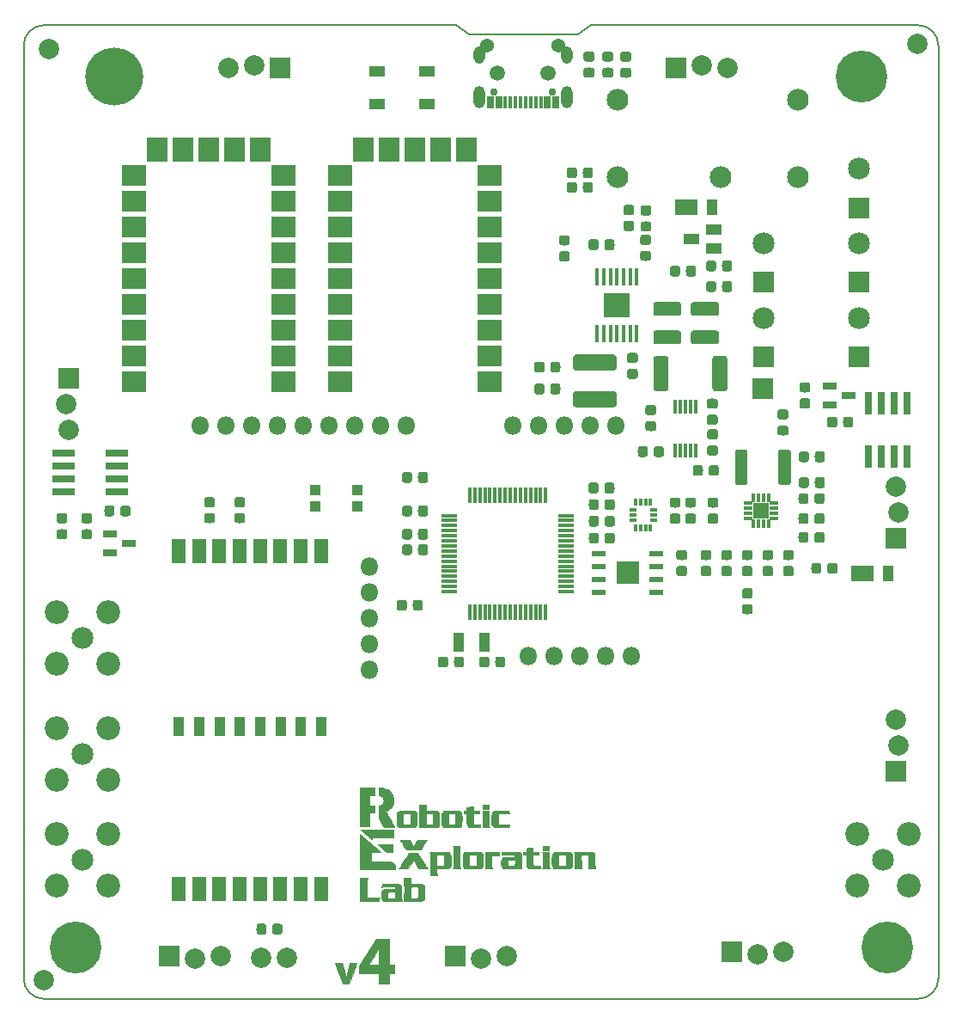
<source format=gbr>
%TF.GenerationSoftware,KiCad,Pcbnew,(5.1.4)-1*%
%TF.CreationDate,2019-12-19T18:40:16-07:00*%
%TF.ProjectId,mainboard,6d61696e-626f-4617-9264-2e6b69636164,rev?*%
%TF.SameCoordinates,Original*%
%TF.FileFunction,Soldermask,Top*%
%TF.FilePolarity,Negative*%
%FSLAX46Y46*%
G04 Gerber Fmt 4.6, Leading zero omitted, Abs format (unit mm)*
G04 Created by KiCad (PCBNEW (5.1.4)-1) date 2019-12-19 18:40:16*
%MOMM*%
%LPD*%
G04 APERTURE LIST*
%ADD10C,0.150000*%
%ADD11C,0.010000*%
%ADD12R,0.776600X0.351600*%
%ADD13R,0.351600X0.776600*%
%ADD14C,2.159000*%
%ADD15R,2.159000X2.159000*%
%ADD16R,1.427000X2.377000*%
%ADD17C,0.100000*%
%ADD18C,1.601600*%
%ADD19R,1.601600X1.101600*%
%ADD20R,0.431800X1.451600*%
%ADD21R,1.327000X0.577000*%
%ADD22R,2.227000X2.227000*%
%ADD23C,0.751600*%
%ADD24R,0.701600X1.251600*%
%ADD25R,0.401600X1.251600*%
%ADD26O,1.101600X2.201600*%
%ADD27O,1.101600X1.701600*%
%ADD28C,0.976600*%
%ADD29R,1.101600X1.901600*%
%ADD30R,1.576600X0.401600*%
%ADD31R,0.401600X1.576600*%
%ADD32O,1.801600X1.801600*%
%ADD33C,1.371600*%
%ADD34C,1.509600*%
%ADD35C,2.351600*%
%ADD36C,2.151600*%
%ADD37C,2.000000*%
%ADD38C,5.701600*%
%ADD39R,2.108200X2.413000*%
%ADD40R,2.413000X2.108200*%
%ADD41C,2.006600*%
%ADD42C,5.101600*%
%ADD43R,0.377000X0.827000*%
%ADD44R,0.827000X0.377000*%
%ADD45R,1.577000X1.577000*%
%ADD46C,1.226600*%
%ADD47R,2.006600X2.006600*%
%ADD48R,0.431800X1.727200*%
%ADD49R,2.587000X2.437000*%
%ADD50R,0.711200X2.311400*%
%ADD51R,2.311400X0.711200*%
%ADD52R,1.001600X1.001600*%
%ADD53C,1.451600*%
%ADD54C,1.351600*%
%ADD55R,2.327000X1.527000*%
%ADD56R,1.027000X1.527000*%
%ADD57R,1.447800X0.685800*%
%ADD58C,2.133600*%
%ADD59R,1.527000X1.127000*%
G04 APERTURE END LIST*
D10*
X98336100Y-54489100D02*
X98336100Y-146374100D01*
X100336100Y-148374100D02*
G75*
G02X98336100Y-146374100I0J2000000D01*
G01*
X100336100Y-148374100D02*
X186506100Y-148374100D01*
X188506100Y-146374100D02*
G75*
G02X186506100Y-148374100I-2000000J0D01*
G01*
X188506100Y-146374100D02*
X188506100Y-54489100D01*
X186506100Y-52489100D02*
G75*
G02X188506100Y-54489100I0J-2000000D01*
G01*
X186506100Y-52489100D02*
X154276100Y-52499096D01*
X154276100Y-52499096D02*
X153006100Y-53388096D01*
X153006100Y-53388096D02*
X142211100Y-53388096D01*
X142211100Y-53388096D02*
X140931103Y-52489100D01*
X140931103Y-52489100D02*
X100336100Y-52489100D01*
X98336100Y-54489100D02*
G75*
G02X100336100Y-52489100I2000000J0D01*
G01*
D11*
G36*
X144195800Y-129705100D02*
G01*
X143573500Y-129705100D01*
X143573500Y-129298700D01*
X144195800Y-129298700D01*
X144195800Y-129705100D01*
X144195800Y-129705100D01*
G37*
X144195800Y-129705100D02*
X143573500Y-129705100D01*
X143573500Y-129298700D01*
X144195800Y-129298700D01*
X144195800Y-129705100D01*
G36*
X132943600Y-128295400D02*
G01*
X132435600Y-128295400D01*
X132435600Y-129349500D01*
X132943600Y-129349500D01*
X132943600Y-130060700D01*
X132435600Y-130060700D01*
X132435600Y-131419600D01*
X131470400Y-131419600D01*
X131470400Y-127584200D01*
X131797425Y-127584178D01*
X131899071Y-127583870D01*
X132018896Y-127583014D01*
X132149684Y-127581690D01*
X132284221Y-127579982D01*
X132415293Y-127577972D01*
X132534025Y-127575776D01*
X132943600Y-127567395D01*
X132943600Y-128295400D01*
X132943600Y-128295400D01*
G37*
X132943600Y-128295400D02*
X132435600Y-128295400D01*
X132435600Y-129349500D01*
X132943600Y-129349500D01*
X132943600Y-130060700D01*
X132435600Y-130060700D01*
X132435600Y-131419600D01*
X131470400Y-131419600D01*
X131470400Y-127584200D01*
X131797425Y-127584178D01*
X131899071Y-127583870D01*
X132018896Y-127583014D01*
X132149684Y-127581690D01*
X132284221Y-127579982D01*
X132415293Y-127577972D01*
X132534025Y-127575776D01*
X132943600Y-127567395D01*
X132943600Y-128295400D01*
G36*
X133448425Y-127588813D02*
G01*
X133654839Y-127609350D01*
X133846388Y-127646317D01*
X134022121Y-127699171D01*
X134181090Y-127767371D01*
X134322347Y-127850374D01*
X134444944Y-127947637D01*
X134547930Y-128058619D01*
X134630359Y-128182778D01*
X134681921Y-128293977D01*
X134714972Y-128388063D01*
X134738504Y-128475707D01*
X134753792Y-128564567D01*
X134762113Y-128662296D01*
X134764745Y-128776551D01*
X134764741Y-128790700D01*
X134758140Y-128960021D01*
X134738555Y-129109464D01*
X134705151Y-129241453D01*
X134657095Y-129358415D01*
X134593552Y-129462775D01*
X134513690Y-129556961D01*
X134495034Y-129575417D01*
X134430369Y-129631195D01*
X134348357Y-129692013D01*
X134255282Y-129753601D01*
X134157431Y-129811687D01*
X134107974Y-129838450D01*
X134064118Y-129862470D01*
X134030495Y-129883025D01*
X134012316Y-129896836D01*
X134010536Y-129899732D01*
X134016609Y-129912292D01*
X134034191Y-129945104D01*
X134062256Y-129996328D01*
X134099779Y-130064126D01*
X134145735Y-130146657D01*
X134199097Y-130242083D01*
X134258841Y-130348564D01*
X134323942Y-130464259D01*
X134393372Y-130587331D01*
X134429596Y-130651420D01*
X134501039Y-130777835D01*
X134568866Y-130898033D01*
X134632029Y-131010144D01*
X134689478Y-131112296D01*
X134740164Y-131202618D01*
X134783038Y-131279239D01*
X134817049Y-131340288D01*
X134841149Y-131383893D01*
X134854288Y-131408184D01*
X134856405Y-131412462D01*
X134856264Y-131417362D01*
X134850270Y-131421391D01*
X134836239Y-131424634D01*
X134811987Y-131427173D01*
X134775331Y-131429092D01*
X134724085Y-131430474D01*
X134656068Y-131431402D01*
X134569093Y-131431960D01*
X134460979Y-131432231D01*
X134336644Y-131432300D01*
X133809271Y-131432300D01*
X133784221Y-131391025D01*
X133772366Y-131370661D01*
X133749677Y-131330908D01*
X133717721Y-131274544D01*
X133678067Y-131204345D01*
X133632284Y-131123088D01*
X133581940Y-131033550D01*
X133529185Y-130939544D01*
X133299200Y-130529338D01*
X133299200Y-129933069D01*
X133299396Y-129812718D01*
X133299958Y-129700485D01*
X133300847Y-129598853D01*
X133302023Y-129510304D01*
X133303446Y-129437322D01*
X133305076Y-129382388D01*
X133306875Y-129347985D01*
X133308725Y-129336579D01*
X133325168Y-129334003D01*
X133359052Y-129327468D01*
X133402349Y-129318532D01*
X133517794Y-129283352D01*
X133614976Y-129231100D01*
X133693161Y-129162652D01*
X133751616Y-129078881D01*
X133789605Y-128980661D01*
X133806396Y-128868866D01*
X133807200Y-128836480D01*
X133797162Y-128712499D01*
X133767282Y-128604152D01*
X133717906Y-128511866D01*
X133649380Y-128436066D01*
X133562052Y-128377180D01*
X133456268Y-128335634D01*
X133386840Y-128319694D01*
X133299200Y-128304032D01*
X133299200Y-127580328D01*
X133448425Y-127588813D01*
X133448425Y-127588813D01*
G37*
X133448425Y-127588813D02*
X133654839Y-127609350D01*
X133846388Y-127646317D01*
X134022121Y-127699171D01*
X134181090Y-127767371D01*
X134322347Y-127850374D01*
X134444944Y-127947637D01*
X134547930Y-128058619D01*
X134630359Y-128182778D01*
X134681921Y-128293977D01*
X134714972Y-128388063D01*
X134738504Y-128475707D01*
X134753792Y-128564567D01*
X134762113Y-128662296D01*
X134764745Y-128776551D01*
X134764741Y-128790700D01*
X134758140Y-128960021D01*
X134738555Y-129109464D01*
X134705151Y-129241453D01*
X134657095Y-129358415D01*
X134593552Y-129462775D01*
X134513690Y-129556961D01*
X134495034Y-129575417D01*
X134430369Y-129631195D01*
X134348357Y-129692013D01*
X134255282Y-129753601D01*
X134157431Y-129811687D01*
X134107974Y-129838450D01*
X134064118Y-129862470D01*
X134030495Y-129883025D01*
X134012316Y-129896836D01*
X134010536Y-129899732D01*
X134016609Y-129912292D01*
X134034191Y-129945104D01*
X134062256Y-129996328D01*
X134099779Y-130064126D01*
X134145735Y-130146657D01*
X134199097Y-130242083D01*
X134258841Y-130348564D01*
X134323942Y-130464259D01*
X134393372Y-130587331D01*
X134429596Y-130651420D01*
X134501039Y-130777835D01*
X134568866Y-130898033D01*
X134632029Y-131010144D01*
X134689478Y-131112296D01*
X134740164Y-131202618D01*
X134783038Y-131279239D01*
X134817049Y-131340288D01*
X134841149Y-131383893D01*
X134854288Y-131408184D01*
X134856405Y-131412462D01*
X134856264Y-131417362D01*
X134850270Y-131421391D01*
X134836239Y-131424634D01*
X134811987Y-131427173D01*
X134775331Y-131429092D01*
X134724085Y-131430474D01*
X134656068Y-131431402D01*
X134569093Y-131431960D01*
X134460979Y-131432231D01*
X134336644Y-131432300D01*
X133809271Y-131432300D01*
X133784221Y-131391025D01*
X133772366Y-131370661D01*
X133749677Y-131330908D01*
X133717721Y-131274544D01*
X133678067Y-131204345D01*
X133632284Y-131123088D01*
X133581940Y-131033550D01*
X133529185Y-130939544D01*
X133299200Y-130529338D01*
X133299200Y-129933069D01*
X133299396Y-129812718D01*
X133299958Y-129700485D01*
X133300847Y-129598853D01*
X133302023Y-129510304D01*
X133303446Y-129437322D01*
X133305076Y-129382388D01*
X133306875Y-129347985D01*
X133308725Y-129336579D01*
X133325168Y-129334003D01*
X133359052Y-129327468D01*
X133402349Y-129318532D01*
X133517794Y-129283352D01*
X133614976Y-129231100D01*
X133693161Y-129162652D01*
X133751616Y-129078881D01*
X133789605Y-128980661D01*
X133806396Y-128868866D01*
X133807200Y-128836480D01*
X133797162Y-128712499D01*
X133767282Y-128604152D01*
X133717906Y-128511866D01*
X133649380Y-128436066D01*
X133562052Y-128377180D01*
X133456268Y-128335634D01*
X133386840Y-128319694D01*
X133299200Y-128304032D01*
X133299200Y-127580328D01*
X133448425Y-127588813D01*
G36*
X146164223Y-129936278D02*
G01*
X146173449Y-129990599D01*
X146182872Y-130042534D01*
X146190157Y-130079405D01*
X146196277Y-130111580D01*
X146198451Y-130130775D01*
X146198077Y-130132755D01*
X146185064Y-130132787D01*
X146152280Y-130130562D01*
X146105213Y-130126497D01*
X146067855Y-130122894D01*
X146022635Y-130119800D01*
X145956443Y-130117234D01*
X145873702Y-130115268D01*
X145778836Y-130113978D01*
X145676268Y-130113437D01*
X145570423Y-130113720D01*
X145536927Y-130113993D01*
X145133325Y-130117850D01*
X145109062Y-130147831D01*
X145102938Y-130156554D01*
X145097938Y-130167753D01*
X145093950Y-130183910D01*
X145090859Y-130207503D01*
X145088553Y-130241013D01*
X145086917Y-130286918D01*
X145085837Y-130347700D01*
X145085201Y-130425836D01*
X145084893Y-130523808D01*
X145084802Y-130644095D01*
X145084800Y-130677135D01*
X145084800Y-131176456D01*
X145119261Y-131203563D01*
X145128488Y-131210402D01*
X145138730Y-131215954D01*
X145152500Y-131220323D01*
X145172310Y-131223616D01*
X145200672Y-131225938D01*
X145240100Y-131227393D01*
X145293104Y-131228086D01*
X145362199Y-131228124D01*
X145449895Y-131227611D01*
X145558706Y-131226652D01*
X145649486Y-131225765D01*
X145760361Y-131224414D01*
X145864129Y-131222664D01*
X145957844Y-131220599D01*
X146038561Y-131218308D01*
X146103333Y-131215874D01*
X146149217Y-131213385D01*
X146173267Y-131210926D01*
X146175270Y-131210420D01*
X146196580Y-131205487D01*
X146200608Y-131214971D01*
X146198470Y-131224065D01*
X146193423Y-131246573D01*
X146185450Y-131287322D01*
X146175856Y-131339505D01*
X146170124Y-131371975D01*
X146148600Y-131495800D01*
X145461125Y-131494500D01*
X145330166Y-131494076D01*
X145205982Y-131493334D01*
X145091057Y-131492313D01*
X144987876Y-131491050D01*
X144898924Y-131489584D01*
X144826686Y-131487952D01*
X144773646Y-131486192D01*
X144742289Y-131484343D01*
X144735550Y-131483405D01*
X144645516Y-131448972D01*
X144573419Y-131396563D01*
X144519217Y-131326140D01*
X144497968Y-131282087D01*
X144490852Y-131263941D01*
X144485001Y-131246328D01*
X144480292Y-131226674D01*
X144476601Y-131202405D01*
X144473803Y-131170946D01*
X144471775Y-131129722D01*
X144470393Y-131076160D01*
X144469533Y-131007684D01*
X144469072Y-130921720D01*
X144468885Y-130815693D01*
X144468850Y-130687030D01*
X144468850Y-130676650D01*
X144468951Y-130534572D01*
X144469484Y-130415451D01*
X144470789Y-130316840D01*
X144473207Y-130236296D01*
X144477079Y-130171373D01*
X144482746Y-130119629D01*
X144490548Y-130078618D01*
X144500827Y-130045895D01*
X144513924Y-130019017D01*
X144530180Y-129995539D01*
X144549935Y-129973016D01*
X144569826Y-129952704D01*
X144590521Y-129932103D01*
X144609620Y-129914523D01*
X144629229Y-129899711D01*
X144651457Y-129887415D01*
X144678408Y-129877385D01*
X144712191Y-129869369D01*
X144754911Y-129863114D01*
X144808676Y-129858370D01*
X144875592Y-129854884D01*
X144957766Y-129852405D01*
X145057305Y-129850681D01*
X145176315Y-129849461D01*
X145316904Y-129848493D01*
X145448676Y-129847717D01*
X146149103Y-129843607D01*
X146164223Y-129936278D01*
X146164223Y-129936278D01*
G37*
X146164223Y-129936278D02*
X146173449Y-129990599D01*
X146182872Y-130042534D01*
X146190157Y-130079405D01*
X146196277Y-130111580D01*
X146198451Y-130130775D01*
X146198077Y-130132755D01*
X146185064Y-130132787D01*
X146152280Y-130130562D01*
X146105213Y-130126497D01*
X146067855Y-130122894D01*
X146022635Y-130119800D01*
X145956443Y-130117234D01*
X145873702Y-130115268D01*
X145778836Y-130113978D01*
X145676268Y-130113437D01*
X145570423Y-130113720D01*
X145536927Y-130113993D01*
X145133325Y-130117850D01*
X145109062Y-130147831D01*
X145102938Y-130156554D01*
X145097938Y-130167753D01*
X145093950Y-130183910D01*
X145090859Y-130207503D01*
X145088553Y-130241013D01*
X145086917Y-130286918D01*
X145085837Y-130347700D01*
X145085201Y-130425836D01*
X145084893Y-130523808D01*
X145084802Y-130644095D01*
X145084800Y-130677135D01*
X145084800Y-131176456D01*
X145119261Y-131203563D01*
X145128488Y-131210402D01*
X145138730Y-131215954D01*
X145152500Y-131220323D01*
X145172310Y-131223616D01*
X145200672Y-131225938D01*
X145240100Y-131227393D01*
X145293104Y-131228086D01*
X145362199Y-131228124D01*
X145449895Y-131227611D01*
X145558706Y-131226652D01*
X145649486Y-131225765D01*
X145760361Y-131224414D01*
X145864129Y-131222664D01*
X145957844Y-131220599D01*
X146038561Y-131218308D01*
X146103333Y-131215874D01*
X146149217Y-131213385D01*
X146173267Y-131210926D01*
X146175270Y-131210420D01*
X146196580Y-131205487D01*
X146200608Y-131214971D01*
X146198470Y-131224065D01*
X146193423Y-131246573D01*
X146185450Y-131287322D01*
X146175856Y-131339505D01*
X146170124Y-131371975D01*
X146148600Y-131495800D01*
X145461125Y-131494500D01*
X145330166Y-131494076D01*
X145205982Y-131493334D01*
X145091057Y-131492313D01*
X144987876Y-131491050D01*
X144898924Y-131489584D01*
X144826686Y-131487952D01*
X144773646Y-131486192D01*
X144742289Y-131484343D01*
X144735550Y-131483405D01*
X144645516Y-131448972D01*
X144573419Y-131396563D01*
X144519217Y-131326140D01*
X144497968Y-131282087D01*
X144490852Y-131263941D01*
X144485001Y-131246328D01*
X144480292Y-131226674D01*
X144476601Y-131202405D01*
X144473803Y-131170946D01*
X144471775Y-131129722D01*
X144470393Y-131076160D01*
X144469533Y-131007684D01*
X144469072Y-130921720D01*
X144468885Y-130815693D01*
X144468850Y-130687030D01*
X144468850Y-130676650D01*
X144468951Y-130534572D01*
X144469484Y-130415451D01*
X144470789Y-130316840D01*
X144473207Y-130236296D01*
X144477079Y-130171373D01*
X144482746Y-130119629D01*
X144490548Y-130078618D01*
X144500827Y-130045895D01*
X144513924Y-130019017D01*
X144530180Y-129995539D01*
X144549935Y-129973016D01*
X144569826Y-129952704D01*
X144590521Y-129932103D01*
X144609620Y-129914523D01*
X144629229Y-129899711D01*
X144651457Y-129887415D01*
X144678408Y-129877385D01*
X144712191Y-129869369D01*
X144754911Y-129863114D01*
X144808676Y-129858370D01*
X144875592Y-129854884D01*
X144957766Y-129852405D01*
X145057305Y-129850681D01*
X145176315Y-129849461D01*
X145316904Y-129848493D01*
X145448676Y-129847717D01*
X146149103Y-129843607D01*
X146164223Y-129936278D01*
G36*
X144196051Y-130552825D02*
G01*
X144196291Y-130722498D01*
X144196933Y-130868859D01*
X144198053Y-130993994D01*
X144199725Y-131099988D01*
X144202025Y-131188927D01*
X144205030Y-131262897D01*
X144208813Y-131323984D01*
X144213452Y-131374273D01*
X144219022Y-131415851D01*
X144225597Y-131450802D01*
X144229121Y-131465790D01*
X144236653Y-131495800D01*
X143545716Y-131495800D01*
X143556433Y-131429125D01*
X143558710Y-131401887D01*
X143560710Y-131352203D01*
X143562432Y-131283023D01*
X143563875Y-131197300D01*
X143565039Y-131097984D01*
X143565923Y-130988028D01*
X143566527Y-130870383D01*
X143566851Y-130748000D01*
X143566893Y-130623832D01*
X143566654Y-130500829D01*
X143566132Y-130381944D01*
X143565327Y-130270128D01*
X143564239Y-130168332D01*
X143562866Y-130079508D01*
X143561209Y-130006608D01*
X143559267Y-129952583D01*
X143557040Y-129920385D01*
X143556711Y-129917825D01*
X143546272Y-129844800D01*
X144195800Y-129844800D01*
X144196051Y-130552825D01*
X144196051Y-130552825D01*
G37*
X144196051Y-130552825D02*
X144196291Y-130722498D01*
X144196933Y-130868859D01*
X144198053Y-130993994D01*
X144199725Y-131099988D01*
X144202025Y-131188927D01*
X144205030Y-131262897D01*
X144208813Y-131323984D01*
X144213452Y-131374273D01*
X144219022Y-131415851D01*
X144225597Y-131450802D01*
X144229121Y-131465790D01*
X144236653Y-131495800D01*
X143545716Y-131495800D01*
X143556433Y-131429125D01*
X143558710Y-131401887D01*
X143560710Y-131352203D01*
X143562432Y-131283023D01*
X143563875Y-131197300D01*
X143565039Y-131097984D01*
X143565923Y-130988028D01*
X143566527Y-130870383D01*
X143566851Y-130748000D01*
X143566893Y-130623832D01*
X143566654Y-130500829D01*
X143566132Y-130381944D01*
X143565327Y-130270128D01*
X143564239Y-130168332D01*
X143562866Y-130079508D01*
X143561209Y-130006608D01*
X143559267Y-129952583D01*
X143557040Y-129920385D01*
X143556711Y-129917825D01*
X143546272Y-129844800D01*
X144195800Y-129844800D01*
X144196051Y-130552825D01*
G36*
X142606403Y-129440056D02*
G01*
X142612651Y-129447444D01*
X142616815Y-129464195D01*
X142619312Y-129493939D01*
X142620559Y-129540305D01*
X142620973Y-129606925D01*
X142621000Y-129641600D01*
X142621000Y-129844800D01*
X143217900Y-129844800D01*
X143217900Y-130098800D01*
X142621000Y-130098800D01*
X142621070Y-130597275D01*
X142621439Y-130730614D01*
X142622474Y-130848732D01*
X142624132Y-130949795D01*
X142626367Y-131031967D01*
X142629136Y-131093414D01*
X142632393Y-131132301D01*
X142634362Y-131143354D01*
X142644639Y-131172090D01*
X142659621Y-131193658D01*
X142682733Y-131209054D01*
X142717401Y-131219275D01*
X142767052Y-131225317D01*
X142835113Y-131228177D01*
X142925009Y-131228851D01*
X142928344Y-131228848D01*
X143068080Y-131226275D01*
X143187343Y-131219010D01*
X143284449Y-131207186D01*
X143338560Y-131196212D01*
X143366840Y-131189114D01*
X143343481Y-131313882D01*
X143332758Y-131370341D01*
X143323062Y-131419948D01*
X143315781Y-131455670D01*
X143313218Y-131467225D01*
X143306316Y-131495800D01*
X142814433Y-131495385D01*
X142687233Y-131495172D01*
X142582773Y-131494697D01*
X142498392Y-131493850D01*
X142431429Y-131492524D01*
X142379225Y-131490610D01*
X142339118Y-131488000D01*
X142308449Y-131484585D01*
X142284557Y-131480257D01*
X142264782Y-131474907D01*
X142258173Y-131472715D01*
X142183277Y-131438690D01*
X142123996Y-131391834D01*
X142075452Y-131327512D01*
X142045877Y-131270978D01*
X142039121Y-131255672D01*
X142033522Y-131240069D01*
X142028952Y-131221703D01*
X142025285Y-131198105D01*
X142022391Y-131166807D01*
X142020143Y-131125341D01*
X142018414Y-131071239D01*
X142017075Y-131002034D01*
X142015999Y-130915258D01*
X142015058Y-130808442D01*
X142014124Y-130679119D01*
X142013955Y-130654425D01*
X142010161Y-130098800D01*
X141693900Y-130098800D01*
X141693900Y-129844800D01*
X142011400Y-129844800D01*
X142011400Y-129516618D01*
X142046325Y-129509512D01*
X142071810Y-129505264D01*
X142116520Y-129498743D01*
X142175684Y-129490564D01*
X142244534Y-129481342D01*
X142318300Y-129471692D01*
X142392214Y-129462230D01*
X142461505Y-129453571D01*
X142521405Y-129446329D01*
X142567145Y-129441120D01*
X142593955Y-129438560D01*
X142597655Y-129438400D01*
X142606403Y-129440056D01*
X142606403Y-129440056D01*
G37*
X142606403Y-129440056D02*
X142612651Y-129447444D01*
X142616815Y-129464195D01*
X142619312Y-129493939D01*
X142620559Y-129540305D01*
X142620973Y-129606925D01*
X142621000Y-129641600D01*
X142621000Y-129844800D01*
X143217900Y-129844800D01*
X143217900Y-130098800D01*
X142621000Y-130098800D01*
X142621070Y-130597275D01*
X142621439Y-130730614D01*
X142622474Y-130848732D01*
X142624132Y-130949795D01*
X142626367Y-131031967D01*
X142629136Y-131093414D01*
X142632393Y-131132301D01*
X142634362Y-131143354D01*
X142644639Y-131172090D01*
X142659621Y-131193658D01*
X142682733Y-131209054D01*
X142717401Y-131219275D01*
X142767052Y-131225317D01*
X142835113Y-131228177D01*
X142925009Y-131228851D01*
X142928344Y-131228848D01*
X143068080Y-131226275D01*
X143187343Y-131219010D01*
X143284449Y-131207186D01*
X143338560Y-131196212D01*
X143366840Y-131189114D01*
X143343481Y-131313882D01*
X143332758Y-131370341D01*
X143323062Y-131419948D01*
X143315781Y-131455670D01*
X143313218Y-131467225D01*
X143306316Y-131495800D01*
X142814433Y-131495385D01*
X142687233Y-131495172D01*
X142582773Y-131494697D01*
X142498392Y-131493850D01*
X142431429Y-131492524D01*
X142379225Y-131490610D01*
X142339118Y-131488000D01*
X142308449Y-131484585D01*
X142284557Y-131480257D01*
X142264782Y-131474907D01*
X142258173Y-131472715D01*
X142183277Y-131438690D01*
X142123996Y-131391834D01*
X142075452Y-131327512D01*
X142045877Y-131270978D01*
X142039121Y-131255672D01*
X142033522Y-131240069D01*
X142028952Y-131221703D01*
X142025285Y-131198105D01*
X142022391Y-131166807D01*
X142020143Y-131125341D01*
X142018414Y-131071239D01*
X142017075Y-131002034D01*
X142015999Y-130915258D01*
X142015058Y-130808442D01*
X142014124Y-130679119D01*
X142013955Y-130654425D01*
X142010161Y-130098800D01*
X141693900Y-130098800D01*
X141693900Y-129844800D01*
X142011400Y-129844800D01*
X142011400Y-129516618D01*
X142046325Y-129509512D01*
X142071810Y-129505264D01*
X142116520Y-129498743D01*
X142175684Y-129490564D01*
X142244534Y-129481342D01*
X142318300Y-129471692D01*
X142392214Y-129462230D01*
X142461505Y-129453571D01*
X142521405Y-129446329D01*
X142567145Y-129441120D01*
X142593955Y-129438560D01*
X142597655Y-129438400D01*
X142606403Y-129440056D01*
G36*
X140933660Y-129847308D02*
G01*
X141038233Y-129848798D01*
X141119383Y-129851046D01*
X141177601Y-129854062D01*
X141213335Y-129857843D01*
X141304499Y-129882867D01*
X141377444Y-129924685D01*
X141433973Y-129984463D01*
X141451194Y-130011549D01*
X141467178Y-130041719D01*
X141480400Y-130072892D01*
X141491085Y-130107663D01*
X141499458Y-130148628D01*
X141505742Y-130198384D01*
X141510162Y-130259527D01*
X141512941Y-130334653D01*
X141514306Y-130426358D01*
X141514478Y-130537238D01*
X141513684Y-130669890D01*
X141513154Y-130728769D01*
X141511758Y-130862925D01*
X141510085Y-130974314D01*
X141507701Y-131065566D01*
X141504168Y-131139316D01*
X141499050Y-131198193D01*
X141491912Y-131244831D01*
X141482316Y-131281861D01*
X141469827Y-131311915D01*
X141454009Y-131337625D01*
X141434425Y-131361623D01*
X141410639Y-131386541D01*
X141402843Y-131394366D01*
X141381694Y-131415154D01*
X141361630Y-131432890D01*
X141340540Y-131447813D01*
X141316314Y-131460166D01*
X141286839Y-131470188D01*
X141250004Y-131478122D01*
X141203698Y-131484209D01*
X141145811Y-131488689D01*
X141074230Y-131491804D01*
X140986844Y-131493794D01*
X140881543Y-131494902D01*
X140756214Y-131495368D01*
X140608748Y-131495432D01*
X140518316Y-131495385D01*
X140368949Y-131495234D01*
X140242771Y-131494935D01*
X140137572Y-131494418D01*
X140051142Y-131493614D01*
X139981270Y-131492454D01*
X139925746Y-131490870D01*
X139882360Y-131488791D01*
X139848900Y-131486148D01*
X139823157Y-131482873D01*
X139802921Y-131478895D01*
X139785980Y-131474147D01*
X139780422Y-131472291D01*
X139701428Y-131435935D01*
X139641346Y-131386356D01*
X139595374Y-131319428D01*
X139589860Y-131308580D01*
X139553950Y-131235450D01*
X139550249Y-130696787D01*
X139549551Y-130583532D01*
X140158886Y-130583532D01*
X140159630Y-130706357D01*
X140163550Y-131180565D01*
X140193531Y-131204832D01*
X140204700Y-131212511D01*
X140219001Y-131218382D01*
X140239733Y-131222687D01*
X140270194Y-131225664D01*
X140313683Y-131227554D01*
X140373498Y-131228596D01*
X140452937Y-131229029D01*
X140527484Y-131229100D01*
X140831454Y-131229100D01*
X140893800Y-131166754D01*
X140893800Y-130672284D01*
X140893742Y-130546835D01*
X140893494Y-130444293D01*
X140892940Y-130362164D01*
X140891964Y-130297956D01*
X140890451Y-130249175D01*
X140888286Y-130213327D01*
X140885353Y-130187920D01*
X140881537Y-130170461D01*
X140876723Y-130158455D01*
X140870795Y-130149410D01*
X140869542Y-130147831D01*
X140860955Y-130138048D01*
X140850858Y-130130608D01*
X140835848Y-130125132D01*
X140812519Y-130121236D01*
X140777469Y-130118540D01*
X140727292Y-130116661D01*
X140658584Y-130115217D01*
X140567941Y-130113827D01*
X140566168Y-130113801D01*
X140457801Y-130112655D01*
X140371985Y-130113055D01*
X140305892Y-130115507D01*
X140256695Y-130120518D01*
X140221566Y-130128595D01*
X140197678Y-130140244D01*
X140182202Y-130155974D01*
X140172312Y-130176291D01*
X140169550Y-130184908D01*
X140165306Y-130213883D01*
X140162118Y-130268234D01*
X140159985Y-130347961D01*
X140158908Y-130453061D01*
X140158886Y-130583532D01*
X139549551Y-130583532D01*
X139549425Y-130563189D01*
X139549008Y-130452459D01*
X139549070Y-130362069D01*
X139549685Y-130289490D01*
X139550928Y-130232191D01*
X139552872Y-130187644D01*
X139555591Y-130153319D01*
X139559159Y-130126688D01*
X139563649Y-130105221D01*
X139567954Y-130090071D01*
X139605149Y-130011791D01*
X139661927Y-129943647D01*
X139732779Y-129891831D01*
X139753496Y-129881494D01*
X139820650Y-129851150D01*
X140474483Y-129847326D01*
X140652276Y-129846579D01*
X140805171Y-129846571D01*
X140933660Y-129847308D01*
X140933660Y-129847308D01*
G37*
X140933660Y-129847308D02*
X141038233Y-129848798D01*
X141119383Y-129851046D01*
X141177601Y-129854062D01*
X141213335Y-129857843D01*
X141304499Y-129882867D01*
X141377444Y-129924685D01*
X141433973Y-129984463D01*
X141451194Y-130011549D01*
X141467178Y-130041719D01*
X141480400Y-130072892D01*
X141491085Y-130107663D01*
X141499458Y-130148628D01*
X141505742Y-130198384D01*
X141510162Y-130259527D01*
X141512941Y-130334653D01*
X141514306Y-130426358D01*
X141514478Y-130537238D01*
X141513684Y-130669890D01*
X141513154Y-130728769D01*
X141511758Y-130862925D01*
X141510085Y-130974314D01*
X141507701Y-131065566D01*
X141504168Y-131139316D01*
X141499050Y-131198193D01*
X141491912Y-131244831D01*
X141482316Y-131281861D01*
X141469827Y-131311915D01*
X141454009Y-131337625D01*
X141434425Y-131361623D01*
X141410639Y-131386541D01*
X141402843Y-131394366D01*
X141381694Y-131415154D01*
X141361630Y-131432890D01*
X141340540Y-131447813D01*
X141316314Y-131460166D01*
X141286839Y-131470188D01*
X141250004Y-131478122D01*
X141203698Y-131484209D01*
X141145811Y-131488689D01*
X141074230Y-131491804D01*
X140986844Y-131493794D01*
X140881543Y-131494902D01*
X140756214Y-131495368D01*
X140608748Y-131495432D01*
X140518316Y-131495385D01*
X140368949Y-131495234D01*
X140242771Y-131494935D01*
X140137572Y-131494418D01*
X140051142Y-131493614D01*
X139981270Y-131492454D01*
X139925746Y-131490870D01*
X139882360Y-131488791D01*
X139848900Y-131486148D01*
X139823157Y-131482873D01*
X139802921Y-131478895D01*
X139785980Y-131474147D01*
X139780422Y-131472291D01*
X139701428Y-131435935D01*
X139641346Y-131386356D01*
X139595374Y-131319428D01*
X139589860Y-131308580D01*
X139553950Y-131235450D01*
X139550249Y-130696787D01*
X139549551Y-130583532D01*
X140158886Y-130583532D01*
X140159630Y-130706357D01*
X140163550Y-131180565D01*
X140193531Y-131204832D01*
X140204700Y-131212511D01*
X140219001Y-131218382D01*
X140239733Y-131222687D01*
X140270194Y-131225664D01*
X140313683Y-131227554D01*
X140373498Y-131228596D01*
X140452937Y-131229029D01*
X140527484Y-131229100D01*
X140831454Y-131229100D01*
X140893800Y-131166754D01*
X140893800Y-130672284D01*
X140893742Y-130546835D01*
X140893494Y-130444293D01*
X140892940Y-130362164D01*
X140891964Y-130297956D01*
X140890451Y-130249175D01*
X140888286Y-130213327D01*
X140885353Y-130187920D01*
X140881537Y-130170461D01*
X140876723Y-130158455D01*
X140870795Y-130149410D01*
X140869542Y-130147831D01*
X140860955Y-130138048D01*
X140850858Y-130130608D01*
X140835848Y-130125132D01*
X140812519Y-130121236D01*
X140777469Y-130118540D01*
X140727292Y-130116661D01*
X140658584Y-130115217D01*
X140567941Y-130113827D01*
X140566168Y-130113801D01*
X140457801Y-130112655D01*
X140371985Y-130113055D01*
X140305892Y-130115507D01*
X140256695Y-130120518D01*
X140221566Y-130128595D01*
X140197678Y-130140244D01*
X140182202Y-130155974D01*
X140172312Y-130176291D01*
X140169550Y-130184908D01*
X140165306Y-130213883D01*
X140162118Y-130268234D01*
X140159985Y-130347961D01*
X140158908Y-130453061D01*
X140158886Y-130583532D01*
X139549551Y-130583532D01*
X139549425Y-130563189D01*
X139549008Y-130452459D01*
X139549070Y-130362069D01*
X139549685Y-130289490D01*
X139550928Y-130232191D01*
X139552872Y-130187644D01*
X139555591Y-130153319D01*
X139559159Y-130126688D01*
X139563649Y-130105221D01*
X139567954Y-130090071D01*
X139605149Y-130011791D01*
X139661927Y-129943647D01*
X139732779Y-129891831D01*
X139753496Y-129881494D01*
X139820650Y-129851150D01*
X140474483Y-129847326D01*
X140652276Y-129846579D01*
X140805171Y-129846571D01*
X140933660Y-129847308D01*
G36*
X137960308Y-129632075D02*
G01*
X137960517Y-130003550D01*
X137988883Y-129953944D01*
X138015404Y-129915989D01*
X138045873Y-129883621D01*
X138053113Y-129877744D01*
X138063285Y-129870786D01*
X138074867Y-129865161D01*
X138090495Y-129860727D01*
X138112803Y-129857342D01*
X138144424Y-129854865D01*
X138187993Y-129853155D01*
X138246144Y-129852070D01*
X138321512Y-129851468D01*
X138416731Y-129851209D01*
X138534434Y-129851150D01*
X138548413Y-129851150D01*
X138678859Y-129851383D01*
X138786253Y-129852136D01*
X138872940Y-129853488D01*
X138941263Y-129855518D01*
X138993568Y-129858305D01*
X139032198Y-129861929D01*
X139059497Y-129866468D01*
X139068302Y-129868711D01*
X139133569Y-129898757D01*
X139195929Y-129947211D01*
X139247854Y-130007504D01*
X139269854Y-130044566D01*
X139299950Y-130105150D01*
X139299950Y-130670300D01*
X139299911Y-130805096D01*
X139299726Y-130916922D01*
X139299292Y-131008208D01*
X139298504Y-131081384D01*
X139297260Y-131138879D01*
X139295455Y-131183123D01*
X139292987Y-131216546D01*
X139289751Y-131241579D01*
X139285644Y-131260649D01*
X139280563Y-131276189D01*
X139274404Y-131290626D01*
X139273430Y-131292742D01*
X139224983Y-131368562D01*
X139158401Y-131430545D01*
X139103242Y-131462930D01*
X139087364Y-131469769D01*
X139070411Y-131475355D01*
X139049694Y-131479839D01*
X139022526Y-131483374D01*
X138986218Y-131486112D01*
X138938081Y-131488203D01*
X138875427Y-131489800D01*
X138795568Y-131491055D01*
X138695815Y-131492119D01*
X138573480Y-131493143D01*
X138566996Y-131493194D01*
X138436737Y-131494160D01*
X138329397Y-131494591D01*
X138242495Y-131494133D01*
X138173549Y-131492430D01*
X138120080Y-131489126D01*
X138079605Y-131483867D01*
X138049644Y-131476297D01*
X138027717Y-131466061D01*
X138011342Y-131452802D01*
X137998039Y-131436168D01*
X137985326Y-131415800D01*
X137981510Y-131409339D01*
X137953906Y-131362555D01*
X137940452Y-131426002D01*
X137926998Y-131489450D01*
X137615298Y-131492842D01*
X137303599Y-131496235D01*
X137320232Y-131410292D01*
X137323616Y-131379623D01*
X137326647Y-131326097D01*
X137329325Y-131252256D01*
X137331650Y-131160641D01*
X137333620Y-131053793D01*
X137335235Y-130934252D01*
X137336495Y-130804561D01*
X137337400Y-130667261D01*
X137337464Y-130650609D01*
X137960100Y-130650609D01*
X137960100Y-130664759D01*
X137960248Y-130796993D01*
X137960827Y-130906103D01*
X137962040Y-130994362D01*
X137964088Y-131064044D01*
X137967174Y-131117425D01*
X137971499Y-131156778D01*
X137977265Y-131184377D01*
X137984675Y-131202496D01*
X137993931Y-131213410D01*
X138005235Y-131219394D01*
X138009494Y-131220686D01*
X138027577Y-131222292D01*
X138067239Y-131223838D01*
X138124657Y-131225241D01*
X138196009Y-131226417D01*
X138277474Y-131227285D01*
X138330168Y-131227626D01*
X138425788Y-131227963D01*
X138499334Y-131227764D01*
X138554131Y-131226799D01*
X138593504Y-131224839D01*
X138620776Y-131221654D01*
X138639272Y-131217015D01*
X138652317Y-131210692D01*
X138660368Y-131204832D01*
X138690350Y-131180565D01*
X138694269Y-130706357D01*
X138695093Y-130555562D01*
X138694861Y-130430136D01*
X138693574Y-130330083D01*
X138691231Y-130255403D01*
X138687833Y-130206098D01*
X138684349Y-130184908D01*
X138675719Y-130162683D01*
X138662473Y-130145256D01*
X138641785Y-130132119D01*
X138610832Y-130122765D01*
X138566789Y-130116689D01*
X138506832Y-130113383D01*
X138428137Y-130112340D01*
X138327879Y-130113054D01*
X138287088Y-130113627D01*
X138196155Y-130115079D01*
X138127210Y-130116566D01*
X138076845Y-130118473D01*
X138041650Y-130121185D01*
X138018216Y-130125088D01*
X138003135Y-130130567D01*
X137992997Y-130138007D01*
X137984393Y-130147793D01*
X137984362Y-130147831D01*
X137978166Y-130156662D01*
X137973124Y-130167997D01*
X137969115Y-130184351D01*
X137966023Y-130208240D01*
X137963728Y-130242177D01*
X137962114Y-130288677D01*
X137961063Y-130350256D01*
X137960455Y-130429428D01*
X137960173Y-130528707D01*
X137960100Y-130650609D01*
X137337464Y-130650609D01*
X137337949Y-130524891D01*
X137338140Y-130379995D01*
X137337975Y-130235112D01*
X137337452Y-130092783D01*
X137336571Y-129955551D01*
X137335331Y-129825956D01*
X137333732Y-129706539D01*
X137331774Y-129599841D01*
X137329455Y-129508404D01*
X137326776Y-129434768D01*
X137323736Y-129381475D01*
X137320633Y-129352675D01*
X137304474Y-129260600D01*
X137960100Y-129260600D01*
X137960308Y-129632075D01*
X137960308Y-129632075D01*
G37*
X137960308Y-129632075D02*
X137960517Y-130003550D01*
X137988883Y-129953944D01*
X138015404Y-129915989D01*
X138045873Y-129883621D01*
X138053113Y-129877744D01*
X138063285Y-129870786D01*
X138074867Y-129865161D01*
X138090495Y-129860727D01*
X138112803Y-129857342D01*
X138144424Y-129854865D01*
X138187993Y-129853155D01*
X138246144Y-129852070D01*
X138321512Y-129851468D01*
X138416731Y-129851209D01*
X138534434Y-129851150D01*
X138548413Y-129851150D01*
X138678859Y-129851383D01*
X138786253Y-129852136D01*
X138872940Y-129853488D01*
X138941263Y-129855518D01*
X138993568Y-129858305D01*
X139032198Y-129861929D01*
X139059497Y-129866468D01*
X139068302Y-129868711D01*
X139133569Y-129898757D01*
X139195929Y-129947211D01*
X139247854Y-130007504D01*
X139269854Y-130044566D01*
X139299950Y-130105150D01*
X139299950Y-130670300D01*
X139299911Y-130805096D01*
X139299726Y-130916922D01*
X139299292Y-131008208D01*
X139298504Y-131081384D01*
X139297260Y-131138879D01*
X139295455Y-131183123D01*
X139292987Y-131216546D01*
X139289751Y-131241579D01*
X139285644Y-131260649D01*
X139280563Y-131276189D01*
X139274404Y-131290626D01*
X139273430Y-131292742D01*
X139224983Y-131368562D01*
X139158401Y-131430545D01*
X139103242Y-131462930D01*
X139087364Y-131469769D01*
X139070411Y-131475355D01*
X139049694Y-131479839D01*
X139022526Y-131483374D01*
X138986218Y-131486112D01*
X138938081Y-131488203D01*
X138875427Y-131489800D01*
X138795568Y-131491055D01*
X138695815Y-131492119D01*
X138573480Y-131493143D01*
X138566996Y-131493194D01*
X138436737Y-131494160D01*
X138329397Y-131494591D01*
X138242495Y-131494133D01*
X138173549Y-131492430D01*
X138120080Y-131489126D01*
X138079605Y-131483867D01*
X138049644Y-131476297D01*
X138027717Y-131466061D01*
X138011342Y-131452802D01*
X137998039Y-131436168D01*
X137985326Y-131415800D01*
X137981510Y-131409339D01*
X137953906Y-131362555D01*
X137940452Y-131426002D01*
X137926998Y-131489450D01*
X137615298Y-131492842D01*
X137303599Y-131496235D01*
X137320232Y-131410292D01*
X137323616Y-131379623D01*
X137326647Y-131326097D01*
X137329325Y-131252256D01*
X137331650Y-131160641D01*
X137333620Y-131053793D01*
X137335235Y-130934252D01*
X137336495Y-130804561D01*
X137337400Y-130667261D01*
X137337464Y-130650609D01*
X137960100Y-130650609D01*
X137960100Y-130664759D01*
X137960248Y-130796993D01*
X137960827Y-130906103D01*
X137962040Y-130994362D01*
X137964088Y-131064044D01*
X137967174Y-131117425D01*
X137971499Y-131156778D01*
X137977265Y-131184377D01*
X137984675Y-131202496D01*
X137993931Y-131213410D01*
X138005235Y-131219394D01*
X138009494Y-131220686D01*
X138027577Y-131222292D01*
X138067239Y-131223838D01*
X138124657Y-131225241D01*
X138196009Y-131226417D01*
X138277474Y-131227285D01*
X138330168Y-131227626D01*
X138425788Y-131227963D01*
X138499334Y-131227764D01*
X138554131Y-131226799D01*
X138593504Y-131224839D01*
X138620776Y-131221654D01*
X138639272Y-131217015D01*
X138652317Y-131210692D01*
X138660368Y-131204832D01*
X138690350Y-131180565D01*
X138694269Y-130706357D01*
X138695093Y-130555562D01*
X138694861Y-130430136D01*
X138693574Y-130330083D01*
X138691231Y-130255403D01*
X138687833Y-130206098D01*
X138684349Y-130184908D01*
X138675719Y-130162683D01*
X138662473Y-130145256D01*
X138641785Y-130132119D01*
X138610832Y-130122765D01*
X138566789Y-130116689D01*
X138506832Y-130113383D01*
X138428137Y-130112340D01*
X138327879Y-130113054D01*
X138287088Y-130113627D01*
X138196155Y-130115079D01*
X138127210Y-130116566D01*
X138076845Y-130118473D01*
X138041650Y-130121185D01*
X138018216Y-130125088D01*
X138003135Y-130130567D01*
X137992997Y-130138007D01*
X137984393Y-130147793D01*
X137984362Y-130147831D01*
X137978166Y-130156662D01*
X137973124Y-130167997D01*
X137969115Y-130184351D01*
X137966023Y-130208240D01*
X137963728Y-130242177D01*
X137962114Y-130288677D01*
X137961063Y-130350256D01*
X137960455Y-130429428D01*
X137960173Y-130528707D01*
X137960100Y-130650609D01*
X137337464Y-130650609D01*
X137337949Y-130524891D01*
X137338140Y-130379995D01*
X137337975Y-130235112D01*
X137337452Y-130092783D01*
X137336571Y-129955551D01*
X137335331Y-129825956D01*
X137333732Y-129706539D01*
X137331774Y-129599841D01*
X137329455Y-129508404D01*
X137326776Y-129434768D01*
X137323736Y-129381475D01*
X137320633Y-129352675D01*
X137304474Y-129260600D01*
X137960100Y-129260600D01*
X137960308Y-129632075D01*
G36*
X136064821Y-129846461D02*
G01*
X136144000Y-129846923D01*
X136289553Y-129847880D01*
X136411954Y-129848781D01*
X136513450Y-129849732D01*
X136596289Y-129850837D01*
X136662719Y-129852201D01*
X136714985Y-129853930D01*
X136755336Y-129856129D01*
X136786019Y-129858903D01*
X136809282Y-129862357D01*
X136827372Y-129866596D01*
X136842535Y-129871726D01*
X136857021Y-129877851D01*
X136863051Y-129880569D01*
X136940030Y-129927362D01*
X136999551Y-129991219D01*
X137035524Y-130054350D01*
X137042750Y-130070634D01*
X137048698Y-130086813D01*
X137053514Y-130105463D01*
X137057344Y-130129160D01*
X137060335Y-130160479D01*
X137062634Y-130201998D01*
X137064387Y-130256293D01*
X137065742Y-130325939D01*
X137066843Y-130413513D01*
X137067839Y-130521591D01*
X137068766Y-130638550D01*
X137069756Y-130782644D01*
X137070084Y-130903787D01*
X137069411Y-131004426D01*
X137067396Y-131087010D01*
X137063698Y-131153984D01*
X137057976Y-131207796D01*
X137049889Y-131250893D01*
X137039098Y-131285722D01*
X137025260Y-131314731D01*
X137008035Y-131340366D01*
X136987083Y-131365076D01*
X136964266Y-131389049D01*
X136942703Y-131411053D01*
X136922852Y-131429808D01*
X136902586Y-131445570D01*
X136879778Y-131458596D01*
X136852303Y-131469143D01*
X136818034Y-131477467D01*
X136774844Y-131483826D01*
X136720608Y-131488477D01*
X136653199Y-131491676D01*
X136570491Y-131493681D01*
X136470357Y-131494748D01*
X136350672Y-131495133D01*
X136209308Y-131495095D01*
X136087719Y-131494942D01*
X135922943Y-131494545D01*
X135782143Y-131493781D01*
X135663898Y-131492619D01*
X135566786Y-131491027D01*
X135489386Y-131488972D01*
X135430277Y-131486424D01*
X135388038Y-131483350D01*
X135361245Y-131479717D01*
X135355822Y-131478464D01*
X135273521Y-131444232D01*
X135205836Y-131389588D01*
X135152096Y-131313940D01*
X135138145Y-131286091D01*
X135130866Y-131269700D01*
X135124888Y-131253407D01*
X135120060Y-131234611D01*
X135116233Y-131210705D01*
X135113256Y-131179086D01*
X135110981Y-131137149D01*
X135109258Y-131082291D01*
X135107936Y-131011906D01*
X135106867Y-130923391D01*
X135105900Y-130814140D01*
X135105109Y-130711306D01*
X135104839Y-130669840D01*
X135724900Y-130669840D01*
X135724967Y-130800047D01*
X135725313Y-130907196D01*
X135726153Y-130993633D01*
X135727705Y-131061698D01*
X135730184Y-131113737D01*
X135733807Y-131152092D01*
X135738790Y-131179107D01*
X135745349Y-131197123D01*
X135753700Y-131208486D01*
X135764060Y-131215538D01*
X135775700Y-131220286D01*
X135793359Y-131222247D01*
X135832629Y-131224072D01*
X135889721Y-131225668D01*
X135960848Y-131226945D01*
X136042219Y-131227808D01*
X136096375Y-131228097D01*
X136191865Y-131228307D01*
X136265227Y-131228059D01*
X136319729Y-131227108D01*
X136358643Y-131225211D01*
X136385239Y-131222124D01*
X136402786Y-131217603D01*
X136414554Y-131211404D01*
X136423400Y-131203700D01*
X136429760Y-131196495D01*
X136434961Y-131187213D01*
X136439117Y-131173412D01*
X136442347Y-131152651D01*
X136444766Y-131122487D01*
X136446491Y-131080479D01*
X136447639Y-131024184D01*
X136448327Y-130951162D01*
X136448672Y-130858970D01*
X136448789Y-130745167D01*
X136448800Y-130672268D01*
X136448768Y-130545641D01*
X136448593Y-130441978D01*
X136448152Y-130358843D01*
X136447320Y-130293800D01*
X136445977Y-130244412D01*
X136443998Y-130208244D01*
X136441260Y-130182858D01*
X136437642Y-130165820D01*
X136433021Y-130154693D01*
X136427272Y-130147041D01*
X136422066Y-130142043D01*
X136412056Y-130134445D01*
X136398792Y-130128621D01*
X136379040Y-130124337D01*
X136349563Y-130121360D01*
X136307129Y-130119457D01*
X136248501Y-130118393D01*
X136170445Y-130117936D01*
X136086850Y-130117850D01*
X135989833Y-130117976D01*
X135914981Y-130118512D01*
X135859059Y-130119690D01*
X135818831Y-130121743D01*
X135791064Y-130124906D01*
X135772522Y-130129412D01*
X135759970Y-130135494D01*
X135751633Y-130142043D01*
X135744930Y-130148699D01*
X135739453Y-130156981D01*
X135735078Y-130169330D01*
X135731681Y-130188190D01*
X135729138Y-130216003D01*
X135727327Y-130255212D01*
X135726122Y-130308258D01*
X135725401Y-130377585D01*
X135725039Y-130465635D01*
X135724913Y-130574851D01*
X135724900Y-130669840D01*
X135104839Y-130669840D01*
X135104248Y-130579367D01*
X135103879Y-130470188D01*
X135104074Y-130381134D01*
X135104908Y-130309570D01*
X135106453Y-130252858D01*
X135108782Y-130208364D01*
X135111968Y-130173451D01*
X135116085Y-130145484D01*
X135121204Y-130121827D01*
X135121476Y-130120756D01*
X135154930Y-130029147D01*
X135203983Y-129957371D01*
X135269740Y-129904403D01*
X135353306Y-129869217D01*
X135405154Y-129857435D01*
X135438051Y-129853668D01*
X135489670Y-129850659D01*
X135561046Y-129848392D01*
X135653214Y-129846854D01*
X135767209Y-129846029D01*
X135904066Y-129845903D01*
X136064821Y-129846461D01*
X136064821Y-129846461D01*
G37*
X136064821Y-129846461D02*
X136144000Y-129846923D01*
X136289553Y-129847880D01*
X136411954Y-129848781D01*
X136513450Y-129849732D01*
X136596289Y-129850837D01*
X136662719Y-129852201D01*
X136714985Y-129853930D01*
X136755336Y-129856129D01*
X136786019Y-129858903D01*
X136809282Y-129862357D01*
X136827372Y-129866596D01*
X136842535Y-129871726D01*
X136857021Y-129877851D01*
X136863051Y-129880569D01*
X136940030Y-129927362D01*
X136999551Y-129991219D01*
X137035524Y-130054350D01*
X137042750Y-130070634D01*
X137048698Y-130086813D01*
X137053514Y-130105463D01*
X137057344Y-130129160D01*
X137060335Y-130160479D01*
X137062634Y-130201998D01*
X137064387Y-130256293D01*
X137065742Y-130325939D01*
X137066843Y-130413513D01*
X137067839Y-130521591D01*
X137068766Y-130638550D01*
X137069756Y-130782644D01*
X137070084Y-130903787D01*
X137069411Y-131004426D01*
X137067396Y-131087010D01*
X137063698Y-131153984D01*
X137057976Y-131207796D01*
X137049889Y-131250893D01*
X137039098Y-131285722D01*
X137025260Y-131314731D01*
X137008035Y-131340366D01*
X136987083Y-131365076D01*
X136964266Y-131389049D01*
X136942703Y-131411053D01*
X136922852Y-131429808D01*
X136902586Y-131445570D01*
X136879778Y-131458596D01*
X136852303Y-131469143D01*
X136818034Y-131477467D01*
X136774844Y-131483826D01*
X136720608Y-131488477D01*
X136653199Y-131491676D01*
X136570491Y-131493681D01*
X136470357Y-131494748D01*
X136350672Y-131495133D01*
X136209308Y-131495095D01*
X136087719Y-131494942D01*
X135922943Y-131494545D01*
X135782143Y-131493781D01*
X135663898Y-131492619D01*
X135566786Y-131491027D01*
X135489386Y-131488972D01*
X135430277Y-131486424D01*
X135388038Y-131483350D01*
X135361245Y-131479717D01*
X135355822Y-131478464D01*
X135273521Y-131444232D01*
X135205836Y-131389588D01*
X135152096Y-131313940D01*
X135138145Y-131286091D01*
X135130866Y-131269700D01*
X135124888Y-131253407D01*
X135120060Y-131234611D01*
X135116233Y-131210705D01*
X135113256Y-131179086D01*
X135110981Y-131137149D01*
X135109258Y-131082291D01*
X135107936Y-131011906D01*
X135106867Y-130923391D01*
X135105900Y-130814140D01*
X135105109Y-130711306D01*
X135104839Y-130669840D01*
X135724900Y-130669840D01*
X135724967Y-130800047D01*
X135725313Y-130907196D01*
X135726153Y-130993633D01*
X135727705Y-131061698D01*
X135730184Y-131113737D01*
X135733807Y-131152092D01*
X135738790Y-131179107D01*
X135745349Y-131197123D01*
X135753700Y-131208486D01*
X135764060Y-131215538D01*
X135775700Y-131220286D01*
X135793359Y-131222247D01*
X135832629Y-131224072D01*
X135889721Y-131225668D01*
X135960848Y-131226945D01*
X136042219Y-131227808D01*
X136096375Y-131228097D01*
X136191865Y-131228307D01*
X136265227Y-131228059D01*
X136319729Y-131227108D01*
X136358643Y-131225211D01*
X136385239Y-131222124D01*
X136402786Y-131217603D01*
X136414554Y-131211404D01*
X136423400Y-131203700D01*
X136429760Y-131196495D01*
X136434961Y-131187213D01*
X136439117Y-131173412D01*
X136442347Y-131152651D01*
X136444766Y-131122487D01*
X136446491Y-131080479D01*
X136447639Y-131024184D01*
X136448327Y-130951162D01*
X136448672Y-130858970D01*
X136448789Y-130745167D01*
X136448800Y-130672268D01*
X136448768Y-130545641D01*
X136448593Y-130441978D01*
X136448152Y-130358843D01*
X136447320Y-130293800D01*
X136445977Y-130244412D01*
X136443998Y-130208244D01*
X136441260Y-130182858D01*
X136437642Y-130165820D01*
X136433021Y-130154693D01*
X136427272Y-130147041D01*
X136422066Y-130142043D01*
X136412056Y-130134445D01*
X136398792Y-130128621D01*
X136379040Y-130124337D01*
X136349563Y-130121360D01*
X136307129Y-130119457D01*
X136248501Y-130118393D01*
X136170445Y-130117936D01*
X136086850Y-130117850D01*
X135989833Y-130117976D01*
X135914981Y-130118512D01*
X135859059Y-130119690D01*
X135818831Y-130121743D01*
X135791064Y-130124906D01*
X135772522Y-130129412D01*
X135759970Y-130135494D01*
X135751633Y-130142043D01*
X135744930Y-130148699D01*
X135739453Y-130156981D01*
X135735078Y-130169330D01*
X135731681Y-130188190D01*
X135729138Y-130216003D01*
X135727327Y-130255212D01*
X135726122Y-130308258D01*
X135725401Y-130377585D01*
X135725039Y-130465635D01*
X135724913Y-130574851D01*
X135724900Y-130669840D01*
X135104839Y-130669840D01*
X135104248Y-130579367D01*
X135103879Y-130470188D01*
X135104074Y-130381134D01*
X135104908Y-130309570D01*
X135106453Y-130252858D01*
X135108782Y-130208364D01*
X135111968Y-130173451D01*
X135116085Y-130145484D01*
X135121204Y-130121827D01*
X135121476Y-130120756D01*
X135154930Y-130029147D01*
X135203983Y-129957371D01*
X135269740Y-129904403D01*
X135353306Y-129869217D01*
X135405154Y-129857435D01*
X135438051Y-129853668D01*
X135489670Y-129850659D01*
X135561046Y-129848392D01*
X135653214Y-129846854D01*
X135767209Y-129846029D01*
X135904066Y-129845903D01*
X136064821Y-129846461D01*
G36*
X134797800Y-132486400D02*
G01*
X132626100Y-132486400D01*
X132626100Y-132562600D01*
X132624661Y-132602600D01*
X132620921Y-132629836D01*
X132616575Y-132637855D01*
X132605460Y-132629556D01*
X132577050Y-132606063D01*
X132533148Y-132568926D01*
X132475559Y-132519695D01*
X132406087Y-132459919D01*
X132326536Y-132391148D01*
X132238710Y-132314933D01*
X132144413Y-132232822D01*
X132102832Y-132196530D01*
X132005986Y-132111908D01*
X131914657Y-132032034D01*
X131830686Y-131958522D01*
X131755910Y-131892986D01*
X131692171Y-131837040D01*
X131641308Y-131792298D01*
X131605161Y-131760374D01*
X131585569Y-131742883D01*
X131582767Y-131740275D01*
X131584785Y-131737883D01*
X131596594Y-131735730D01*
X131619296Y-131733803D01*
X131653995Y-131732093D01*
X131701792Y-131730587D01*
X131763790Y-131729276D01*
X131841093Y-131728147D01*
X131934802Y-131727191D01*
X132046020Y-131726396D01*
X132175850Y-131725752D01*
X132325395Y-131725247D01*
X132495757Y-131724870D01*
X132688039Y-131724611D01*
X132903344Y-131724458D01*
X133142774Y-131724401D01*
X133182360Y-131724400D01*
X134797800Y-131724400D01*
X134797800Y-132486400D01*
X134797800Y-132486400D01*
G37*
X134797800Y-132486400D02*
X132626100Y-132486400D01*
X132626100Y-132562600D01*
X132624661Y-132602600D01*
X132620921Y-132629836D01*
X132616575Y-132637855D01*
X132605460Y-132629556D01*
X132577050Y-132606063D01*
X132533148Y-132568926D01*
X132475559Y-132519695D01*
X132406087Y-132459919D01*
X132326536Y-132391148D01*
X132238710Y-132314933D01*
X132144413Y-132232822D01*
X132102832Y-132196530D01*
X132005986Y-132111908D01*
X131914657Y-132032034D01*
X131830686Y-131958522D01*
X131755910Y-131892986D01*
X131692171Y-131837040D01*
X131641308Y-131792298D01*
X131605161Y-131760374D01*
X131585569Y-131742883D01*
X131582767Y-131740275D01*
X131584785Y-131737883D01*
X131596594Y-131735730D01*
X131619296Y-131733803D01*
X131653995Y-131732093D01*
X131701792Y-131730587D01*
X131763790Y-131729276D01*
X131841093Y-131728147D01*
X131934802Y-131727191D01*
X132046020Y-131726396D01*
X132175850Y-131725752D01*
X132325395Y-131725247D01*
X132495757Y-131724870D01*
X132688039Y-131724611D01*
X132903344Y-131724458D01*
X133142774Y-131724401D01*
X133182360Y-131724400D01*
X134797800Y-131724400D01*
X134797800Y-132486400D01*
G36*
X137977614Y-132825888D02*
G01*
X137952999Y-132864200D01*
X137917066Y-132920340D01*
X137872120Y-132990696D01*
X137820466Y-133071657D01*
X137764408Y-133159613D01*
X137706251Y-133250953D01*
X137677725Y-133295788D01*
X137449372Y-133654800D01*
X136749061Y-133654351D01*
X136048750Y-133653903D01*
X135737600Y-133202386D01*
X135671702Y-133106688D01*
X135610092Y-133017077D01*
X135554306Y-132935796D01*
X135505878Y-132865089D01*
X135466346Y-132807202D01*
X135437245Y-132764378D01*
X135420112Y-132738862D01*
X135416209Y-132732783D01*
X135416422Y-132728137D01*
X135424321Y-132724398D01*
X135442091Y-132721499D01*
X135471920Y-132719371D01*
X135515995Y-132717947D01*
X135576501Y-132717158D01*
X135655626Y-132716938D01*
X135755557Y-132717218D01*
X135878480Y-132717931D01*
X135892117Y-132718023D01*
X136378266Y-132721350D01*
X136478491Y-132905500D01*
X136521731Y-132984931D01*
X136569774Y-133073163D01*
X136617377Y-133160567D01*
X136659295Y-133237511D01*
X136667604Y-133252759D01*
X136756491Y-133415868D01*
X137136345Y-132715000D01*
X138049149Y-132715000D01*
X137977614Y-132825888D01*
X137977614Y-132825888D01*
G37*
X137977614Y-132825888D02*
X137952999Y-132864200D01*
X137917066Y-132920340D01*
X137872120Y-132990696D01*
X137820466Y-133071657D01*
X137764408Y-133159613D01*
X137706251Y-133250953D01*
X137677725Y-133295788D01*
X137449372Y-133654800D01*
X136749061Y-133654351D01*
X136048750Y-133653903D01*
X135737600Y-133202386D01*
X135671702Y-133106688D01*
X135610092Y-133017077D01*
X135554306Y-132935796D01*
X135505878Y-132865089D01*
X135466346Y-132807202D01*
X135437245Y-132764378D01*
X135420112Y-132738862D01*
X135416209Y-132732783D01*
X135416422Y-132728137D01*
X135424321Y-132724398D01*
X135442091Y-132721499D01*
X135471920Y-132719371D01*
X135515995Y-132717947D01*
X135576501Y-132717158D01*
X135655626Y-132716938D01*
X135755557Y-132717218D01*
X135878480Y-132717931D01*
X135892117Y-132718023D01*
X136378266Y-132721350D01*
X136478491Y-132905500D01*
X136521731Y-132984931D01*
X136569774Y-133073163D01*
X136617377Y-133160567D01*
X136659295Y-133237511D01*
X136667604Y-133252759D01*
X136756491Y-133415868D01*
X137136345Y-132715000D01*
X138049149Y-132715000D01*
X137977614Y-132825888D01*
G36*
X150126700Y-133731000D02*
G01*
X149504400Y-133731000D01*
X149504400Y-133324600D01*
X150126700Y-133324600D01*
X150126700Y-133731000D01*
X150126700Y-133731000D01*
G37*
X150126700Y-133731000D02*
X149504400Y-133731000D01*
X149504400Y-133324600D01*
X150126700Y-133324600D01*
X150126700Y-133731000D01*
G36*
X134658100Y-133921500D02*
G01*
X134088656Y-133921500D01*
X133662178Y-133550891D01*
X133573713Y-133473789D01*
X133491453Y-133401657D01*
X133417328Y-133336221D01*
X133353271Y-133279206D01*
X133301214Y-133232339D01*
X133263088Y-133197346D01*
X133240825Y-133175951D01*
X133235700Y-133169891D01*
X133248021Y-133167965D01*
X133283470Y-133166156D01*
X133339775Y-133164495D01*
X133414663Y-133163017D01*
X133505863Y-133161754D01*
X133611102Y-133160739D01*
X133728109Y-133160006D01*
X133854610Y-133159587D01*
X133946900Y-133159500D01*
X134658100Y-133159500D01*
X134658100Y-133921500D01*
X134658100Y-133921500D01*
G37*
X134658100Y-133921500D02*
X134088656Y-133921500D01*
X133662178Y-133550891D01*
X133573713Y-133473789D01*
X133491453Y-133401657D01*
X133417328Y-133336221D01*
X133353271Y-133279206D01*
X133301214Y-133232339D01*
X133263088Y-133197346D01*
X133240825Y-133175951D01*
X133235700Y-133169891D01*
X133248021Y-133167965D01*
X133283470Y-133166156D01*
X133339775Y-133164495D01*
X133414663Y-133163017D01*
X133505863Y-133161754D01*
X133611102Y-133160739D01*
X133728109Y-133160006D01*
X133854610Y-133159587D01*
X133946900Y-133159500D01*
X134658100Y-133159500D01*
X134658100Y-133921500D01*
G36*
X153238200Y-133938433D02*
G01*
X153240354Y-133981027D01*
X153247640Y-133999384D01*
X153261286Y-133994364D01*
X153281336Y-133968616D01*
X153295883Y-133947539D01*
X153310382Y-133930223D01*
X153327340Y-133916320D01*
X153349266Y-133905481D01*
X153378667Y-133897356D01*
X153418051Y-133891597D01*
X153469926Y-133887854D01*
X153536800Y-133885778D01*
X153621181Y-133885020D01*
X153725577Y-133885231D01*
X153852495Y-133886061D01*
X153873200Y-133886214D01*
X153995785Y-133887159D01*
X154095709Y-133888105D01*
X154175706Y-133889221D01*
X154238515Y-133890679D01*
X154286872Y-133892647D01*
X154323514Y-133895296D01*
X154351178Y-133898796D01*
X154372600Y-133903316D01*
X154390518Y-133909027D01*
X154407668Y-133916098D01*
X154416217Y-133919928D01*
X154492732Y-133968197D01*
X154554475Y-134036935D01*
X154589408Y-134098654D01*
X154595437Y-134112544D01*
X154600529Y-134127469D01*
X154604794Y-134145685D01*
X154608346Y-134169449D01*
X154611297Y-134201017D01*
X154613757Y-134242645D01*
X154615840Y-134296590D01*
X154617657Y-134365108D01*
X154619321Y-134450456D01*
X154620942Y-134554890D01*
X154622634Y-134680666D01*
X154624108Y-134797800D01*
X154626324Y-134954203D01*
X154628858Y-135093308D01*
X154631670Y-135213832D01*
X154634720Y-135314493D01*
X154637966Y-135394010D01*
X154641369Y-135451101D01*
X154644887Y-135484484D01*
X154646030Y-135489950D01*
X154654859Y-135523948D01*
X154659884Y-135546914D01*
X154660297Y-135550275D01*
X154648217Y-135552757D01*
X154613970Y-135554998D01*
X154560787Y-135556911D01*
X154491899Y-135558406D01*
X154410538Y-135559397D01*
X154319936Y-135559796D01*
X154309869Y-135559800D01*
X153959138Y-135559800D01*
X153966601Y-135524875D01*
X153975783Y-135473790D01*
X153983269Y-135413177D01*
X153989147Y-135340753D01*
X153993508Y-135254231D01*
X153996440Y-135151328D01*
X153998034Y-135029760D01*
X153998379Y-134887242D01*
X153997646Y-134732445D01*
X153996646Y-134604013D01*
X153995631Y-134498563D01*
X153994479Y-134413679D01*
X153993063Y-134346944D01*
X153991260Y-134295942D01*
X153988944Y-134258255D01*
X153985992Y-134231466D01*
X153982278Y-134213158D01*
X153977678Y-134200915D01*
X153972067Y-134192320D01*
X153969656Y-134189520D01*
X153961178Y-134181230D01*
X153950521Y-134174858D01*
X153934499Y-134170153D01*
X153909925Y-134166862D01*
X153873614Y-134164734D01*
X153822380Y-134163516D01*
X153753035Y-134162957D01*
X153662394Y-134162804D01*
X153631900Y-134162800D01*
X153534130Y-134162919D01*
X153458609Y-134163426D01*
X153402185Y-134164546D01*
X153361707Y-134166505D01*
X153334024Y-134169527D01*
X153315985Y-134173839D01*
X153304437Y-134179664D01*
X153296657Y-134186754D01*
X153291749Y-134193718D01*
X153287680Y-134204220D01*
X153284397Y-134220402D01*
X153281847Y-134244402D01*
X153279977Y-134278362D01*
X153278733Y-134324422D01*
X153278063Y-134384720D01*
X153277914Y-134461399D01*
X153278232Y-134556597D01*
X153278964Y-134672455D01*
X153280056Y-134811112D01*
X153280332Y-134843979D01*
X153281575Y-134969805D01*
X153283097Y-135088961D01*
X153284840Y-135198826D01*
X153286746Y-135296780D01*
X153288758Y-135380200D01*
X153290819Y-135446466D01*
X153292870Y-135492955D01*
X153294855Y-135517046D01*
X153295134Y-135518525D01*
X153304582Y-135559800D01*
X152953035Y-135559800D01*
X152849363Y-135559711D01*
X152768386Y-135559331D01*
X152707398Y-135558483D01*
X152663694Y-135556994D01*
X152634569Y-135554689D01*
X152617317Y-135551393D01*
X152609234Y-135546933D01*
X152607614Y-135541133D01*
X152608414Y-135537575D01*
X152615979Y-135507006D01*
X152622375Y-135466497D01*
X152627676Y-135414138D01*
X152631960Y-135348019D01*
X152635303Y-135266229D01*
X152637782Y-135166860D01*
X152639472Y-135048002D01*
X152640451Y-134907744D01*
X152640794Y-134744177D01*
X152640796Y-134727950D01*
X152640554Y-134567357D01*
X152639767Y-134429920D01*
X152638344Y-134313398D01*
X152636196Y-134215549D01*
X152633232Y-134134134D01*
X152629362Y-134066911D01*
X152624496Y-134011640D01*
X152618543Y-133966081D01*
X152611414Y-133927991D01*
X152607978Y-133913409D01*
X152600446Y-133883400D01*
X153238200Y-133883400D01*
X153238200Y-133938433D01*
X153238200Y-133938433D01*
G37*
X153238200Y-133938433D02*
X153240354Y-133981027D01*
X153247640Y-133999384D01*
X153261286Y-133994364D01*
X153281336Y-133968616D01*
X153295883Y-133947539D01*
X153310382Y-133930223D01*
X153327340Y-133916320D01*
X153349266Y-133905481D01*
X153378667Y-133897356D01*
X153418051Y-133891597D01*
X153469926Y-133887854D01*
X153536800Y-133885778D01*
X153621181Y-133885020D01*
X153725577Y-133885231D01*
X153852495Y-133886061D01*
X153873200Y-133886214D01*
X153995785Y-133887159D01*
X154095709Y-133888105D01*
X154175706Y-133889221D01*
X154238515Y-133890679D01*
X154286872Y-133892647D01*
X154323514Y-133895296D01*
X154351178Y-133898796D01*
X154372600Y-133903316D01*
X154390518Y-133909027D01*
X154407668Y-133916098D01*
X154416217Y-133919928D01*
X154492732Y-133968197D01*
X154554475Y-134036935D01*
X154589408Y-134098654D01*
X154595437Y-134112544D01*
X154600529Y-134127469D01*
X154604794Y-134145685D01*
X154608346Y-134169449D01*
X154611297Y-134201017D01*
X154613757Y-134242645D01*
X154615840Y-134296590D01*
X154617657Y-134365108D01*
X154619321Y-134450456D01*
X154620942Y-134554890D01*
X154622634Y-134680666D01*
X154624108Y-134797800D01*
X154626324Y-134954203D01*
X154628858Y-135093308D01*
X154631670Y-135213832D01*
X154634720Y-135314493D01*
X154637966Y-135394010D01*
X154641369Y-135451101D01*
X154644887Y-135484484D01*
X154646030Y-135489950D01*
X154654859Y-135523948D01*
X154659884Y-135546914D01*
X154660297Y-135550275D01*
X154648217Y-135552757D01*
X154613970Y-135554998D01*
X154560787Y-135556911D01*
X154491899Y-135558406D01*
X154410538Y-135559397D01*
X154319936Y-135559796D01*
X154309869Y-135559800D01*
X153959138Y-135559800D01*
X153966601Y-135524875D01*
X153975783Y-135473790D01*
X153983269Y-135413177D01*
X153989147Y-135340753D01*
X153993508Y-135254231D01*
X153996440Y-135151328D01*
X153998034Y-135029760D01*
X153998379Y-134887242D01*
X153997646Y-134732445D01*
X153996646Y-134604013D01*
X153995631Y-134498563D01*
X153994479Y-134413679D01*
X153993063Y-134346944D01*
X153991260Y-134295942D01*
X153988944Y-134258255D01*
X153985992Y-134231466D01*
X153982278Y-134213158D01*
X153977678Y-134200915D01*
X153972067Y-134192320D01*
X153969656Y-134189520D01*
X153961178Y-134181230D01*
X153950521Y-134174858D01*
X153934499Y-134170153D01*
X153909925Y-134166862D01*
X153873614Y-134164734D01*
X153822380Y-134163516D01*
X153753035Y-134162957D01*
X153662394Y-134162804D01*
X153631900Y-134162800D01*
X153534130Y-134162919D01*
X153458609Y-134163426D01*
X153402185Y-134164546D01*
X153361707Y-134166505D01*
X153334024Y-134169527D01*
X153315985Y-134173839D01*
X153304437Y-134179664D01*
X153296657Y-134186754D01*
X153291749Y-134193718D01*
X153287680Y-134204220D01*
X153284397Y-134220402D01*
X153281847Y-134244402D01*
X153279977Y-134278362D01*
X153278733Y-134324422D01*
X153278063Y-134384720D01*
X153277914Y-134461399D01*
X153278232Y-134556597D01*
X153278964Y-134672455D01*
X153280056Y-134811112D01*
X153280332Y-134843979D01*
X153281575Y-134969805D01*
X153283097Y-135088961D01*
X153284840Y-135198826D01*
X153286746Y-135296780D01*
X153288758Y-135380200D01*
X153290819Y-135446466D01*
X153292870Y-135492955D01*
X153294855Y-135517046D01*
X153295134Y-135518525D01*
X153304582Y-135559800D01*
X152953035Y-135559800D01*
X152849363Y-135559711D01*
X152768386Y-135559331D01*
X152707398Y-135558483D01*
X152663694Y-135556994D01*
X152634569Y-135554689D01*
X152617317Y-135551393D01*
X152609234Y-135546933D01*
X152607614Y-135541133D01*
X152608414Y-135537575D01*
X152615979Y-135507006D01*
X152622375Y-135466497D01*
X152627676Y-135414138D01*
X152631960Y-135348019D01*
X152635303Y-135266229D01*
X152637782Y-135166860D01*
X152639472Y-135048002D01*
X152640451Y-134907744D01*
X152640794Y-134744177D01*
X152640796Y-134727950D01*
X152640554Y-134567357D01*
X152639767Y-134429920D01*
X152638344Y-134313398D01*
X152636196Y-134215549D01*
X152633232Y-134134134D01*
X152629362Y-134066911D01*
X152624496Y-134011640D01*
X152618543Y-133966081D01*
X152611414Y-133927991D01*
X152607978Y-133913409D01*
X152600446Y-133883400D01*
X153238200Y-133883400D01*
X153238200Y-133938433D01*
G36*
X151550561Y-133889790D02*
G01*
X151681147Y-133889957D01*
X151790583Y-133890314D01*
X151880993Y-133890928D01*
X151954501Y-133891863D01*
X152013233Y-133893186D01*
X152059313Y-133894962D01*
X152094866Y-133897255D01*
X152122016Y-133900132D01*
X152142889Y-133903659D01*
X152159608Y-133907899D01*
X152174299Y-133912920D01*
X152176525Y-133913770D01*
X152256774Y-133957820D01*
X152321685Y-134020839D01*
X152363556Y-134089881D01*
X152370842Y-134106428D01*
X152376862Y-134122511D01*
X152381757Y-134140645D01*
X152385664Y-134163347D01*
X152388724Y-134193134D01*
X152391075Y-134232520D01*
X152392857Y-134284024D01*
X152394209Y-134350161D01*
X152395270Y-134433447D01*
X152396179Y-134536398D01*
X152397076Y-134661532D01*
X152397342Y-134700693D01*
X152398204Y-134842993D01*
X152398524Y-134962363D01*
X152398054Y-135061272D01*
X152396543Y-135142188D01*
X152393742Y-135207580D01*
X152389401Y-135259916D01*
X152383271Y-135301665D01*
X152375102Y-135335295D01*
X152364645Y-135363275D01*
X152351649Y-135388073D01*
X152335865Y-135412157D01*
X152323694Y-135429005D01*
X152271509Y-135481167D01*
X152212031Y-135517905D01*
X152139650Y-135553450D01*
X151422100Y-135556418D01*
X151267860Y-135557009D01*
X151136889Y-135557367D01*
X151027054Y-135557437D01*
X150936225Y-135557165D01*
X150862271Y-135556498D01*
X150803059Y-135555381D01*
X150756459Y-135553759D01*
X150720340Y-135551579D01*
X150692570Y-135548787D01*
X150671018Y-135545328D01*
X150653553Y-135541147D01*
X150638922Y-135536499D01*
X150562400Y-135501491D01*
X150502839Y-135454350D01*
X150458369Y-135392317D01*
X150427121Y-135312632D01*
X150407224Y-135212534D01*
X150404526Y-135190572D01*
X150400828Y-135141707D01*
X150398031Y-135070466D01*
X150396176Y-134979859D01*
X150395307Y-134872895D01*
X150395466Y-134752585D01*
X150395690Y-134727950D01*
X151028400Y-134727950D01*
X151028766Y-134873892D01*
X151029858Y-134996215D01*
X151031668Y-135094572D01*
X151034185Y-135168620D01*
X151037402Y-135218016D01*
X151041309Y-135242414D01*
X151041930Y-135243851D01*
X151064613Y-135269265D01*
X151083205Y-135280636D01*
X151103343Y-135283751D01*
X151144996Y-135286321D01*
X151204280Y-135288245D01*
X151277314Y-135289421D01*
X151360215Y-135289746D01*
X151418494Y-135289444D01*
X151515800Y-135288435D01*
X151590877Y-135287164D01*
X151646896Y-135285387D01*
X151687028Y-135282862D01*
X151714445Y-135279343D01*
X151732317Y-135274588D01*
X151743815Y-135268354D01*
X151748694Y-135264083D01*
X151754408Y-135256786D01*
X151759116Y-135245810D01*
X151762937Y-135228739D01*
X151765992Y-135203161D01*
X151768399Y-135166661D01*
X151770281Y-135116825D01*
X151771755Y-135051241D01*
X151772943Y-134967494D01*
X151773964Y-134863170D01*
X151774936Y-134736094D01*
X151775803Y-134609532D01*
X151776360Y-134505885D01*
X151776501Y-134422668D01*
X151776119Y-134357398D01*
X151775109Y-134307590D01*
X151773362Y-134270761D01*
X151770773Y-134244425D01*
X151767234Y-134226100D01*
X151762640Y-134213299D01*
X151756884Y-134203540D01*
X151751790Y-134196786D01*
X151725056Y-134162800D01*
X151405303Y-134162994D01*
X151317253Y-134163405D01*
X151237371Y-134164458D01*
X151169245Y-134166051D01*
X151116464Y-134168082D01*
X151082617Y-134170449D01*
X151071576Y-134172519D01*
X151060911Y-134181149D01*
X151052152Y-134193036D01*
X151045114Y-134210572D01*
X151039611Y-134236151D01*
X151035457Y-134272164D01*
X151032465Y-134321004D01*
X151030450Y-134385063D01*
X151029226Y-134466735D01*
X151028607Y-134568412D01*
X151028406Y-134692486D01*
X151028400Y-134727950D01*
X150395690Y-134727950D01*
X150396559Y-134632700D01*
X150398210Y-134512512D01*
X150399936Y-134414848D01*
X150401899Y-134336829D01*
X150404262Y-134275577D01*
X150407189Y-134228217D01*
X150410844Y-134191869D01*
X150415390Y-134163658D01*
X150420991Y-134140706D01*
X150425277Y-134127237D01*
X150464853Y-134048137D01*
X150523032Y-133979952D01*
X150594276Y-133928825D01*
X150611996Y-133920094D01*
X150679150Y-133889750D01*
X151396700Y-133889750D01*
X151550561Y-133889790D01*
X151550561Y-133889790D01*
G37*
X151550561Y-133889790D02*
X151681147Y-133889957D01*
X151790583Y-133890314D01*
X151880993Y-133890928D01*
X151954501Y-133891863D01*
X152013233Y-133893186D01*
X152059313Y-133894962D01*
X152094866Y-133897255D01*
X152122016Y-133900132D01*
X152142889Y-133903659D01*
X152159608Y-133907899D01*
X152174299Y-133912920D01*
X152176525Y-133913770D01*
X152256774Y-133957820D01*
X152321685Y-134020839D01*
X152363556Y-134089881D01*
X152370842Y-134106428D01*
X152376862Y-134122511D01*
X152381757Y-134140645D01*
X152385664Y-134163347D01*
X152388724Y-134193134D01*
X152391075Y-134232520D01*
X152392857Y-134284024D01*
X152394209Y-134350161D01*
X152395270Y-134433447D01*
X152396179Y-134536398D01*
X152397076Y-134661532D01*
X152397342Y-134700693D01*
X152398204Y-134842993D01*
X152398524Y-134962363D01*
X152398054Y-135061272D01*
X152396543Y-135142188D01*
X152393742Y-135207580D01*
X152389401Y-135259916D01*
X152383271Y-135301665D01*
X152375102Y-135335295D01*
X152364645Y-135363275D01*
X152351649Y-135388073D01*
X152335865Y-135412157D01*
X152323694Y-135429005D01*
X152271509Y-135481167D01*
X152212031Y-135517905D01*
X152139650Y-135553450D01*
X151422100Y-135556418D01*
X151267860Y-135557009D01*
X151136889Y-135557367D01*
X151027054Y-135557437D01*
X150936225Y-135557165D01*
X150862271Y-135556498D01*
X150803059Y-135555381D01*
X150756459Y-135553759D01*
X150720340Y-135551579D01*
X150692570Y-135548787D01*
X150671018Y-135545328D01*
X150653553Y-135541147D01*
X150638922Y-135536499D01*
X150562400Y-135501491D01*
X150502839Y-135454350D01*
X150458369Y-135392317D01*
X150427121Y-135312632D01*
X150407224Y-135212534D01*
X150404526Y-135190572D01*
X150400828Y-135141707D01*
X150398031Y-135070466D01*
X150396176Y-134979859D01*
X150395307Y-134872895D01*
X150395466Y-134752585D01*
X150395690Y-134727950D01*
X151028400Y-134727950D01*
X151028766Y-134873892D01*
X151029858Y-134996215D01*
X151031668Y-135094572D01*
X151034185Y-135168620D01*
X151037402Y-135218016D01*
X151041309Y-135242414D01*
X151041930Y-135243851D01*
X151064613Y-135269265D01*
X151083205Y-135280636D01*
X151103343Y-135283751D01*
X151144996Y-135286321D01*
X151204280Y-135288245D01*
X151277314Y-135289421D01*
X151360215Y-135289746D01*
X151418494Y-135289444D01*
X151515800Y-135288435D01*
X151590877Y-135287164D01*
X151646896Y-135285387D01*
X151687028Y-135282862D01*
X151714445Y-135279343D01*
X151732317Y-135274588D01*
X151743815Y-135268354D01*
X151748694Y-135264083D01*
X151754408Y-135256786D01*
X151759116Y-135245810D01*
X151762937Y-135228739D01*
X151765992Y-135203161D01*
X151768399Y-135166661D01*
X151770281Y-135116825D01*
X151771755Y-135051241D01*
X151772943Y-134967494D01*
X151773964Y-134863170D01*
X151774936Y-134736094D01*
X151775803Y-134609532D01*
X151776360Y-134505885D01*
X151776501Y-134422668D01*
X151776119Y-134357398D01*
X151775109Y-134307590D01*
X151773362Y-134270761D01*
X151770773Y-134244425D01*
X151767234Y-134226100D01*
X151762640Y-134213299D01*
X151756884Y-134203540D01*
X151751790Y-134196786D01*
X151725056Y-134162800D01*
X151405303Y-134162994D01*
X151317253Y-134163405D01*
X151237371Y-134164458D01*
X151169245Y-134166051D01*
X151116464Y-134168082D01*
X151082617Y-134170449D01*
X151071576Y-134172519D01*
X151060911Y-134181149D01*
X151052152Y-134193036D01*
X151045114Y-134210572D01*
X151039611Y-134236151D01*
X151035457Y-134272164D01*
X151032465Y-134321004D01*
X151030450Y-134385063D01*
X151029226Y-134466735D01*
X151028607Y-134568412D01*
X151028406Y-134692486D01*
X151028400Y-134727950D01*
X150395690Y-134727950D01*
X150396559Y-134632700D01*
X150398210Y-134512512D01*
X150399936Y-134414848D01*
X150401899Y-134336829D01*
X150404262Y-134275577D01*
X150407189Y-134228217D01*
X150410844Y-134191869D01*
X150415390Y-134163658D01*
X150420991Y-134140706D01*
X150425277Y-134127237D01*
X150464853Y-134048137D01*
X150523032Y-133979952D01*
X150594276Y-133928825D01*
X150611996Y-133920094D01*
X150679150Y-133889750D01*
X151396700Y-133889750D01*
X151550561Y-133889790D01*
G36*
X150126951Y-134604125D02*
G01*
X150127185Y-134774962D01*
X150127806Y-134922469D01*
X150128890Y-135048713D01*
X150130510Y-135155762D01*
X150132740Y-135245684D01*
X150135654Y-135320547D01*
X150139326Y-135382417D01*
X150143828Y-135433364D01*
X150149237Y-135475454D01*
X150155624Y-135510755D01*
X150160021Y-135529790D01*
X150167553Y-135559800D01*
X149463125Y-135559800D01*
X149471691Y-135518525D01*
X149480216Y-135462323D01*
X149487489Y-135384150D01*
X149493510Y-135287404D01*
X149498278Y-135175482D01*
X149501792Y-135051784D01*
X149504050Y-134919707D01*
X149505053Y-134782649D01*
X149504798Y-134644008D01*
X149503285Y-134507183D01*
X149500512Y-134375571D01*
X149496480Y-134252570D01*
X149491186Y-134141578D01*
X149484630Y-134045994D01*
X149476810Y-133969215D01*
X149472165Y-133937375D01*
X149463053Y-133883400D01*
X150126700Y-133883400D01*
X150126951Y-134604125D01*
X150126951Y-134604125D01*
G37*
X150126951Y-134604125D02*
X150127185Y-134774962D01*
X150127806Y-134922469D01*
X150128890Y-135048713D01*
X150130510Y-135155762D01*
X150132740Y-135245684D01*
X150135654Y-135320547D01*
X150139326Y-135382417D01*
X150143828Y-135433364D01*
X150149237Y-135475454D01*
X150155624Y-135510755D01*
X150160021Y-135529790D01*
X150167553Y-135559800D01*
X149463125Y-135559800D01*
X149471691Y-135518525D01*
X149480216Y-135462323D01*
X149487489Y-135384150D01*
X149493510Y-135287404D01*
X149498278Y-135175482D01*
X149501792Y-135051784D01*
X149504050Y-134919707D01*
X149505053Y-134782649D01*
X149504798Y-134644008D01*
X149503285Y-134507183D01*
X149500512Y-134375571D01*
X149496480Y-134252570D01*
X149491186Y-134141578D01*
X149484630Y-134045994D01*
X149476810Y-133969215D01*
X149472165Y-133937375D01*
X149463053Y-133883400D01*
X150126700Y-133883400D01*
X150126951Y-134604125D01*
G36*
X148519490Y-133476301D02*
G01*
X148522493Y-133509516D01*
X148524794Y-133559758D01*
X148526183Y-133622842D01*
X148526500Y-133673850D01*
X148526500Y-133883400D01*
X149123400Y-133883400D01*
X149123400Y-134150100D01*
X148526500Y-134150100D01*
X148526500Y-134662554D01*
X148526855Y-134809020D01*
X148527910Y-134934365D01*
X148529643Y-135037789D01*
X148532035Y-135118490D01*
X148535067Y-135175670D01*
X148538718Y-135208526D01*
X148540084Y-135213977D01*
X148552087Y-135240354D01*
X148569447Y-135260460D01*
X148595292Y-135274978D01*
X148632750Y-135284591D01*
X148684948Y-135289983D01*
X148755015Y-135291836D01*
X148846079Y-135290835D01*
X148887380Y-135289833D01*
X148968575Y-135286950D01*
X149045823Y-135282889D01*
X149113646Y-135278039D01*
X149166567Y-135272786D01*
X149197301Y-135267948D01*
X149235924Y-135260617D01*
X149263578Y-135258137D01*
X149272055Y-135259721D01*
X149274183Y-135267879D01*
X149273123Y-135287205D01*
X149268416Y-135320688D01*
X149259606Y-135371318D01*
X149246234Y-135442083D01*
X149236286Y-135493125D01*
X149223199Y-135559800D01*
X148712924Y-135559205D01*
X148584573Y-135558985D01*
X148479011Y-135558574D01*
X148393625Y-135557859D01*
X148325804Y-135556724D01*
X148272937Y-135555057D01*
X148232410Y-135552743D01*
X148201614Y-135549668D01*
X148177937Y-135545716D01*
X148158766Y-135540775D01*
X148141490Y-135534729D01*
X148139970Y-135534139D01*
X148070990Y-135495587D01*
X148007415Y-135438711D01*
X147956430Y-135370525D01*
X147939862Y-135338805D01*
X147932865Y-135322845D01*
X147927063Y-135307069D01*
X147922325Y-135289013D01*
X147918521Y-135266216D01*
X147915522Y-135236215D01*
X147913197Y-135196545D01*
X147911416Y-135144746D01*
X147910049Y-135078353D01*
X147908967Y-134994905D01*
X147908038Y-134891938D01*
X147907133Y-134766989D01*
X147906761Y-134712075D01*
X147902973Y-134150100D01*
X147574000Y-134150100D01*
X147574000Y-133883400D01*
X147904200Y-133883400D01*
X147904200Y-133711950D01*
X147904736Y-133639956D01*
X147906560Y-133590091D01*
X147909991Y-133559101D01*
X147915348Y-133543734D01*
X147921056Y-133540500D01*
X147938075Y-133538868D01*
X147976428Y-133534299D01*
X148032282Y-133527277D01*
X148101801Y-133518289D01*
X148181151Y-133507820D01*
X148221700Y-133502400D01*
X148303948Y-133491417D01*
X148377770Y-133481675D01*
X148439442Y-133473654D01*
X148485236Y-133467837D01*
X148511429Y-133464707D01*
X148515993Y-133464300D01*
X148519490Y-133476301D01*
X148519490Y-133476301D01*
G37*
X148519490Y-133476301D02*
X148522493Y-133509516D01*
X148524794Y-133559758D01*
X148526183Y-133622842D01*
X148526500Y-133673850D01*
X148526500Y-133883400D01*
X149123400Y-133883400D01*
X149123400Y-134150100D01*
X148526500Y-134150100D01*
X148526500Y-134662554D01*
X148526855Y-134809020D01*
X148527910Y-134934365D01*
X148529643Y-135037789D01*
X148532035Y-135118490D01*
X148535067Y-135175670D01*
X148538718Y-135208526D01*
X148540084Y-135213977D01*
X148552087Y-135240354D01*
X148569447Y-135260460D01*
X148595292Y-135274978D01*
X148632750Y-135284591D01*
X148684948Y-135289983D01*
X148755015Y-135291836D01*
X148846079Y-135290835D01*
X148887380Y-135289833D01*
X148968575Y-135286950D01*
X149045823Y-135282889D01*
X149113646Y-135278039D01*
X149166567Y-135272786D01*
X149197301Y-135267948D01*
X149235924Y-135260617D01*
X149263578Y-135258137D01*
X149272055Y-135259721D01*
X149274183Y-135267879D01*
X149273123Y-135287205D01*
X149268416Y-135320688D01*
X149259606Y-135371318D01*
X149246234Y-135442083D01*
X149236286Y-135493125D01*
X149223199Y-135559800D01*
X148712924Y-135559205D01*
X148584573Y-135558985D01*
X148479011Y-135558574D01*
X148393625Y-135557859D01*
X148325804Y-135556724D01*
X148272937Y-135555057D01*
X148232410Y-135552743D01*
X148201614Y-135549668D01*
X148177937Y-135545716D01*
X148158766Y-135540775D01*
X148141490Y-135534729D01*
X148139970Y-135534139D01*
X148070990Y-135495587D01*
X148007415Y-135438711D01*
X147956430Y-135370525D01*
X147939862Y-135338805D01*
X147932865Y-135322845D01*
X147927063Y-135307069D01*
X147922325Y-135289013D01*
X147918521Y-135266216D01*
X147915522Y-135236215D01*
X147913197Y-135196545D01*
X147911416Y-135144746D01*
X147910049Y-135078353D01*
X147908967Y-134994905D01*
X147908038Y-134891938D01*
X147907133Y-134766989D01*
X147906761Y-134712075D01*
X147902973Y-134150100D01*
X147574000Y-134150100D01*
X147574000Y-133883400D01*
X147904200Y-133883400D01*
X147904200Y-133711950D01*
X147904736Y-133639956D01*
X147906560Y-133590091D01*
X147909991Y-133559101D01*
X147915348Y-133543734D01*
X147921056Y-133540500D01*
X147938075Y-133538868D01*
X147976428Y-133534299D01*
X148032282Y-133527277D01*
X148101801Y-133518289D01*
X148181151Y-133507820D01*
X148221700Y-133502400D01*
X148303948Y-133491417D01*
X148377770Y-133481675D01*
X148439442Y-133473654D01*
X148485236Y-133467837D01*
X148511429Y-133464707D01*
X148515993Y-133464300D01*
X148519490Y-133476301D01*
G36*
X146434185Y-133883479D02*
G01*
X146575374Y-133883747D01*
X146695133Y-133884249D01*
X146795446Y-133885031D01*
X146878297Y-133886138D01*
X146945672Y-133887616D01*
X146999555Y-133889509D01*
X147041930Y-133891864D01*
X147074782Y-133894725D01*
X147100096Y-133898138D01*
X147119856Y-133902149D01*
X147122927Y-133902925D01*
X147200636Y-133929100D01*
X147259840Y-133963976D01*
X147307027Y-134011719D01*
X147320066Y-134029546D01*
X147337148Y-134055494D01*
X147351472Y-134081049D01*
X147363279Y-134108634D01*
X147372812Y-134140669D01*
X147380313Y-134179575D01*
X147386025Y-134227775D01*
X147390190Y-134287689D01*
X147393050Y-134361740D01*
X147394849Y-134452347D01*
X147395827Y-134561934D01*
X147396229Y-134692920D01*
X147396295Y-134790943D01*
X147396613Y-134946772D01*
X147397571Y-135079387D01*
X147399267Y-135190971D01*
X147401797Y-135283703D01*
X147405257Y-135359766D01*
X147409743Y-135421340D01*
X147415353Y-135470605D01*
X147422182Y-135509744D01*
X147429287Y-135537575D01*
X147429941Y-135544689D01*
X147425068Y-135550104D01*
X147411716Y-135554051D01*
X147386931Y-135556758D01*
X147347760Y-135558456D01*
X147291251Y-135559375D01*
X147214450Y-135559744D01*
X147143911Y-135559800D01*
X147049401Y-135559981D01*
X146977149Y-135559860D01*
X146924026Y-135558436D01*
X146886899Y-135554710D01*
X146862637Y-135547683D01*
X146848109Y-135536356D01*
X146840184Y-135519728D01*
X146835730Y-135496801D01*
X146831616Y-135466576D01*
X146830595Y-135459801D01*
X146821935Y-135404253D01*
X146794742Y-135452257D01*
X146768358Y-135489947D01*
X146737751Y-135522019D01*
X146731710Y-135526855D01*
X146721949Y-135533531D01*
X146710742Y-135539001D01*
X146695589Y-135543398D01*
X146673992Y-135546856D01*
X146643453Y-135549510D01*
X146601473Y-135551492D01*
X146545555Y-135552936D01*
X146473199Y-135553977D01*
X146381908Y-135554748D01*
X146269183Y-135555382D01*
X146191960Y-135555745D01*
X146080089Y-135556007D01*
X145975246Y-135555779D01*
X145880363Y-135555102D01*
X145798371Y-135554017D01*
X145732200Y-135552568D01*
X145684783Y-135550794D01*
X145659049Y-135548738D01*
X145656217Y-135548145D01*
X145572399Y-135509699D01*
X145504610Y-135451650D01*
X145453258Y-135374420D01*
X145427496Y-135309777D01*
X145413086Y-135253075D01*
X145402759Y-135185711D01*
X145395744Y-135101847D01*
X145393194Y-135050904D01*
X145392573Y-134955532D01*
X146024783Y-134955532D01*
X146024794Y-134978775D01*
X146025296Y-135057577D01*
X146026584Y-135127992D01*
X146028515Y-135185966D01*
X146030948Y-135227447D01*
X146033738Y-135248382D01*
X146034319Y-135249735D01*
X146045188Y-135262778D01*
X146060024Y-135272883D01*
X146081860Y-135280374D01*
X146113726Y-135285574D01*
X146158655Y-135288808D01*
X146219678Y-135290400D01*
X146299828Y-135290675D01*
X146402135Y-135289955D01*
X146409816Y-135289880D01*
X146507722Y-135288799D01*
X146583335Y-135287569D01*
X146639762Y-135285931D01*
X146680110Y-135283626D01*
X146707486Y-135280395D01*
X146724997Y-135275979D01*
X146735750Y-135270120D01*
X146742851Y-135262558D01*
X146743191Y-135262097D01*
X146749337Y-135248575D01*
X146753993Y-135225049D01*
X146757332Y-135188536D01*
X146759528Y-135136054D01*
X146760757Y-135064620D01*
X146761192Y-134971252D01*
X146761200Y-134954122D01*
X146761200Y-134670800D01*
X146418300Y-134670800D01*
X146315806Y-134670886D01*
X146235676Y-134671286D01*
X146174873Y-134672208D01*
X146130360Y-134673861D01*
X146099101Y-134676456D01*
X146078059Y-134680202D01*
X146064197Y-134685307D01*
X146054480Y-134691982D01*
X146050000Y-134696200D01*
X146041374Y-134706332D01*
X146034956Y-134719450D01*
X146030427Y-134739146D01*
X146027465Y-134769011D01*
X146025751Y-134812635D01*
X146024963Y-134873612D01*
X146024783Y-134955532D01*
X145392573Y-134955532D01*
X145392192Y-134897149D01*
X145403039Y-134765438D01*
X145425890Y-134655268D01*
X145460899Y-134566136D01*
X145508221Y-134497540D01*
X145568012Y-134448975D01*
X145580502Y-134442120D01*
X145607722Y-134429741D01*
X145638401Y-134419500D01*
X145675087Y-134411203D01*
X145720327Y-134404658D01*
X145776666Y-134399673D01*
X145846653Y-134396057D01*
X145932832Y-134393617D01*
X146037752Y-134392161D01*
X146163959Y-134391498D01*
X146252992Y-134391400D01*
X146385659Y-134391172D01*
X146494633Y-134390453D01*
X146581616Y-134389191D01*
X146648310Y-134387333D01*
X146696419Y-134384826D01*
X146727645Y-134381618D01*
X146743691Y-134377656D01*
X146745960Y-134376160D01*
X146754264Y-134355079D01*
X146759630Y-134314977D01*
X146761200Y-134270750D01*
X146759040Y-134219453D01*
X146753169Y-134181836D01*
X146745960Y-134165340D01*
X146729804Y-134161612D01*
X146691334Y-134158372D01*
X146633630Y-134155621D01*
X146559771Y-134153361D01*
X146472838Y-134151595D01*
X146375911Y-134150324D01*
X146272071Y-134149549D01*
X146164399Y-134149273D01*
X146055974Y-134149497D01*
X145949876Y-134150224D01*
X145849187Y-134151455D01*
X145756987Y-134153192D01*
X145676355Y-134155437D01*
X145610373Y-134158191D01*
X145562120Y-134161458D01*
X145537465Y-134164614D01*
X145497392Y-134171320D01*
X145468263Y-134173699D01*
X145458161Y-134172094D01*
X145457045Y-134157408D01*
X145459490Y-134123127D01*
X145464994Y-134074732D01*
X145471163Y-134030196D01*
X145479342Y-133974625D01*
X145485909Y-133929007D01*
X145490091Y-133898781D01*
X145491200Y-133889365D01*
X145503538Y-133888307D01*
X145539104Y-133887310D01*
X145595726Y-133886388D01*
X145671233Y-133885560D01*
X145763452Y-133884842D01*
X145870213Y-133884250D01*
X145989342Y-133883802D01*
X146118668Y-133883513D01*
X146256020Y-133883400D01*
X146269581Y-133883400D01*
X146434185Y-133883479D01*
X146434185Y-133883479D01*
G37*
X146434185Y-133883479D02*
X146575374Y-133883747D01*
X146695133Y-133884249D01*
X146795446Y-133885031D01*
X146878297Y-133886138D01*
X146945672Y-133887616D01*
X146999555Y-133889509D01*
X147041930Y-133891864D01*
X147074782Y-133894725D01*
X147100096Y-133898138D01*
X147119856Y-133902149D01*
X147122927Y-133902925D01*
X147200636Y-133929100D01*
X147259840Y-133963976D01*
X147307027Y-134011719D01*
X147320066Y-134029546D01*
X147337148Y-134055494D01*
X147351472Y-134081049D01*
X147363279Y-134108634D01*
X147372812Y-134140669D01*
X147380313Y-134179575D01*
X147386025Y-134227775D01*
X147390190Y-134287689D01*
X147393050Y-134361740D01*
X147394849Y-134452347D01*
X147395827Y-134561934D01*
X147396229Y-134692920D01*
X147396295Y-134790943D01*
X147396613Y-134946772D01*
X147397571Y-135079387D01*
X147399267Y-135190971D01*
X147401797Y-135283703D01*
X147405257Y-135359766D01*
X147409743Y-135421340D01*
X147415353Y-135470605D01*
X147422182Y-135509744D01*
X147429287Y-135537575D01*
X147429941Y-135544689D01*
X147425068Y-135550104D01*
X147411716Y-135554051D01*
X147386931Y-135556758D01*
X147347760Y-135558456D01*
X147291251Y-135559375D01*
X147214450Y-135559744D01*
X147143911Y-135559800D01*
X147049401Y-135559981D01*
X146977149Y-135559860D01*
X146924026Y-135558436D01*
X146886899Y-135554710D01*
X146862637Y-135547683D01*
X146848109Y-135536356D01*
X146840184Y-135519728D01*
X146835730Y-135496801D01*
X146831616Y-135466576D01*
X146830595Y-135459801D01*
X146821935Y-135404253D01*
X146794742Y-135452257D01*
X146768358Y-135489947D01*
X146737751Y-135522019D01*
X146731710Y-135526855D01*
X146721949Y-135533531D01*
X146710742Y-135539001D01*
X146695589Y-135543398D01*
X146673992Y-135546856D01*
X146643453Y-135549510D01*
X146601473Y-135551492D01*
X146545555Y-135552936D01*
X146473199Y-135553977D01*
X146381908Y-135554748D01*
X146269183Y-135555382D01*
X146191960Y-135555745D01*
X146080089Y-135556007D01*
X145975246Y-135555779D01*
X145880363Y-135555102D01*
X145798371Y-135554017D01*
X145732200Y-135552568D01*
X145684783Y-135550794D01*
X145659049Y-135548738D01*
X145656217Y-135548145D01*
X145572399Y-135509699D01*
X145504610Y-135451650D01*
X145453258Y-135374420D01*
X145427496Y-135309777D01*
X145413086Y-135253075D01*
X145402759Y-135185711D01*
X145395744Y-135101847D01*
X145393194Y-135050904D01*
X145392573Y-134955532D01*
X146024783Y-134955532D01*
X146024794Y-134978775D01*
X146025296Y-135057577D01*
X146026584Y-135127992D01*
X146028515Y-135185966D01*
X146030948Y-135227447D01*
X146033738Y-135248382D01*
X146034319Y-135249735D01*
X146045188Y-135262778D01*
X146060024Y-135272883D01*
X146081860Y-135280374D01*
X146113726Y-135285574D01*
X146158655Y-135288808D01*
X146219678Y-135290400D01*
X146299828Y-135290675D01*
X146402135Y-135289955D01*
X146409816Y-135289880D01*
X146507722Y-135288799D01*
X146583335Y-135287569D01*
X146639762Y-135285931D01*
X146680110Y-135283626D01*
X146707486Y-135280395D01*
X146724997Y-135275979D01*
X146735750Y-135270120D01*
X146742851Y-135262558D01*
X146743191Y-135262097D01*
X146749337Y-135248575D01*
X146753993Y-135225049D01*
X146757332Y-135188536D01*
X146759528Y-135136054D01*
X146760757Y-135064620D01*
X146761192Y-134971252D01*
X146761200Y-134954122D01*
X146761200Y-134670800D01*
X146418300Y-134670800D01*
X146315806Y-134670886D01*
X146235676Y-134671286D01*
X146174873Y-134672208D01*
X146130360Y-134673861D01*
X146099101Y-134676456D01*
X146078059Y-134680202D01*
X146064197Y-134685307D01*
X146054480Y-134691982D01*
X146050000Y-134696200D01*
X146041374Y-134706332D01*
X146034956Y-134719450D01*
X146030427Y-134739146D01*
X146027465Y-134769011D01*
X146025751Y-134812635D01*
X146024963Y-134873612D01*
X146024783Y-134955532D01*
X145392573Y-134955532D01*
X145392192Y-134897149D01*
X145403039Y-134765438D01*
X145425890Y-134655268D01*
X145460899Y-134566136D01*
X145508221Y-134497540D01*
X145568012Y-134448975D01*
X145580502Y-134442120D01*
X145607722Y-134429741D01*
X145638401Y-134419500D01*
X145675087Y-134411203D01*
X145720327Y-134404658D01*
X145776666Y-134399673D01*
X145846653Y-134396057D01*
X145932832Y-134393617D01*
X146037752Y-134392161D01*
X146163959Y-134391498D01*
X146252992Y-134391400D01*
X146385659Y-134391172D01*
X146494633Y-134390453D01*
X146581616Y-134389191D01*
X146648310Y-134387333D01*
X146696419Y-134384826D01*
X146727645Y-134381618D01*
X146743691Y-134377656D01*
X146745960Y-134376160D01*
X146754264Y-134355079D01*
X146759630Y-134314977D01*
X146761200Y-134270750D01*
X146759040Y-134219453D01*
X146753169Y-134181836D01*
X146745960Y-134165340D01*
X146729804Y-134161612D01*
X146691334Y-134158372D01*
X146633630Y-134155621D01*
X146559771Y-134153361D01*
X146472838Y-134151595D01*
X146375911Y-134150324D01*
X146272071Y-134149549D01*
X146164399Y-134149273D01*
X146055974Y-134149497D01*
X145949876Y-134150224D01*
X145849187Y-134151455D01*
X145756987Y-134153192D01*
X145676355Y-134155437D01*
X145610373Y-134158191D01*
X145562120Y-134161458D01*
X145537465Y-134164614D01*
X145497392Y-134171320D01*
X145468263Y-134173699D01*
X145458161Y-134172094D01*
X145457045Y-134157408D01*
X145459490Y-134123127D01*
X145464994Y-134074732D01*
X145471163Y-134030196D01*
X145479342Y-133974625D01*
X145485909Y-133929007D01*
X145490091Y-133898781D01*
X145491200Y-133889365D01*
X145503538Y-133888307D01*
X145539104Y-133887310D01*
X145595726Y-133886388D01*
X145671233Y-133885560D01*
X145763452Y-133884842D01*
X145870213Y-133884250D01*
X145989342Y-133883802D01*
X146118668Y-133883513D01*
X146256020Y-133883400D01*
X146269581Y-133883400D01*
X146434185Y-133883479D01*
G36*
X145224500Y-134267361D02*
G01*
X145189575Y-134259998D01*
X145134185Y-134251082D01*
X145059920Y-134243063D01*
X144973300Y-134236348D01*
X144880845Y-134231345D01*
X144789075Y-134228462D01*
X144704512Y-134228104D01*
X144684808Y-134228468D01*
X144614928Y-134230386D01*
X144565895Y-134232726D01*
X144533162Y-134236273D01*
X144512178Y-134241811D01*
X144498394Y-134250125D01*
X144487260Y-134262001D01*
X144486748Y-134262631D01*
X144480720Y-134271210D01*
X144475783Y-134282226D01*
X144471830Y-134298113D01*
X144468754Y-134321304D01*
X144466449Y-134354236D01*
X144464806Y-134399342D01*
X144463721Y-134459057D01*
X144463084Y-134535814D01*
X144462790Y-134632050D01*
X144462731Y-134750197D01*
X144462751Y-134808731D01*
X144463152Y-134960357D01*
X144464270Y-135089019D01*
X144466216Y-135197143D01*
X144469102Y-135287159D01*
X144473039Y-135361495D01*
X144478138Y-135422578D01*
X144484510Y-135472838D01*
X144492268Y-135514701D01*
X144495821Y-135529790D01*
X144503353Y-135559800D01*
X143798925Y-135559800D01*
X143807491Y-135518525D01*
X143816006Y-135462355D01*
X143823265Y-135384211D01*
X143829269Y-135287488D01*
X143834019Y-135175580D01*
X143837515Y-135051883D01*
X143839759Y-134919791D01*
X143840750Y-134782699D01*
X143840490Y-134644002D01*
X143838980Y-134507095D01*
X143836219Y-134375372D01*
X143832209Y-134252228D01*
X143826951Y-134141059D01*
X143820445Y-134045259D01*
X143812692Y-133968222D01*
X143807156Y-133930791D01*
X143798700Y-133882932D01*
X144101858Y-133886341D01*
X144198871Y-133887630D01*
X144273338Y-133889180D01*
X144328115Y-133891200D01*
X144366056Y-133893902D01*
X144390016Y-133897494D01*
X144402849Y-133902186D01*
X144407409Y-133908187D01*
X144407511Y-133908800D01*
X144411121Y-133933270D01*
X144416871Y-133969560D01*
X144418228Y-133977868D01*
X144426449Y-134027887D01*
X144446415Y-133986661D01*
X144473174Y-133951394D01*
X144513038Y-133920603D01*
X144518415Y-133917592D01*
X144535668Y-133909055D01*
X144553906Y-133902397D01*
X144576510Y-133897332D01*
X144606862Y-133893576D01*
X144648343Y-133890843D01*
X144704335Y-133888849D01*
X144778221Y-133887307D01*
X144873381Y-133885934D01*
X144897475Y-133885626D01*
X145224500Y-133881502D01*
X145224500Y-134267361D01*
X145224500Y-134267361D01*
G37*
X145224500Y-134267361D02*
X145189575Y-134259998D01*
X145134185Y-134251082D01*
X145059920Y-134243063D01*
X144973300Y-134236348D01*
X144880845Y-134231345D01*
X144789075Y-134228462D01*
X144704512Y-134228104D01*
X144684808Y-134228468D01*
X144614928Y-134230386D01*
X144565895Y-134232726D01*
X144533162Y-134236273D01*
X144512178Y-134241811D01*
X144498394Y-134250125D01*
X144487260Y-134262001D01*
X144486748Y-134262631D01*
X144480720Y-134271210D01*
X144475783Y-134282226D01*
X144471830Y-134298113D01*
X144468754Y-134321304D01*
X144466449Y-134354236D01*
X144464806Y-134399342D01*
X144463721Y-134459057D01*
X144463084Y-134535814D01*
X144462790Y-134632050D01*
X144462731Y-134750197D01*
X144462751Y-134808731D01*
X144463152Y-134960357D01*
X144464270Y-135089019D01*
X144466216Y-135197143D01*
X144469102Y-135287159D01*
X144473039Y-135361495D01*
X144478138Y-135422578D01*
X144484510Y-135472838D01*
X144492268Y-135514701D01*
X144495821Y-135529790D01*
X144503353Y-135559800D01*
X143798925Y-135559800D01*
X143807491Y-135518525D01*
X143816006Y-135462355D01*
X143823265Y-135384211D01*
X143829269Y-135287488D01*
X143834019Y-135175580D01*
X143837515Y-135051883D01*
X143839759Y-134919791D01*
X143840750Y-134782699D01*
X143840490Y-134644002D01*
X143838980Y-134507095D01*
X143836219Y-134375372D01*
X143832209Y-134252228D01*
X143826951Y-134141059D01*
X143820445Y-134045259D01*
X143812692Y-133968222D01*
X143807156Y-133930791D01*
X143798700Y-133882932D01*
X144101858Y-133886341D01*
X144198871Y-133887630D01*
X144273338Y-133889180D01*
X144328115Y-133891200D01*
X144366056Y-133893902D01*
X144390016Y-133897494D01*
X144402849Y-133902186D01*
X144407409Y-133908187D01*
X144407511Y-133908800D01*
X144411121Y-133933270D01*
X144416871Y-133969560D01*
X144418228Y-133977868D01*
X144426449Y-134027887D01*
X144446415Y-133986661D01*
X144473174Y-133951394D01*
X144513038Y-133920603D01*
X144518415Y-133917592D01*
X144535668Y-133909055D01*
X144553906Y-133902397D01*
X144576510Y-133897332D01*
X144606862Y-133893576D01*
X144648343Y-133890843D01*
X144704335Y-133888849D01*
X144778221Y-133887307D01*
X144873381Y-133885934D01*
X144897475Y-133885626D01*
X145224500Y-133881502D01*
X145224500Y-134267361D01*
G36*
X142698333Y-133882926D02*
G01*
X142817835Y-133883548D01*
X142931604Y-133884634D01*
X143036527Y-133886183D01*
X143129492Y-133888197D01*
X143207386Y-133890674D01*
X143267096Y-133893615D01*
X143305508Y-133897019D01*
X143312733Y-133898194D01*
X143397794Y-133924918D01*
X143466132Y-133968899D01*
X143521275Y-134032847D01*
X143547997Y-134078961D01*
X143592550Y-134166573D01*
X143592550Y-134713961D01*
X143592470Y-134857675D01*
X143592002Y-134978409D01*
X143590798Y-135078582D01*
X143588510Y-135160614D01*
X143584793Y-135226924D01*
X143579300Y-135279933D01*
X143571684Y-135322060D01*
X143561597Y-135355725D01*
X143548694Y-135383348D01*
X143532628Y-135407347D01*
X143513051Y-135430143D01*
X143489617Y-135454155D01*
X143485945Y-135457815D01*
X143464945Y-135478589D01*
X143445476Y-135496333D01*
X143425447Y-135511283D01*
X143402767Y-135523677D01*
X143375345Y-135533750D01*
X143341092Y-135541739D01*
X143297917Y-135547881D01*
X143243728Y-135552411D01*
X143176436Y-135555566D01*
X143093949Y-135557583D01*
X142994178Y-135558697D01*
X142875031Y-135559147D01*
X142734418Y-135559166D01*
X142590966Y-135559016D01*
X142437247Y-135558773D01*
X142306801Y-135558377D01*
X142197502Y-135557765D01*
X142107224Y-135556879D01*
X142033841Y-135555656D01*
X141975226Y-135554036D01*
X141929254Y-135551959D01*
X141893797Y-135549363D01*
X141866730Y-135546189D01*
X141845926Y-135542375D01*
X141829259Y-135537860D01*
X141827250Y-135537207D01*
X141758709Y-135502538D01*
X141696520Y-135448911D01*
X141647055Y-135382767D01*
X141622704Y-135330458D01*
X141616845Y-135312054D01*
X141612017Y-135291970D01*
X141608121Y-135267676D01*
X141605058Y-135236645D01*
X141602731Y-135196345D01*
X141601039Y-135144249D01*
X141599884Y-135077827D01*
X141599168Y-134994550D01*
X141598793Y-134891888D01*
X141598658Y-134767312D01*
X141598652Y-134727028D01*
X142227300Y-134727028D01*
X142227300Y-135240456D01*
X142260762Y-135266778D01*
X142272602Y-135275109D01*
X142286451Y-135281471D01*
X142305672Y-135286129D01*
X142333624Y-135289347D01*
X142373668Y-135291389D01*
X142429165Y-135292519D01*
X142503476Y-135293001D01*
X142595600Y-135293100D01*
X142691126Y-135292990D01*
X142764613Y-135292487D01*
X142819422Y-135291326D01*
X142858914Y-135289242D01*
X142886449Y-135285971D01*
X142905388Y-135281249D01*
X142919091Y-135274813D01*
X142930437Y-135266778D01*
X142963900Y-135240456D01*
X142963900Y-134202340D01*
X142935674Y-134182570D01*
X142923154Y-134176272D01*
X142903770Y-134171428D01*
X142874450Y-134167859D01*
X142832121Y-134165389D01*
X142773710Y-134163841D01*
X142696146Y-134163037D01*
X142596355Y-134162800D01*
X142592774Y-134162800D01*
X142495002Y-134162901D01*
X142419440Y-134163366D01*
X142362897Y-134164431D01*
X142322183Y-134166335D01*
X142294107Y-134169317D01*
X142275478Y-134173614D01*
X142263107Y-134179465D01*
X142253803Y-134187109D01*
X142252700Y-134188200D01*
X142246381Y-134195352D01*
X142241206Y-134204567D01*
X142237062Y-134218267D01*
X142233834Y-134238873D01*
X142231409Y-134268809D01*
X142229671Y-134310496D01*
X142228506Y-134366358D01*
X142227802Y-134438816D01*
X142227442Y-134530294D01*
X142227313Y-134643212D01*
X142227300Y-134727028D01*
X141598652Y-134727028D01*
X141598650Y-134713956D01*
X141598650Y-134166562D01*
X141643202Y-134078956D01*
X141692440Y-134002492D01*
X141752875Y-133947533D01*
X141828036Y-133911368D01*
X141878466Y-133898194D01*
X141909484Y-133894643D01*
X141962785Y-133891555D01*
X142035256Y-133888931D01*
X142123784Y-133886771D01*
X142225257Y-133885074D01*
X142336561Y-133883841D01*
X142454583Y-133883072D01*
X142576212Y-133882767D01*
X142698333Y-133882926D01*
X142698333Y-133882926D01*
G37*
X142698333Y-133882926D02*
X142817835Y-133883548D01*
X142931604Y-133884634D01*
X143036527Y-133886183D01*
X143129492Y-133888197D01*
X143207386Y-133890674D01*
X143267096Y-133893615D01*
X143305508Y-133897019D01*
X143312733Y-133898194D01*
X143397794Y-133924918D01*
X143466132Y-133968899D01*
X143521275Y-134032847D01*
X143547997Y-134078961D01*
X143592550Y-134166573D01*
X143592550Y-134713961D01*
X143592470Y-134857675D01*
X143592002Y-134978409D01*
X143590798Y-135078582D01*
X143588510Y-135160614D01*
X143584793Y-135226924D01*
X143579300Y-135279933D01*
X143571684Y-135322060D01*
X143561597Y-135355725D01*
X143548694Y-135383348D01*
X143532628Y-135407347D01*
X143513051Y-135430143D01*
X143489617Y-135454155D01*
X143485945Y-135457815D01*
X143464945Y-135478589D01*
X143445476Y-135496333D01*
X143425447Y-135511283D01*
X143402767Y-135523677D01*
X143375345Y-135533750D01*
X143341092Y-135541739D01*
X143297917Y-135547881D01*
X143243728Y-135552411D01*
X143176436Y-135555566D01*
X143093949Y-135557583D01*
X142994178Y-135558697D01*
X142875031Y-135559147D01*
X142734418Y-135559166D01*
X142590966Y-135559016D01*
X142437247Y-135558773D01*
X142306801Y-135558377D01*
X142197502Y-135557765D01*
X142107224Y-135556879D01*
X142033841Y-135555656D01*
X141975226Y-135554036D01*
X141929254Y-135551959D01*
X141893797Y-135549363D01*
X141866730Y-135546189D01*
X141845926Y-135542375D01*
X141829259Y-135537860D01*
X141827250Y-135537207D01*
X141758709Y-135502538D01*
X141696520Y-135448911D01*
X141647055Y-135382767D01*
X141622704Y-135330458D01*
X141616845Y-135312054D01*
X141612017Y-135291970D01*
X141608121Y-135267676D01*
X141605058Y-135236645D01*
X141602731Y-135196345D01*
X141601039Y-135144249D01*
X141599884Y-135077827D01*
X141599168Y-134994550D01*
X141598793Y-134891888D01*
X141598658Y-134767312D01*
X141598652Y-134727028D01*
X142227300Y-134727028D01*
X142227300Y-135240456D01*
X142260762Y-135266778D01*
X142272602Y-135275109D01*
X142286451Y-135281471D01*
X142305672Y-135286129D01*
X142333624Y-135289347D01*
X142373668Y-135291389D01*
X142429165Y-135292519D01*
X142503476Y-135293001D01*
X142595600Y-135293100D01*
X142691126Y-135292990D01*
X142764613Y-135292487D01*
X142819422Y-135291326D01*
X142858914Y-135289242D01*
X142886449Y-135285971D01*
X142905388Y-135281249D01*
X142919091Y-135274813D01*
X142930437Y-135266778D01*
X142963900Y-135240456D01*
X142963900Y-134202340D01*
X142935674Y-134182570D01*
X142923154Y-134176272D01*
X142903770Y-134171428D01*
X142874450Y-134167859D01*
X142832121Y-134165389D01*
X142773710Y-134163841D01*
X142696146Y-134163037D01*
X142596355Y-134162800D01*
X142592774Y-134162800D01*
X142495002Y-134162901D01*
X142419440Y-134163366D01*
X142362897Y-134164431D01*
X142322183Y-134166335D01*
X142294107Y-134169317D01*
X142275478Y-134173614D01*
X142263107Y-134179465D01*
X142253803Y-134187109D01*
X142252700Y-134188200D01*
X142246381Y-134195352D01*
X142241206Y-134204567D01*
X142237062Y-134218267D01*
X142233834Y-134238873D01*
X142231409Y-134268809D01*
X142229671Y-134310496D01*
X142228506Y-134366358D01*
X142227802Y-134438816D01*
X142227442Y-134530294D01*
X142227313Y-134643212D01*
X142227300Y-134727028D01*
X141598652Y-134727028D01*
X141598650Y-134713956D01*
X141598650Y-134166562D01*
X141643202Y-134078956D01*
X141692440Y-134002492D01*
X141752875Y-133947533D01*
X141828036Y-133911368D01*
X141878466Y-133898194D01*
X141909484Y-133894643D01*
X141962785Y-133891555D01*
X142035256Y-133888931D01*
X142123784Y-133886771D01*
X142225257Y-133885074D01*
X142336561Y-133883841D01*
X142454583Y-133883072D01*
X142576212Y-133882767D01*
X142698333Y-133882926D01*
G36*
X141329614Y-134381875D02*
G01*
X141330451Y-134547390D01*
X141331466Y-134706255D01*
X141332634Y-134856545D01*
X141333931Y-134996337D01*
X141335331Y-135123706D01*
X141336811Y-135236729D01*
X141338345Y-135333481D01*
X141339910Y-135412039D01*
X141341479Y-135470479D01*
X141343030Y-135506878D01*
X141344158Y-135518525D01*
X141353882Y-135559800D01*
X140657193Y-135559800D01*
X140674262Y-135461375D01*
X140677204Y-135431389D01*
X140679786Y-135379065D01*
X140682014Y-135306804D01*
X140683895Y-135217004D01*
X140685433Y-135112068D01*
X140686635Y-134994394D01*
X140687508Y-134866384D01*
X140688057Y-134730437D01*
X140688289Y-134588954D01*
X140688209Y-134444336D01*
X140687824Y-134298981D01*
X140687140Y-134155291D01*
X140686162Y-134015667D01*
X140684897Y-133882507D01*
X140683351Y-133758213D01*
X140681530Y-133645185D01*
X140679440Y-133545822D01*
X140677088Y-133462527D01*
X140674478Y-133397697D01*
X140671618Y-133353735D01*
X140668873Y-133334125D01*
X140655174Y-133286500D01*
X141324793Y-133286500D01*
X141329614Y-134381875D01*
X141329614Y-134381875D01*
G37*
X141329614Y-134381875D02*
X141330451Y-134547390D01*
X141331466Y-134706255D01*
X141332634Y-134856545D01*
X141333931Y-134996337D01*
X141335331Y-135123706D01*
X141336811Y-135236729D01*
X141338345Y-135333481D01*
X141339910Y-135412039D01*
X141341479Y-135470479D01*
X141343030Y-135506878D01*
X141344158Y-135518525D01*
X141353882Y-135559800D01*
X140657193Y-135559800D01*
X140674262Y-135461375D01*
X140677204Y-135431389D01*
X140679786Y-135379065D01*
X140682014Y-135306804D01*
X140683895Y-135217004D01*
X140685433Y-135112068D01*
X140686635Y-134994394D01*
X140687508Y-134866384D01*
X140688057Y-134730437D01*
X140688289Y-134588954D01*
X140688209Y-134444336D01*
X140687824Y-134298981D01*
X140687140Y-134155291D01*
X140686162Y-134015667D01*
X140684897Y-133882507D01*
X140683351Y-133758213D01*
X140681530Y-133645185D01*
X140679440Y-133545822D01*
X140677088Y-133462527D01*
X140674478Y-133397697D01*
X140671618Y-133353735D01*
X140668873Y-133334125D01*
X140655174Y-133286500D01*
X141324793Y-133286500D01*
X141329614Y-134381875D01*
G36*
X137191750Y-134035886D02*
G01*
X137664121Y-134775920D01*
X137743444Y-134900314D01*
X137818827Y-135018771D01*
X137889142Y-135129498D01*
X137953257Y-135230707D01*
X138010043Y-135320607D01*
X138058370Y-135397406D01*
X138097109Y-135459315D01*
X138125131Y-135504544D01*
X138141304Y-135531301D01*
X138144904Y-135537877D01*
X138145785Y-135543673D01*
X138141921Y-135548348D01*
X138130917Y-135552019D01*
X138110375Y-135554804D01*
X138077900Y-135556821D01*
X138031096Y-135558187D01*
X137967566Y-135559021D01*
X137884915Y-135559440D01*
X137780746Y-135559562D01*
X137704283Y-135559541D01*
X137255250Y-135559282D01*
X137009238Y-135121391D01*
X136955050Y-135025291D01*
X136904597Y-134936492D01*
X136859250Y-134857357D01*
X136820380Y-134790248D01*
X136789357Y-134737526D01*
X136767552Y-134701553D01*
X136756335Y-134684691D01*
X136755238Y-134683712D01*
X136747332Y-134694375D01*
X136728144Y-134724708D01*
X136699071Y-134772376D01*
X136661512Y-134835041D01*
X136616864Y-134910366D01*
X136566525Y-134996013D01*
X136511893Y-135089646D01*
X136493250Y-135121745D01*
X136239250Y-135559566D01*
X135772525Y-135559683D01*
X135666482Y-135559552D01*
X135568888Y-135559127D01*
X135482549Y-135558444D01*
X135410268Y-135557539D01*
X135354850Y-135556447D01*
X135319100Y-135555203D01*
X135305824Y-135553843D01*
X135305800Y-135553782D01*
X135312341Y-135542152D01*
X135331100Y-135511110D01*
X135360779Y-135462750D01*
X135400082Y-135399164D01*
X135447710Y-135322446D01*
X135502366Y-135234690D01*
X135562752Y-135137990D01*
X135627572Y-135034438D01*
X135634393Y-135023557D01*
X135719853Y-134887804D01*
X135803777Y-134755607D01*
X135884874Y-134628930D01*
X135961855Y-134509738D01*
X136033430Y-134399995D01*
X136098309Y-134301667D01*
X136155203Y-134216717D01*
X136202822Y-134147110D01*
X136239875Y-134094811D01*
X136265074Y-134061784D01*
X136268263Y-134058025D01*
X136275062Y-134052139D01*
X136285835Y-134047389D01*
X136303128Y-134043653D01*
X136329483Y-134040813D01*
X136367445Y-134038748D01*
X136419559Y-134037339D01*
X136488367Y-134036466D01*
X136576414Y-134036010D01*
X136686245Y-134035850D01*
X136739693Y-134035843D01*
X137191750Y-134035886D01*
X137191750Y-134035886D01*
G37*
X137191750Y-134035886D02*
X137664121Y-134775920D01*
X137743444Y-134900314D01*
X137818827Y-135018771D01*
X137889142Y-135129498D01*
X137953257Y-135230707D01*
X138010043Y-135320607D01*
X138058370Y-135397406D01*
X138097109Y-135459315D01*
X138125131Y-135504544D01*
X138141304Y-135531301D01*
X138144904Y-135537877D01*
X138145785Y-135543673D01*
X138141921Y-135548348D01*
X138130917Y-135552019D01*
X138110375Y-135554804D01*
X138077900Y-135556821D01*
X138031096Y-135558187D01*
X137967566Y-135559021D01*
X137884915Y-135559440D01*
X137780746Y-135559562D01*
X137704283Y-135559541D01*
X137255250Y-135559282D01*
X137009238Y-135121391D01*
X136955050Y-135025291D01*
X136904597Y-134936492D01*
X136859250Y-134857357D01*
X136820380Y-134790248D01*
X136789357Y-134737526D01*
X136767552Y-134701553D01*
X136756335Y-134684691D01*
X136755238Y-134683712D01*
X136747332Y-134694375D01*
X136728144Y-134724708D01*
X136699071Y-134772376D01*
X136661512Y-134835041D01*
X136616864Y-134910366D01*
X136566525Y-134996013D01*
X136511893Y-135089646D01*
X136493250Y-135121745D01*
X136239250Y-135559566D01*
X135772525Y-135559683D01*
X135666482Y-135559552D01*
X135568888Y-135559127D01*
X135482549Y-135558444D01*
X135410268Y-135557539D01*
X135354850Y-135556447D01*
X135319100Y-135555203D01*
X135305824Y-135553843D01*
X135305800Y-135553782D01*
X135312341Y-135542152D01*
X135331100Y-135511110D01*
X135360779Y-135462750D01*
X135400082Y-135399164D01*
X135447710Y-135322446D01*
X135502366Y-135234690D01*
X135562752Y-135137990D01*
X135627572Y-135034438D01*
X135634393Y-135023557D01*
X135719853Y-134887804D01*
X135803777Y-134755607D01*
X135884874Y-134628930D01*
X135961855Y-134509738D01*
X136033430Y-134399995D01*
X136098309Y-134301667D01*
X136155203Y-134216717D01*
X136202822Y-134147110D01*
X136239875Y-134094811D01*
X136265074Y-134061784D01*
X136268263Y-134058025D01*
X136275062Y-134052139D01*
X136285835Y-134047389D01*
X136303128Y-134043653D01*
X136329483Y-134040813D01*
X136367445Y-134038748D01*
X136419559Y-134037339D01*
X136488367Y-134036466D01*
X136576414Y-134036010D01*
X136686245Y-134035850D01*
X136739693Y-134035843D01*
X137191750Y-134035886D01*
G36*
X131513295Y-132189655D02*
G01*
X131540472Y-132212245D01*
X131581116Y-132247010D01*
X131632480Y-132291586D01*
X131691814Y-132343611D01*
X131727758Y-132375348D01*
X131842989Y-132476926D01*
X131976213Y-132593613D01*
X132125993Y-132724162D01*
X132290889Y-132867326D01*
X132469462Y-133021859D01*
X132660275Y-133186511D01*
X132861888Y-133360038D01*
X133048375Y-133520185D01*
X133138660Y-133597881D01*
X133222733Y-133670695D01*
X133298681Y-133736937D01*
X133364586Y-133794913D01*
X133418534Y-133842932D01*
X133458610Y-133879301D01*
X133482898Y-133902327D01*
X133489700Y-133910147D01*
X133477433Y-133912927D01*
X133442366Y-133915431D01*
X133387099Y-133917593D01*
X133314229Y-133919344D01*
X133226355Y-133920619D01*
X133126077Y-133921349D01*
X133051550Y-133921500D01*
X132613400Y-133921500D01*
X132613400Y-134823200D01*
X134546076Y-134823200D01*
X134986676Y-135197850D01*
X134988300Y-135585200D01*
X131495800Y-135585200D01*
X131495800Y-133883400D01*
X131495847Y-133677694D01*
X131495987Y-133479102D01*
X131496213Y-133289092D01*
X131496520Y-133109133D01*
X131496901Y-132940693D01*
X131497352Y-132785243D01*
X131497866Y-132644249D01*
X131498439Y-132519182D01*
X131499064Y-132411510D01*
X131499736Y-132322702D01*
X131500448Y-132254226D01*
X131501197Y-132207552D01*
X131501975Y-132184148D01*
X131502333Y-132181600D01*
X131513295Y-132189655D01*
X131513295Y-132189655D01*
G37*
X131513295Y-132189655D02*
X131540472Y-132212245D01*
X131581116Y-132247010D01*
X131632480Y-132291586D01*
X131691814Y-132343611D01*
X131727758Y-132375348D01*
X131842989Y-132476926D01*
X131976213Y-132593613D01*
X132125993Y-132724162D01*
X132290889Y-132867326D01*
X132469462Y-133021859D01*
X132660275Y-133186511D01*
X132861888Y-133360038D01*
X133048375Y-133520185D01*
X133138660Y-133597881D01*
X133222733Y-133670695D01*
X133298681Y-133736937D01*
X133364586Y-133794913D01*
X133418534Y-133842932D01*
X133458610Y-133879301D01*
X133482898Y-133902327D01*
X133489700Y-133910147D01*
X133477433Y-133912927D01*
X133442366Y-133915431D01*
X133387099Y-133917593D01*
X133314229Y-133919344D01*
X133226355Y-133920619D01*
X133126077Y-133921349D01*
X133051550Y-133921500D01*
X132613400Y-133921500D01*
X132613400Y-134823200D01*
X134546076Y-134823200D01*
X134986676Y-135197850D01*
X134988300Y-135585200D01*
X131495800Y-135585200D01*
X131495800Y-133883400D01*
X131495847Y-133677694D01*
X131495987Y-133479102D01*
X131496213Y-133289092D01*
X131496520Y-133109133D01*
X131496901Y-132940693D01*
X131497352Y-132785243D01*
X131497866Y-132644249D01*
X131498439Y-132519182D01*
X131499064Y-132411510D01*
X131499736Y-132322702D01*
X131500448Y-132254226D01*
X131501197Y-132207552D01*
X131501975Y-132184148D01*
X131502333Y-132181600D01*
X131513295Y-132189655D01*
G36*
X139655262Y-133886616D02*
G01*
X139788138Y-133888088D01*
X139897809Y-133889813D01*
X139986471Y-133891883D01*
X140056317Y-133894390D01*
X140109544Y-133897426D01*
X140148346Y-133901084D01*
X140174918Y-133905455D01*
X140187287Y-133908941D01*
X140250213Y-133942663D01*
X140310193Y-133994251D01*
X140360044Y-134056527D01*
X140387861Y-134109362D01*
X140395292Y-134128843D01*
X140401360Y-134148137D01*
X140406234Y-134170006D01*
X140410080Y-134197215D01*
X140413066Y-134232528D01*
X140415359Y-134278709D01*
X140417126Y-134338521D01*
X140418534Y-134414729D01*
X140419750Y-134510095D01*
X140420943Y-134627386D01*
X140421266Y-134661494D01*
X140422203Y-134808795D01*
X140422080Y-134937045D01*
X140420917Y-135044949D01*
X140418736Y-135131215D01*
X140415558Y-135194551D01*
X140411883Y-135230755D01*
X140386510Y-135333755D01*
X140345243Y-135417103D01*
X140287785Y-135481194D01*
X140213840Y-135526424D01*
X140180232Y-135539114D01*
X140159866Y-135544655D01*
X140134771Y-135549136D01*
X140102240Y-135552665D01*
X140059567Y-135555346D01*
X140004045Y-135557285D01*
X139932967Y-135558588D01*
X139843627Y-135559359D01*
X139733319Y-135559705D01*
X139650916Y-135559752D01*
X139522436Y-135559712D01*
X139416823Y-135559297D01*
X139331544Y-135558023D01*
X139264067Y-135555407D01*
X139211860Y-135550963D01*
X139172389Y-135544208D01*
X139143122Y-135534658D01*
X139121527Y-135521828D01*
X139105071Y-135505234D01*
X139091220Y-135484393D01*
X139077444Y-135458819D01*
X139072430Y-135449159D01*
X139040782Y-135388350D01*
X139040535Y-135629650D01*
X139042229Y-135783723D01*
X139047551Y-135920066D01*
X139056361Y-136036355D01*
X139068520Y-136130263D01*
X139071533Y-136147175D01*
X139080526Y-136194800D01*
X138417300Y-136194800D01*
X138417048Y-135162925D01*
X138416917Y-134965849D01*
X138416622Y-134806487D01*
X139041642Y-134806487D01*
X139041668Y-134909666D01*
X139042241Y-135003166D01*
X139043319Y-135083890D01*
X139044859Y-135148742D01*
X139046820Y-135194627D01*
X139049159Y-135218449D01*
X139049354Y-135219282D01*
X139056187Y-135241025D01*
X139066036Y-135258039D01*
X139081792Y-135270861D01*
X139106343Y-135280026D01*
X139142579Y-135286069D01*
X139193387Y-135289526D01*
X139261659Y-135290932D01*
X139350281Y-135290824D01*
X139431266Y-135290076D01*
X139527642Y-135288986D01*
X139601827Y-135287837D01*
X139657028Y-135286309D01*
X139696451Y-135284082D01*
X139723304Y-135280835D01*
X139740794Y-135276248D01*
X139752128Y-135270001D01*
X139760514Y-135261772D01*
X139764641Y-135256768D01*
X139770724Y-135248106D01*
X139775698Y-135236980D01*
X139779673Y-135220931D01*
X139782762Y-135197498D01*
X139785075Y-135164222D01*
X139786723Y-135118643D01*
X139787818Y-135058302D01*
X139788471Y-134980737D01*
X139788793Y-134883491D01*
X139788895Y-134764103D01*
X139788900Y-134720193D01*
X139788857Y-134593349D01*
X139788653Y-134489465D01*
X139788170Y-134406101D01*
X139787291Y-134340815D01*
X139785901Y-134291168D01*
X139783882Y-134254720D01*
X139781119Y-134229030D01*
X139777495Y-134211657D01*
X139772892Y-134200162D01*
X139767196Y-134192105D01*
X139763500Y-134188200D01*
X139754459Y-134180395D01*
X139742783Y-134174375D01*
X139725322Y-134169907D01*
X139698928Y-134166762D01*
X139660452Y-134164709D01*
X139606744Y-134163519D01*
X139534656Y-134162960D01*
X139441040Y-134162803D01*
X139416218Y-134162800D01*
X139317435Y-134162878D01*
X139240914Y-134163275D01*
X139183515Y-134164233D01*
X139142101Y-134165995D01*
X139113532Y-134168802D01*
X139094669Y-134172897D01*
X139082375Y-134178522D01*
X139073511Y-134185920D01*
X139070143Y-134189517D01*
X139063916Y-134197646D01*
X139058820Y-134208604D01*
X139054718Y-134224905D01*
X139051470Y-134249063D01*
X139048939Y-134283593D01*
X139046986Y-134331008D01*
X139045472Y-134393823D01*
X139044259Y-134474553D01*
X139043209Y-134575711D01*
X139042206Y-134696724D01*
X139041642Y-134806487D01*
X138416622Y-134806487D01*
X138416595Y-134792384D01*
X138416036Y-134640742D01*
X138415192Y-134509136D01*
X138414017Y-134395775D01*
X138412464Y-134298873D01*
X138410486Y-134216641D01*
X138408037Y-134147291D01*
X138405069Y-134089034D01*
X138401537Y-134040082D01*
X138397392Y-133998647D01*
X138392589Y-133962941D01*
X138387081Y-133931175D01*
X138384492Y-133918325D01*
X138377181Y-133883400D01*
X139011373Y-133883400D01*
X139019813Y-133931025D01*
X139029061Y-133979638D01*
X139036649Y-134005547D01*
X139044658Y-134011172D01*
X139055169Y-133998931D01*
X139064246Y-133982692D01*
X139090453Y-133946765D01*
X139125030Y-133914485D01*
X139129503Y-133911294D01*
X139172375Y-133882039D01*
X139655262Y-133886616D01*
X139655262Y-133886616D01*
G37*
X139655262Y-133886616D02*
X139788138Y-133888088D01*
X139897809Y-133889813D01*
X139986471Y-133891883D01*
X140056317Y-133894390D01*
X140109544Y-133897426D01*
X140148346Y-133901084D01*
X140174918Y-133905455D01*
X140187287Y-133908941D01*
X140250213Y-133942663D01*
X140310193Y-133994251D01*
X140360044Y-134056527D01*
X140387861Y-134109362D01*
X140395292Y-134128843D01*
X140401360Y-134148137D01*
X140406234Y-134170006D01*
X140410080Y-134197215D01*
X140413066Y-134232528D01*
X140415359Y-134278709D01*
X140417126Y-134338521D01*
X140418534Y-134414729D01*
X140419750Y-134510095D01*
X140420943Y-134627386D01*
X140421266Y-134661494D01*
X140422203Y-134808795D01*
X140422080Y-134937045D01*
X140420917Y-135044949D01*
X140418736Y-135131215D01*
X140415558Y-135194551D01*
X140411883Y-135230755D01*
X140386510Y-135333755D01*
X140345243Y-135417103D01*
X140287785Y-135481194D01*
X140213840Y-135526424D01*
X140180232Y-135539114D01*
X140159866Y-135544655D01*
X140134771Y-135549136D01*
X140102240Y-135552665D01*
X140059567Y-135555346D01*
X140004045Y-135557285D01*
X139932967Y-135558588D01*
X139843627Y-135559359D01*
X139733319Y-135559705D01*
X139650916Y-135559752D01*
X139522436Y-135559712D01*
X139416823Y-135559297D01*
X139331544Y-135558023D01*
X139264067Y-135555407D01*
X139211860Y-135550963D01*
X139172389Y-135544208D01*
X139143122Y-135534658D01*
X139121527Y-135521828D01*
X139105071Y-135505234D01*
X139091220Y-135484393D01*
X139077444Y-135458819D01*
X139072430Y-135449159D01*
X139040782Y-135388350D01*
X139040535Y-135629650D01*
X139042229Y-135783723D01*
X139047551Y-135920066D01*
X139056361Y-136036355D01*
X139068520Y-136130263D01*
X139071533Y-136147175D01*
X139080526Y-136194800D01*
X138417300Y-136194800D01*
X138417048Y-135162925D01*
X138416917Y-134965849D01*
X138416622Y-134806487D01*
X139041642Y-134806487D01*
X139041668Y-134909666D01*
X139042241Y-135003166D01*
X139043319Y-135083890D01*
X139044859Y-135148742D01*
X139046820Y-135194627D01*
X139049159Y-135218449D01*
X139049354Y-135219282D01*
X139056187Y-135241025D01*
X139066036Y-135258039D01*
X139081792Y-135270861D01*
X139106343Y-135280026D01*
X139142579Y-135286069D01*
X139193387Y-135289526D01*
X139261659Y-135290932D01*
X139350281Y-135290824D01*
X139431266Y-135290076D01*
X139527642Y-135288986D01*
X139601827Y-135287837D01*
X139657028Y-135286309D01*
X139696451Y-135284082D01*
X139723304Y-135280835D01*
X139740794Y-135276248D01*
X139752128Y-135270001D01*
X139760514Y-135261772D01*
X139764641Y-135256768D01*
X139770724Y-135248106D01*
X139775698Y-135236980D01*
X139779673Y-135220931D01*
X139782762Y-135197498D01*
X139785075Y-135164222D01*
X139786723Y-135118643D01*
X139787818Y-135058302D01*
X139788471Y-134980737D01*
X139788793Y-134883491D01*
X139788895Y-134764103D01*
X139788900Y-134720193D01*
X139788857Y-134593349D01*
X139788653Y-134489465D01*
X139788170Y-134406101D01*
X139787291Y-134340815D01*
X139785901Y-134291168D01*
X139783882Y-134254720D01*
X139781119Y-134229030D01*
X139777495Y-134211657D01*
X139772892Y-134200162D01*
X139767196Y-134192105D01*
X139763500Y-134188200D01*
X139754459Y-134180395D01*
X139742783Y-134174375D01*
X139725322Y-134169907D01*
X139698928Y-134166762D01*
X139660452Y-134164709D01*
X139606744Y-134163519D01*
X139534656Y-134162960D01*
X139441040Y-134162803D01*
X139416218Y-134162800D01*
X139317435Y-134162878D01*
X139240914Y-134163275D01*
X139183515Y-134164233D01*
X139142101Y-134165995D01*
X139113532Y-134168802D01*
X139094669Y-134172897D01*
X139082375Y-134178522D01*
X139073511Y-134185920D01*
X139070143Y-134189517D01*
X139063916Y-134197646D01*
X139058820Y-134208604D01*
X139054718Y-134224905D01*
X139051470Y-134249063D01*
X139048939Y-134283593D01*
X139046986Y-134331008D01*
X139045472Y-134393823D01*
X139044259Y-134474553D01*
X139043209Y-134575711D01*
X139042206Y-134696724D01*
X139041642Y-134806487D01*
X138416622Y-134806487D01*
X138416595Y-134792384D01*
X138416036Y-134640742D01*
X138415192Y-134509136D01*
X138414017Y-134395775D01*
X138412464Y-134298873D01*
X138410486Y-134216641D01*
X138408037Y-134147291D01*
X138405069Y-134089034D01*
X138401537Y-134040082D01*
X138397392Y-133998647D01*
X138392589Y-133962941D01*
X138387081Y-133931175D01*
X138384492Y-133918325D01*
X138377181Y-133883400D01*
X139011373Y-133883400D01*
X139019813Y-133931025D01*
X139029061Y-133979638D01*
X139036649Y-134005547D01*
X139044658Y-134011172D01*
X139055169Y-133998931D01*
X139064246Y-133982692D01*
X139090453Y-133946765D01*
X139125030Y-133914485D01*
X139129503Y-133911294D01*
X139172375Y-133882039D01*
X139655262Y-133886616D01*
G36*
X136474220Y-137229850D02*
G01*
X136501640Y-137174453D01*
X136514379Y-137149066D01*
X136526731Y-137128223D01*
X136541193Y-137111475D01*
X136560262Y-137098375D01*
X136586435Y-137088475D01*
X136622209Y-137081328D01*
X136670080Y-137076486D01*
X136732545Y-137073501D01*
X136812101Y-137071926D01*
X136911244Y-137071313D01*
X137032472Y-137071214D01*
X137077450Y-137071218D01*
X137192532Y-137071560D01*
X137298562Y-137072530D01*
X137392715Y-137074058D01*
X137472167Y-137076076D01*
X137534093Y-137078516D01*
X137575669Y-137081309D01*
X137592238Y-137083712D01*
X137673393Y-137117511D01*
X137738578Y-137170170D01*
X137789869Y-137243446D01*
X137796817Y-137256982D01*
X137839450Y-137343545D01*
X137843272Y-137874944D01*
X137844122Y-138008584D01*
X137844527Y-138119366D01*
X137844415Y-138209830D01*
X137843717Y-138282517D01*
X137842362Y-138339965D01*
X137840281Y-138384715D01*
X137837403Y-138419307D01*
X137833657Y-138446279D01*
X137828973Y-138468173D01*
X137826623Y-138476763D01*
X137790570Y-138566428D01*
X137738991Y-138637017D01*
X137669460Y-138691216D01*
X137604500Y-138722555D01*
X137585895Y-138727500D01*
X137555944Y-138731656D01*
X137512477Y-138735119D01*
X137453323Y-138737982D01*
X137376313Y-138740339D01*
X137279276Y-138742284D01*
X137160042Y-138743911D01*
X137094912Y-138744600D01*
X136965327Y-138745794D01*
X136858582Y-138746346D01*
X136772117Y-138745889D01*
X136703375Y-138744056D01*
X136649797Y-138740482D01*
X136608823Y-138734798D01*
X136577895Y-138726640D01*
X136554454Y-138715639D01*
X136535941Y-138701430D01*
X136519798Y-138683646D01*
X136503465Y-138661919D01*
X136501794Y-138659613D01*
X136464313Y-138607872D01*
X136455879Y-138655461D01*
X136451389Y-138683793D01*
X136447190Y-138705668D01*
X136440258Y-138721912D01*
X136427572Y-138733356D01*
X136406109Y-138740827D01*
X136372847Y-138745153D01*
X136324762Y-138747165D01*
X136258834Y-138747689D01*
X136172038Y-138747555D01*
X136120131Y-138747500D01*
X135805874Y-138747500D01*
X135822033Y-138655425D01*
X135825325Y-138623407D01*
X135828271Y-138568523D01*
X135830872Y-138493302D01*
X135833129Y-138400275D01*
X135835040Y-138291972D01*
X135836605Y-138170924D01*
X135837826Y-138039661D01*
X135837864Y-138033587D01*
X136474387Y-138033587D01*
X136474548Y-138138079D01*
X136474991Y-138222027D01*
X136475831Y-138287860D01*
X136477181Y-138338006D01*
X136479156Y-138374893D01*
X136481869Y-138400951D01*
X136485435Y-138418606D01*
X136489968Y-138430288D01*
X136495581Y-138438425D01*
X136499600Y-138442700D01*
X136508724Y-138450567D01*
X136520511Y-138456621D01*
X136538142Y-138461097D01*
X136564801Y-138464232D01*
X136603668Y-138466263D01*
X136657926Y-138467427D01*
X136730756Y-138467960D01*
X136825342Y-138468098D01*
X136841093Y-138468100D01*
X136939504Y-138467974D01*
X137015740Y-138467449D01*
X137073021Y-138466296D01*
X137114571Y-138464291D01*
X137143613Y-138461207D01*
X137163369Y-138456819D01*
X137177062Y-138450900D01*
X137187168Y-138443834D01*
X137217150Y-138419568D01*
X137221139Y-137939009D01*
X137222092Y-137803663D01*
X137222356Y-137691442D01*
X137221713Y-137600076D01*
X137219947Y-137527294D01*
X137216839Y-137470827D01*
X137212175Y-137428403D01*
X137205736Y-137397752D01*
X137197305Y-137376604D01*
X137186666Y-137362688D01*
X137173601Y-137353735D01*
X137164841Y-137349926D01*
X137143261Y-137346437D01*
X137100361Y-137343340D01*
X137040222Y-137340789D01*
X136966924Y-137338936D01*
X136884545Y-137337934D01*
X136840838Y-137337800D01*
X136739152Y-137338153D01*
X136659778Y-137339460D01*
X136599633Y-137342096D01*
X136555637Y-137346432D01*
X136524707Y-137352841D01*
X136503761Y-137361696D01*
X136489717Y-137373369D01*
X136483919Y-137380976D01*
X136481879Y-137396350D01*
X136479984Y-137434345D01*
X136478284Y-137492184D01*
X136476828Y-137567086D01*
X136475669Y-137656274D01*
X136474855Y-137756969D01*
X136474437Y-137866393D01*
X136474394Y-137906125D01*
X136474387Y-138033587D01*
X135837864Y-138033587D01*
X135838702Y-137900714D01*
X135839232Y-137756614D01*
X135839417Y-137609890D01*
X135839257Y-137463074D01*
X135838752Y-137318695D01*
X135837902Y-137179285D01*
X135836707Y-137047374D01*
X135835166Y-136925492D01*
X135833280Y-136816169D01*
X135831049Y-136721937D01*
X135828473Y-136645326D01*
X135825552Y-136588866D01*
X135822286Y-136555088D01*
X135822033Y-136553575D01*
X135805874Y-136461500D01*
X136474200Y-136461500D01*
X136474220Y-137229850D01*
X136474220Y-137229850D01*
G37*
X136474220Y-137229850D02*
X136501640Y-137174453D01*
X136514379Y-137149066D01*
X136526731Y-137128223D01*
X136541193Y-137111475D01*
X136560262Y-137098375D01*
X136586435Y-137088475D01*
X136622209Y-137081328D01*
X136670080Y-137076486D01*
X136732545Y-137073501D01*
X136812101Y-137071926D01*
X136911244Y-137071313D01*
X137032472Y-137071214D01*
X137077450Y-137071218D01*
X137192532Y-137071560D01*
X137298562Y-137072530D01*
X137392715Y-137074058D01*
X137472167Y-137076076D01*
X137534093Y-137078516D01*
X137575669Y-137081309D01*
X137592238Y-137083712D01*
X137673393Y-137117511D01*
X137738578Y-137170170D01*
X137789869Y-137243446D01*
X137796817Y-137256982D01*
X137839450Y-137343545D01*
X137843272Y-137874944D01*
X137844122Y-138008584D01*
X137844527Y-138119366D01*
X137844415Y-138209830D01*
X137843717Y-138282517D01*
X137842362Y-138339965D01*
X137840281Y-138384715D01*
X137837403Y-138419307D01*
X137833657Y-138446279D01*
X137828973Y-138468173D01*
X137826623Y-138476763D01*
X137790570Y-138566428D01*
X137738991Y-138637017D01*
X137669460Y-138691216D01*
X137604500Y-138722555D01*
X137585895Y-138727500D01*
X137555944Y-138731656D01*
X137512477Y-138735119D01*
X137453323Y-138737982D01*
X137376313Y-138740339D01*
X137279276Y-138742284D01*
X137160042Y-138743911D01*
X137094912Y-138744600D01*
X136965327Y-138745794D01*
X136858582Y-138746346D01*
X136772117Y-138745889D01*
X136703375Y-138744056D01*
X136649797Y-138740482D01*
X136608823Y-138734798D01*
X136577895Y-138726640D01*
X136554454Y-138715639D01*
X136535941Y-138701430D01*
X136519798Y-138683646D01*
X136503465Y-138661919D01*
X136501794Y-138659613D01*
X136464313Y-138607872D01*
X136455879Y-138655461D01*
X136451389Y-138683793D01*
X136447190Y-138705668D01*
X136440258Y-138721912D01*
X136427572Y-138733356D01*
X136406109Y-138740827D01*
X136372847Y-138745153D01*
X136324762Y-138747165D01*
X136258834Y-138747689D01*
X136172038Y-138747555D01*
X136120131Y-138747500D01*
X135805874Y-138747500D01*
X135822033Y-138655425D01*
X135825325Y-138623407D01*
X135828271Y-138568523D01*
X135830872Y-138493302D01*
X135833129Y-138400275D01*
X135835040Y-138291972D01*
X135836605Y-138170924D01*
X135837826Y-138039661D01*
X135837864Y-138033587D01*
X136474387Y-138033587D01*
X136474548Y-138138079D01*
X136474991Y-138222027D01*
X136475831Y-138287860D01*
X136477181Y-138338006D01*
X136479156Y-138374893D01*
X136481869Y-138400951D01*
X136485435Y-138418606D01*
X136489968Y-138430288D01*
X136495581Y-138438425D01*
X136499600Y-138442700D01*
X136508724Y-138450567D01*
X136520511Y-138456621D01*
X136538142Y-138461097D01*
X136564801Y-138464232D01*
X136603668Y-138466263D01*
X136657926Y-138467427D01*
X136730756Y-138467960D01*
X136825342Y-138468098D01*
X136841093Y-138468100D01*
X136939504Y-138467974D01*
X137015740Y-138467449D01*
X137073021Y-138466296D01*
X137114571Y-138464291D01*
X137143613Y-138461207D01*
X137163369Y-138456819D01*
X137177062Y-138450900D01*
X137187168Y-138443834D01*
X137217150Y-138419568D01*
X137221139Y-137939009D01*
X137222092Y-137803663D01*
X137222356Y-137691442D01*
X137221713Y-137600076D01*
X137219947Y-137527294D01*
X137216839Y-137470827D01*
X137212175Y-137428403D01*
X137205736Y-137397752D01*
X137197305Y-137376604D01*
X137186666Y-137362688D01*
X137173601Y-137353735D01*
X137164841Y-137349926D01*
X137143261Y-137346437D01*
X137100361Y-137343340D01*
X137040222Y-137340789D01*
X136966924Y-137338936D01*
X136884545Y-137337934D01*
X136840838Y-137337800D01*
X136739152Y-137338153D01*
X136659778Y-137339460D01*
X136599633Y-137342096D01*
X136555637Y-137346432D01*
X136524707Y-137352841D01*
X136503761Y-137361696D01*
X136489717Y-137373369D01*
X136483919Y-137380976D01*
X136481879Y-137396350D01*
X136479984Y-137434345D01*
X136478284Y-137492184D01*
X136476828Y-137567086D01*
X136475669Y-137656274D01*
X136474855Y-137756969D01*
X136474437Y-137866393D01*
X136474394Y-137906125D01*
X136474387Y-138033587D01*
X135837864Y-138033587D01*
X135838702Y-137900714D01*
X135839232Y-137756614D01*
X135839417Y-137609890D01*
X135839257Y-137463074D01*
X135838752Y-137318695D01*
X135837902Y-137179285D01*
X135836707Y-137047374D01*
X135835166Y-136925492D01*
X135833280Y-136816169D01*
X135831049Y-136721937D01*
X135828473Y-136645326D01*
X135825552Y-136588866D01*
X135822286Y-136555088D01*
X135822033Y-136553575D01*
X135805874Y-136461500D01*
X136474200Y-136461500D01*
X136474220Y-137229850D01*
G36*
X135016811Y-137073449D02*
G01*
X135106743Y-137074762D01*
X135180934Y-137077049D01*
X135241315Y-137080495D01*
X135289817Y-137085289D01*
X135328372Y-137091616D01*
X135358912Y-137099665D01*
X135383369Y-137109623D01*
X135403673Y-137121676D01*
X135421758Y-137136012D01*
X135439554Y-137152818D01*
X135457429Y-137170719D01*
X135479908Y-137193323D01*
X135498989Y-137214047D01*
X135514978Y-137235103D01*
X135528180Y-137258703D01*
X135538901Y-137287059D01*
X135547447Y-137322381D01*
X135554124Y-137366882D01*
X135559237Y-137422773D01*
X135563093Y-137492266D01*
X135565997Y-137577572D01*
X135568256Y-137680904D01*
X135570174Y-137804472D01*
X135572057Y-137950488D01*
X135572731Y-138004550D01*
X135575125Y-138175228D01*
X135577745Y-138320996D01*
X135580604Y-138442341D01*
X135583721Y-138539751D01*
X135587110Y-138613715D01*
X135590788Y-138664721D01*
X135594772Y-138693256D01*
X135595708Y-138696616D01*
X135605414Y-138726326D01*
X135610416Y-138743186D01*
X135610600Y-138744241D01*
X135598491Y-138745169D01*
X135564534Y-138745994D01*
X135512277Y-138746677D01*
X135445272Y-138747177D01*
X135367070Y-138747455D01*
X135319355Y-138747500D01*
X135224798Y-138747698D01*
X135152505Y-138747583D01*
X135099351Y-138746085D01*
X135062211Y-138742137D01*
X135037961Y-138734672D01*
X135023475Y-138722621D01*
X135015629Y-138704916D01*
X135011298Y-138680491D01*
X135007357Y-138648277D01*
X135006301Y-138640527D01*
X134997456Y-138578004D01*
X134975147Y-138621490D01*
X134953101Y-138657246D01*
X134929155Y-138686330D01*
X134926959Y-138688395D01*
X134909233Y-138703082D01*
X134889932Y-138715065D01*
X134866415Y-138724610D01*
X134836038Y-138731985D01*
X134796159Y-138737455D01*
X134744135Y-138741287D01*
X134677323Y-138743746D01*
X134593080Y-138745100D01*
X134488764Y-138745614D01*
X134361732Y-138745554D01*
X134359650Y-138745551D01*
X134253423Y-138745059D01*
X134153244Y-138744042D01*
X134062457Y-138742574D01*
X133984410Y-138740732D01*
X133922451Y-138738592D01*
X133879925Y-138736229D01*
X133862365Y-138734274D01*
X133774948Y-138706168D01*
X133703763Y-138659192D01*
X133647885Y-138592472D01*
X133606387Y-138505136D01*
X133600370Y-138487150D01*
X133590281Y-138452685D01*
X133582908Y-138419304D01*
X133577837Y-138382151D01*
X133574655Y-138336370D01*
X133572948Y-138277106D01*
X133572303Y-138199505D01*
X133572257Y-138162299D01*
X134201094Y-138162299D01*
X134201268Y-138251728D01*
X134202114Y-138319213D01*
X134203885Y-138368204D01*
X134206835Y-138402154D01*
X134211219Y-138424515D01*
X134217292Y-138438738D01*
X134221918Y-138444874D01*
X134230123Y-138452035D01*
X134242232Y-138457560D01*
X134261336Y-138461659D01*
X134290527Y-138464542D01*
X134332896Y-138466419D01*
X134391533Y-138467497D01*
X134469530Y-138467988D01*
X134564818Y-138468100D01*
X134663813Y-138468002D01*
X134740557Y-138467556D01*
X134798200Y-138466530D01*
X134839889Y-138464696D01*
X134868775Y-138461822D01*
X134888005Y-138457677D01*
X134900729Y-138452033D01*
X134910096Y-138444658D01*
X134912100Y-138442700D01*
X134920331Y-138433093D01*
X134926566Y-138420665D01*
X134931081Y-138402041D01*
X134934152Y-138373847D01*
X134936052Y-138332708D01*
X134937059Y-138275249D01*
X134937448Y-138198096D01*
X134937500Y-138131550D01*
X134937500Y-137845800D01*
X134606465Y-137845800D01*
X134498771Y-137846073D01*
X134413568Y-137847106D01*
X134347952Y-137849215D01*
X134299016Y-137852716D01*
X134263857Y-137857927D01*
X134239569Y-137865165D01*
X134223248Y-137874745D01*
X134211988Y-137886986D01*
X134210619Y-137888976D01*
X134207786Y-137905420D01*
X134205279Y-137943227D01*
X134203241Y-137998358D01*
X134201811Y-138066776D01*
X134201129Y-138144443D01*
X134201094Y-138162299D01*
X133572257Y-138162299D01*
X133572250Y-138156950D01*
X133572490Y-138070682D01*
X133573514Y-138004909D01*
X133575775Y-137954729D01*
X133579726Y-137915238D01*
X133585821Y-137881533D01*
X133594511Y-137848712D01*
X133603330Y-137820735D01*
X133641285Y-137733659D01*
X133691890Y-137667716D01*
X133756744Y-137621165D01*
X133805483Y-137601064D01*
X133825367Y-137595447D01*
X133848524Y-137590861D01*
X133877591Y-137587205D01*
X133915203Y-137584376D01*
X133963998Y-137582275D01*
X134026611Y-137580800D01*
X134105679Y-137579849D01*
X134203838Y-137579321D01*
X134323725Y-137579114D01*
X134377332Y-137579100D01*
X134511374Y-137579192D01*
X134622214Y-137579121D01*
X134712048Y-137578361D01*
X134783071Y-137576390D01*
X134837479Y-137572684D01*
X134877468Y-137566719D01*
X134905233Y-137557971D01*
X134922969Y-137545916D01*
X134932872Y-137530032D01*
X134937139Y-137509793D01*
X134937963Y-137484676D01*
X134937542Y-137454159D01*
X134937500Y-137445476D01*
X134936621Y-137395825D01*
X134932993Y-137365385D01*
X134925132Y-137347998D01*
X134911550Y-137337506D01*
X134911430Y-137337441D01*
X134892355Y-137334085D01*
X134851011Y-137331383D01*
X134790520Y-137329310D01*
X134714004Y-137327838D01*
X134624584Y-137326943D01*
X134525383Y-137326596D01*
X134419522Y-137326771D01*
X134310123Y-137327443D01*
X134200308Y-137328585D01*
X134093200Y-137330169D01*
X133991919Y-137332171D01*
X133899587Y-137334563D01*
X133819327Y-137337319D01*
X133754261Y-137340412D01*
X133707510Y-137343816D01*
X133682195Y-137347506D01*
X133681041Y-137347862D01*
X133651047Y-137356267D01*
X133633123Y-137357845D01*
X133631865Y-137357198D01*
X133631129Y-137343110D01*
X133633429Y-137309244D01*
X133638312Y-137260983D01*
X133643911Y-137214540D01*
X133661524Y-137077450D01*
X134461030Y-137074178D01*
X134633246Y-137073472D01*
X134781994Y-137072991D01*
X134909205Y-137072921D01*
X135016811Y-137073449D01*
X135016811Y-137073449D01*
G37*
X135016811Y-137073449D02*
X135106743Y-137074762D01*
X135180934Y-137077049D01*
X135241315Y-137080495D01*
X135289817Y-137085289D01*
X135328372Y-137091616D01*
X135358912Y-137099665D01*
X135383369Y-137109623D01*
X135403673Y-137121676D01*
X135421758Y-137136012D01*
X135439554Y-137152818D01*
X135457429Y-137170719D01*
X135479908Y-137193323D01*
X135498989Y-137214047D01*
X135514978Y-137235103D01*
X135528180Y-137258703D01*
X135538901Y-137287059D01*
X135547447Y-137322381D01*
X135554124Y-137366882D01*
X135559237Y-137422773D01*
X135563093Y-137492266D01*
X135565997Y-137577572D01*
X135568256Y-137680904D01*
X135570174Y-137804472D01*
X135572057Y-137950488D01*
X135572731Y-138004550D01*
X135575125Y-138175228D01*
X135577745Y-138320996D01*
X135580604Y-138442341D01*
X135583721Y-138539751D01*
X135587110Y-138613715D01*
X135590788Y-138664721D01*
X135594772Y-138693256D01*
X135595708Y-138696616D01*
X135605414Y-138726326D01*
X135610416Y-138743186D01*
X135610600Y-138744241D01*
X135598491Y-138745169D01*
X135564534Y-138745994D01*
X135512277Y-138746677D01*
X135445272Y-138747177D01*
X135367070Y-138747455D01*
X135319355Y-138747500D01*
X135224798Y-138747698D01*
X135152505Y-138747583D01*
X135099351Y-138746085D01*
X135062211Y-138742137D01*
X135037961Y-138734672D01*
X135023475Y-138722621D01*
X135015629Y-138704916D01*
X135011298Y-138680491D01*
X135007357Y-138648277D01*
X135006301Y-138640527D01*
X134997456Y-138578004D01*
X134975147Y-138621490D01*
X134953101Y-138657246D01*
X134929155Y-138686330D01*
X134926959Y-138688395D01*
X134909233Y-138703082D01*
X134889932Y-138715065D01*
X134866415Y-138724610D01*
X134836038Y-138731985D01*
X134796159Y-138737455D01*
X134744135Y-138741287D01*
X134677323Y-138743746D01*
X134593080Y-138745100D01*
X134488764Y-138745614D01*
X134361732Y-138745554D01*
X134359650Y-138745551D01*
X134253423Y-138745059D01*
X134153244Y-138744042D01*
X134062457Y-138742574D01*
X133984410Y-138740732D01*
X133922451Y-138738592D01*
X133879925Y-138736229D01*
X133862365Y-138734274D01*
X133774948Y-138706168D01*
X133703763Y-138659192D01*
X133647885Y-138592472D01*
X133606387Y-138505136D01*
X133600370Y-138487150D01*
X133590281Y-138452685D01*
X133582908Y-138419304D01*
X133577837Y-138382151D01*
X133574655Y-138336370D01*
X133572948Y-138277106D01*
X133572303Y-138199505D01*
X133572257Y-138162299D01*
X134201094Y-138162299D01*
X134201268Y-138251728D01*
X134202114Y-138319213D01*
X134203885Y-138368204D01*
X134206835Y-138402154D01*
X134211219Y-138424515D01*
X134217292Y-138438738D01*
X134221918Y-138444874D01*
X134230123Y-138452035D01*
X134242232Y-138457560D01*
X134261336Y-138461659D01*
X134290527Y-138464542D01*
X134332896Y-138466419D01*
X134391533Y-138467497D01*
X134469530Y-138467988D01*
X134564818Y-138468100D01*
X134663813Y-138468002D01*
X134740557Y-138467556D01*
X134798200Y-138466530D01*
X134839889Y-138464696D01*
X134868775Y-138461822D01*
X134888005Y-138457677D01*
X134900729Y-138452033D01*
X134910096Y-138444658D01*
X134912100Y-138442700D01*
X134920331Y-138433093D01*
X134926566Y-138420665D01*
X134931081Y-138402041D01*
X134934152Y-138373847D01*
X134936052Y-138332708D01*
X134937059Y-138275249D01*
X134937448Y-138198096D01*
X134937500Y-138131550D01*
X134937500Y-137845800D01*
X134606465Y-137845800D01*
X134498771Y-137846073D01*
X134413568Y-137847106D01*
X134347952Y-137849215D01*
X134299016Y-137852716D01*
X134263857Y-137857927D01*
X134239569Y-137865165D01*
X134223248Y-137874745D01*
X134211988Y-137886986D01*
X134210619Y-137888976D01*
X134207786Y-137905420D01*
X134205279Y-137943227D01*
X134203241Y-137998358D01*
X134201811Y-138066776D01*
X134201129Y-138144443D01*
X134201094Y-138162299D01*
X133572257Y-138162299D01*
X133572250Y-138156950D01*
X133572490Y-138070682D01*
X133573514Y-138004909D01*
X133575775Y-137954729D01*
X133579726Y-137915238D01*
X133585821Y-137881533D01*
X133594511Y-137848712D01*
X133603330Y-137820735D01*
X133641285Y-137733659D01*
X133691890Y-137667716D01*
X133756744Y-137621165D01*
X133805483Y-137601064D01*
X133825367Y-137595447D01*
X133848524Y-137590861D01*
X133877591Y-137587205D01*
X133915203Y-137584376D01*
X133963998Y-137582275D01*
X134026611Y-137580800D01*
X134105679Y-137579849D01*
X134203838Y-137579321D01*
X134323725Y-137579114D01*
X134377332Y-137579100D01*
X134511374Y-137579192D01*
X134622214Y-137579121D01*
X134712048Y-137578361D01*
X134783071Y-137576390D01*
X134837479Y-137572684D01*
X134877468Y-137566719D01*
X134905233Y-137557971D01*
X134922969Y-137545916D01*
X134932872Y-137530032D01*
X134937139Y-137509793D01*
X134937963Y-137484676D01*
X134937542Y-137454159D01*
X134937500Y-137445476D01*
X134936621Y-137395825D01*
X134932993Y-137365385D01*
X134925132Y-137347998D01*
X134911550Y-137337506D01*
X134911430Y-137337441D01*
X134892355Y-137334085D01*
X134851011Y-137331383D01*
X134790520Y-137329310D01*
X134714004Y-137327838D01*
X134624584Y-137326943D01*
X134525383Y-137326596D01*
X134419522Y-137326771D01*
X134310123Y-137327443D01*
X134200308Y-137328585D01*
X134093200Y-137330169D01*
X133991919Y-137332171D01*
X133899587Y-137334563D01*
X133819327Y-137337319D01*
X133754261Y-137340412D01*
X133707510Y-137343816D01*
X133682195Y-137347506D01*
X133681041Y-137347862D01*
X133651047Y-137356267D01*
X133633123Y-137357845D01*
X133631865Y-137357198D01*
X133631129Y-137343110D01*
X133633429Y-137309244D01*
X133638312Y-137260983D01*
X133643911Y-137214540D01*
X133661524Y-137077450D01*
X134461030Y-137074178D01*
X134633246Y-137073472D01*
X134781994Y-137072991D01*
X134909205Y-137072921D01*
X135016811Y-137073449D01*
G36*
X132212245Y-136490075D02*
G01*
X132202255Y-136522288D01*
X132190611Y-136561187D01*
X132190050Y-136563100D01*
X132187340Y-136585095D01*
X132184769Y-136631501D01*
X132182354Y-136701326D01*
X132180116Y-136793580D01*
X132178070Y-136907273D01*
X132176236Y-137041416D01*
X132174632Y-137195017D01*
X132173276Y-137367088D01*
X132172342Y-137525125D01*
X132167663Y-138442700D01*
X132647706Y-138442256D01*
X132778974Y-138441976D01*
X132888155Y-138441257D01*
X132978564Y-138439889D01*
X133053513Y-138437661D01*
X133116316Y-138434360D01*
X133170286Y-138429776D01*
X133218735Y-138423696D01*
X133264977Y-138415909D01*
X133312326Y-138406204D01*
X133351458Y-138397329D01*
X133384666Y-138389595D01*
X133361505Y-138527272D01*
X133351220Y-138588139D01*
X133341733Y-138643797D01*
X133334292Y-138686955D01*
X133330896Y-138706225D01*
X133323449Y-138747500D01*
X131454376Y-138747500D01*
X131461805Y-138706225D01*
X131468151Y-138670496D01*
X131476583Y-138622427D01*
X131482444Y-138588750D01*
X131485186Y-138559598D01*
X131487641Y-138506072D01*
X131489795Y-138429194D01*
X131491634Y-138329987D01*
X131493145Y-138209477D01*
X131494314Y-138068684D01*
X131495126Y-137908635D01*
X131495569Y-137730350D01*
X131495652Y-137604500D01*
X131495458Y-137414854D01*
X131494886Y-137242774D01*
X131493948Y-137089283D01*
X131492660Y-136955404D01*
X131491033Y-136842162D01*
X131489083Y-136750579D01*
X131486823Y-136681679D01*
X131484267Y-136636485D01*
X131482444Y-136620250D01*
X131473871Y-136571060D01*
X131465849Y-136525471D01*
X131461805Y-136502775D01*
X131454376Y-136461500D01*
X132221411Y-136461500D01*
X132212245Y-136490075D01*
X132212245Y-136490075D01*
G37*
X132212245Y-136490075D02*
X132202255Y-136522288D01*
X132190611Y-136561187D01*
X132190050Y-136563100D01*
X132187340Y-136585095D01*
X132184769Y-136631501D01*
X132182354Y-136701326D01*
X132180116Y-136793580D01*
X132178070Y-136907273D01*
X132176236Y-137041416D01*
X132174632Y-137195017D01*
X132173276Y-137367088D01*
X132172342Y-137525125D01*
X132167663Y-138442700D01*
X132647706Y-138442256D01*
X132778974Y-138441976D01*
X132888155Y-138441257D01*
X132978564Y-138439889D01*
X133053513Y-138437661D01*
X133116316Y-138434360D01*
X133170286Y-138429776D01*
X133218735Y-138423696D01*
X133264977Y-138415909D01*
X133312326Y-138406204D01*
X133351458Y-138397329D01*
X133384666Y-138389595D01*
X133361505Y-138527272D01*
X133351220Y-138588139D01*
X133341733Y-138643797D01*
X133334292Y-138686955D01*
X133330896Y-138706225D01*
X133323449Y-138747500D01*
X131454376Y-138747500D01*
X131461805Y-138706225D01*
X131468151Y-138670496D01*
X131476583Y-138622427D01*
X131482444Y-138588750D01*
X131485186Y-138559598D01*
X131487641Y-138506072D01*
X131489795Y-138429194D01*
X131491634Y-138329987D01*
X131493145Y-138209477D01*
X131494314Y-138068684D01*
X131495126Y-137908635D01*
X131495569Y-137730350D01*
X131495652Y-137604500D01*
X131495458Y-137414854D01*
X131494886Y-137242774D01*
X131493948Y-137089283D01*
X131492660Y-136955404D01*
X131491033Y-136842162D01*
X131489083Y-136750579D01*
X131486823Y-136681679D01*
X131484267Y-136636485D01*
X131482444Y-136620250D01*
X131473871Y-136571060D01*
X131465849Y-136525471D01*
X131461805Y-136502775D01*
X131454376Y-136461500D01*
X132221411Y-136461500D01*
X132212245Y-136490075D01*
G36*
X134327900Y-145033494D02*
G01*
X134867650Y-145040350D01*
X134871008Y-145430875D01*
X134874367Y-145821400D01*
X134327900Y-145821400D01*
X134327900Y-146888200D01*
X133350000Y-146888200D01*
X133350000Y-145821400D01*
X131368800Y-145821400D01*
X131368800Y-145141030D01*
X131445120Y-145018125D01*
X132350319Y-145018125D01*
X132353573Y-145022263D01*
X132368226Y-145025662D01*
X132396195Y-145028385D01*
X132439394Y-145030491D01*
X132499740Y-145032043D01*
X132579148Y-145033102D01*
X132679533Y-145033729D01*
X132802812Y-145033985D01*
X132845637Y-145034000D01*
X133347293Y-145034000D01*
X133355238Y-144218025D01*
X133356743Y-144073450D01*
X133358379Y-143934177D01*
X133360105Y-143802658D01*
X133361881Y-143681346D01*
X133363666Y-143572691D01*
X133365419Y-143479146D01*
X133367099Y-143403164D01*
X133368666Y-143347197D01*
X133370078Y-143313696D01*
X133370334Y-143309975D01*
X133372420Y-143265395D01*
X133371329Y-143232693D01*
X133367317Y-143218134D01*
X133366555Y-143217900D01*
X133358593Y-143228883D01*
X133340826Y-143260119D01*
X133314592Y-143309038D01*
X133281232Y-143373070D01*
X133242087Y-143449645D01*
X133198498Y-143536192D01*
X133156259Y-143621125D01*
X133100772Y-143732436D01*
X133049690Y-143832632D01*
X133000595Y-143926032D01*
X132951067Y-144016956D01*
X132898689Y-144109724D01*
X132841041Y-144208656D01*
X132775706Y-144318073D01*
X132700264Y-144442295D01*
X132656775Y-144513300D01*
X132594728Y-144614505D01*
X132536736Y-144709328D01*
X132484162Y-144795520D01*
X132438373Y-144870834D01*
X132400731Y-144933021D01*
X132372603Y-144979833D01*
X132355351Y-145009023D01*
X132350319Y-145018125D01*
X131445120Y-145018125D01*
X133051550Y-142431180D01*
X134327900Y-142430500D01*
X134327900Y-145033494D01*
X134327900Y-145033494D01*
G37*
X134327900Y-145033494D02*
X134867650Y-145040350D01*
X134871008Y-145430875D01*
X134874367Y-145821400D01*
X134327900Y-145821400D01*
X134327900Y-146888200D01*
X133350000Y-146888200D01*
X133350000Y-145821400D01*
X131368800Y-145821400D01*
X131368800Y-145141030D01*
X131445120Y-145018125D01*
X132350319Y-145018125D01*
X132353573Y-145022263D01*
X132368226Y-145025662D01*
X132396195Y-145028385D01*
X132439394Y-145030491D01*
X132499740Y-145032043D01*
X132579148Y-145033102D01*
X132679533Y-145033729D01*
X132802812Y-145033985D01*
X132845637Y-145034000D01*
X133347293Y-145034000D01*
X133355238Y-144218025D01*
X133356743Y-144073450D01*
X133358379Y-143934177D01*
X133360105Y-143802658D01*
X133361881Y-143681346D01*
X133363666Y-143572691D01*
X133365419Y-143479146D01*
X133367099Y-143403164D01*
X133368666Y-143347197D01*
X133370078Y-143313696D01*
X133370334Y-143309975D01*
X133372420Y-143265395D01*
X133371329Y-143232693D01*
X133367317Y-143218134D01*
X133366555Y-143217900D01*
X133358593Y-143228883D01*
X133340826Y-143260119D01*
X133314592Y-143309038D01*
X133281232Y-143373070D01*
X133242087Y-143449645D01*
X133198498Y-143536192D01*
X133156259Y-143621125D01*
X133100772Y-143732436D01*
X133049690Y-143832632D01*
X133000595Y-143926032D01*
X132951067Y-144016956D01*
X132898689Y-144109724D01*
X132841041Y-144208656D01*
X132775706Y-144318073D01*
X132700264Y-144442295D01*
X132656775Y-144513300D01*
X132594728Y-144614505D01*
X132536736Y-144709328D01*
X132484162Y-144795520D01*
X132438373Y-144870834D01*
X132400731Y-144933021D01*
X132372603Y-144979833D01*
X132355351Y-145009023D01*
X132350319Y-145018125D01*
X131445120Y-145018125D01*
X133051550Y-142431180D01*
X134327900Y-142430500D01*
X134327900Y-145033494D01*
G36*
X129357835Y-144821074D02*
G01*
X129709004Y-144824450D01*
X129743694Y-144945100D01*
X129755275Y-144985330D01*
X129772849Y-145046312D01*
X129795363Y-145124392D01*
X129821761Y-145215918D01*
X129850993Y-145317238D01*
X129882002Y-145424700D01*
X129912193Y-145529300D01*
X129943904Y-145640344D01*
X129974519Y-145749792D01*
X130003009Y-145853795D01*
X130028343Y-145948508D01*
X130049492Y-146030084D01*
X130065426Y-146094676D01*
X130074580Y-146135725D01*
X130086719Y-146192117D01*
X130098233Y-146238013D01*
X130107771Y-146268468D01*
X130113679Y-146278600D01*
X130122647Y-146268090D01*
X130124282Y-146256375D01*
X130127774Y-146226456D01*
X130137763Y-146174261D01*
X130153720Y-146101919D01*
X130175115Y-146011561D01*
X130201418Y-145905319D01*
X130232100Y-145785323D01*
X130266631Y-145653705D01*
X130304480Y-145512596D01*
X130345119Y-145364126D01*
X130354478Y-145330338D01*
X130496669Y-144818100D01*
X131168353Y-144818100D01*
X131160940Y-144846675D01*
X131155457Y-144862704D01*
X131141753Y-144900728D01*
X131120493Y-144958944D01*
X131092343Y-145035552D01*
X131057968Y-145128750D01*
X131018035Y-145236738D01*
X130973209Y-145357715D01*
X130924155Y-145489879D01*
X130871540Y-145631430D01*
X130816029Y-145780567D01*
X130779519Y-145878550D01*
X130405511Y-146881850D01*
X129762153Y-146888616D01*
X129414069Y-145932733D01*
X129359046Y-145781656D01*
X129305962Y-145635949D01*
X129255543Y-145497598D01*
X129208513Y-145368593D01*
X129165599Y-145250923D01*
X129127526Y-145146577D01*
X129095019Y-145057543D01*
X129068804Y-144985809D01*
X129049607Y-144933366D01*
X129038153Y-144902202D01*
X129036326Y-144897274D01*
X129006667Y-144817698D01*
X129357835Y-144821074D01*
X129357835Y-144821074D01*
G37*
X129357835Y-144821074D02*
X129709004Y-144824450D01*
X129743694Y-144945100D01*
X129755275Y-144985330D01*
X129772849Y-145046312D01*
X129795363Y-145124392D01*
X129821761Y-145215918D01*
X129850993Y-145317238D01*
X129882002Y-145424700D01*
X129912193Y-145529300D01*
X129943904Y-145640344D01*
X129974519Y-145749792D01*
X130003009Y-145853795D01*
X130028343Y-145948508D01*
X130049492Y-146030084D01*
X130065426Y-146094676D01*
X130074580Y-146135725D01*
X130086719Y-146192117D01*
X130098233Y-146238013D01*
X130107771Y-146268468D01*
X130113679Y-146278600D01*
X130122647Y-146268090D01*
X130124282Y-146256375D01*
X130127774Y-146226456D01*
X130137763Y-146174261D01*
X130153720Y-146101919D01*
X130175115Y-146011561D01*
X130201418Y-145905319D01*
X130232100Y-145785323D01*
X130266631Y-145653705D01*
X130304480Y-145512596D01*
X130345119Y-145364126D01*
X130354478Y-145330338D01*
X130496669Y-144818100D01*
X131168353Y-144818100D01*
X131160940Y-144846675D01*
X131155457Y-144862704D01*
X131141753Y-144900728D01*
X131120493Y-144958944D01*
X131092343Y-145035552D01*
X131057968Y-145128750D01*
X131018035Y-145236738D01*
X130973209Y-145357715D01*
X130924155Y-145489879D01*
X130871540Y-145631430D01*
X130816029Y-145780567D01*
X130779519Y-145878550D01*
X130405511Y-146881850D01*
X129762153Y-146888616D01*
X129414069Y-145932733D01*
X129359046Y-145781656D01*
X129305962Y-145635949D01*
X129255543Y-145497598D01*
X129208513Y-145368593D01*
X129165599Y-145250923D01*
X129127526Y-145146577D01*
X129095019Y-145057543D01*
X129068804Y-144985809D01*
X129049607Y-144933366D01*
X129038153Y-144902202D01*
X129036326Y-144897274D01*
X129006667Y-144817698D01*
X129357835Y-144821074D01*
D12*
X158373000Y-101211000D03*
X158373000Y-100711000D03*
X158373000Y-100211000D03*
D13*
X158635000Y-99449000D03*
X159135000Y-99449000D03*
X159635000Y-99449000D03*
X160135000Y-99449000D03*
D12*
X160397000Y-100211000D03*
X160397000Y-100711000D03*
X160397000Y-101211000D03*
D13*
X160135000Y-101973000D03*
X159635000Y-101973000D03*
X159135000Y-101973000D03*
X158635000Y-101973000D03*
D14*
X171282100Y-81316296D03*
D15*
X171282100Y-85171896D03*
D16*
X127629100Y-137594096D03*
X125629100Y-137594096D03*
X123629100Y-137594096D03*
X121629100Y-137594096D03*
X119629100Y-137594096D03*
X117629100Y-137594096D03*
X115629100Y-137594096D03*
X113629100Y-137594096D03*
X127629100Y-104294096D03*
X125629100Y-104294096D03*
X123629100Y-104294096D03*
X121629100Y-104294096D03*
X119629100Y-104294096D03*
X117629100Y-104294096D03*
X115629100Y-104294096D03*
X113629100Y-104294096D03*
D17*
G36*
X156465295Y-84929312D02*
G01*
X156499810Y-84934432D01*
X156533657Y-84942910D01*
X156566510Y-84954665D01*
X156598052Y-84969583D01*
X156627981Y-84987522D01*
X156656007Y-85008307D01*
X156681860Y-85031740D01*
X156705293Y-85057593D01*
X156726078Y-85085619D01*
X156744017Y-85115548D01*
X156758935Y-85147090D01*
X156770690Y-85179943D01*
X156779168Y-85213790D01*
X156784288Y-85248305D01*
X156786000Y-85283155D01*
X156786000Y-86173645D01*
X156784288Y-86208495D01*
X156779168Y-86243010D01*
X156770690Y-86276857D01*
X156758935Y-86309710D01*
X156744017Y-86341252D01*
X156726078Y-86371181D01*
X156705293Y-86399207D01*
X156681860Y-86425060D01*
X156656007Y-86448493D01*
X156627981Y-86469278D01*
X156598052Y-86487217D01*
X156566510Y-86502135D01*
X156533657Y-86513890D01*
X156499810Y-86522368D01*
X156465295Y-86527488D01*
X156430445Y-86529200D01*
X152839955Y-86529200D01*
X152805105Y-86527488D01*
X152770590Y-86522368D01*
X152736743Y-86513890D01*
X152703890Y-86502135D01*
X152672348Y-86487217D01*
X152642419Y-86469278D01*
X152614393Y-86448493D01*
X152588540Y-86425060D01*
X152565107Y-86399207D01*
X152544322Y-86371181D01*
X152526383Y-86341252D01*
X152511465Y-86309710D01*
X152499710Y-86276857D01*
X152491232Y-86243010D01*
X152486112Y-86208495D01*
X152484400Y-86173645D01*
X152484400Y-85283155D01*
X152486112Y-85248305D01*
X152491232Y-85213790D01*
X152499710Y-85179943D01*
X152511465Y-85147090D01*
X152526383Y-85115548D01*
X152544322Y-85085619D01*
X152565107Y-85057593D01*
X152588540Y-85031740D01*
X152614393Y-85008307D01*
X152642419Y-84987522D01*
X152672348Y-84969583D01*
X152703890Y-84954665D01*
X152736743Y-84942910D01*
X152770590Y-84934432D01*
X152805105Y-84929312D01*
X152839955Y-84927600D01*
X156430445Y-84927600D01*
X156465295Y-84929312D01*
X156465295Y-84929312D01*
G37*
D18*
X154635200Y-85728400D03*
D17*
G36*
X156465295Y-88529312D02*
G01*
X156499810Y-88534432D01*
X156533657Y-88542910D01*
X156566510Y-88554665D01*
X156598052Y-88569583D01*
X156627981Y-88587522D01*
X156656007Y-88608307D01*
X156681860Y-88631740D01*
X156705293Y-88657593D01*
X156726078Y-88685619D01*
X156744017Y-88715548D01*
X156758935Y-88747090D01*
X156770690Y-88779943D01*
X156779168Y-88813790D01*
X156784288Y-88848305D01*
X156786000Y-88883155D01*
X156786000Y-89773645D01*
X156784288Y-89808495D01*
X156779168Y-89843010D01*
X156770690Y-89876857D01*
X156758935Y-89909710D01*
X156744017Y-89941252D01*
X156726078Y-89971181D01*
X156705293Y-89999207D01*
X156681860Y-90025060D01*
X156656007Y-90048493D01*
X156627981Y-90069278D01*
X156598052Y-90087217D01*
X156566510Y-90102135D01*
X156533657Y-90113890D01*
X156499810Y-90122368D01*
X156465295Y-90127488D01*
X156430445Y-90129200D01*
X152839955Y-90129200D01*
X152805105Y-90127488D01*
X152770590Y-90122368D01*
X152736743Y-90113890D01*
X152703890Y-90102135D01*
X152672348Y-90087217D01*
X152642419Y-90069278D01*
X152614393Y-90048493D01*
X152588540Y-90025060D01*
X152565107Y-89999207D01*
X152544322Y-89971181D01*
X152526383Y-89941252D01*
X152511465Y-89909710D01*
X152499710Y-89876857D01*
X152491232Y-89843010D01*
X152486112Y-89808495D01*
X152484400Y-89773645D01*
X152484400Y-88883155D01*
X152486112Y-88848305D01*
X152491232Y-88813790D01*
X152499710Y-88779943D01*
X152511465Y-88747090D01*
X152526383Y-88715548D01*
X152544322Y-88685619D01*
X152565107Y-88657593D01*
X152588540Y-88631740D01*
X152614393Y-88608307D01*
X152642419Y-88587522D01*
X152672348Y-88569583D01*
X152703890Y-88554665D01*
X152736743Y-88542910D01*
X152770590Y-88534432D01*
X152805105Y-88529312D01*
X152839955Y-88527600D01*
X156430445Y-88527600D01*
X156465295Y-88529312D01*
X156465295Y-88529312D01*
G37*
D18*
X154635200Y-89328400D03*
D19*
X138086000Y-60274000D03*
X138086000Y-57074000D03*
X133186000Y-60274000D03*
X133186000Y-57074000D03*
D20*
X164576001Y-94382000D03*
X164075999Y-94382000D03*
X163576000Y-94382000D03*
X163076001Y-94382000D03*
X162575999Y-94382000D03*
X162575999Y-90032000D03*
X163076001Y-90032000D03*
X163576000Y-90032000D03*
X164075999Y-90032000D03*
X164576001Y-90032000D03*
D21*
X154996000Y-104521000D03*
X154996000Y-105791000D03*
X154996000Y-107061000D03*
X154996000Y-108331000D03*
X160726000Y-108331000D03*
X160726000Y-107061000D03*
X160726000Y-105791000D03*
X160726000Y-104521000D03*
D22*
X157861000Y-106426000D03*
D23*
X144666600Y-59086800D03*
D24*
X145156600Y-60061800D03*
X144356600Y-60061800D03*
D25*
X145806600Y-60061800D03*
X146306600Y-60061800D03*
X146806600Y-60061800D03*
X147306600Y-60061800D03*
X147806600Y-60061800D03*
X148306600Y-60061800D03*
X148806600Y-60061800D03*
D26*
X151876600Y-59586800D03*
D24*
X150756600Y-60061800D03*
D26*
X143236600Y-59586800D03*
D27*
X143236600Y-55436800D03*
X151876600Y-55436800D03*
D23*
X150446600Y-59086800D03*
D24*
X149956600Y-60061800D03*
D25*
X149306600Y-60061800D03*
D17*
G36*
X116955081Y-100554176D02*
G01*
X116978781Y-100557691D01*
X117002023Y-100563513D01*
X117024582Y-100571585D01*
X117046242Y-100581829D01*
X117066792Y-100594147D01*
X117086037Y-100608419D01*
X117103790Y-100624510D01*
X117119881Y-100642263D01*
X117134153Y-100661508D01*
X117146471Y-100682058D01*
X117156715Y-100703718D01*
X117164787Y-100726277D01*
X117170609Y-100749519D01*
X117174124Y-100773219D01*
X117175300Y-100797150D01*
X117175300Y-101285450D01*
X117174124Y-101309381D01*
X117170609Y-101333081D01*
X117164787Y-101356323D01*
X117156715Y-101378882D01*
X117146471Y-101400542D01*
X117134153Y-101421092D01*
X117119881Y-101440337D01*
X117103790Y-101458090D01*
X117086037Y-101474181D01*
X117066792Y-101488453D01*
X117046242Y-101500771D01*
X117024582Y-101511015D01*
X117002023Y-101519087D01*
X116978781Y-101524909D01*
X116955081Y-101528424D01*
X116931150Y-101529600D01*
X116367850Y-101529600D01*
X116343919Y-101528424D01*
X116320219Y-101524909D01*
X116296977Y-101519087D01*
X116274418Y-101511015D01*
X116252758Y-101500771D01*
X116232208Y-101488453D01*
X116212963Y-101474181D01*
X116195210Y-101458090D01*
X116179119Y-101440337D01*
X116164847Y-101421092D01*
X116152529Y-101400542D01*
X116142285Y-101378882D01*
X116134213Y-101356323D01*
X116128391Y-101333081D01*
X116124876Y-101309381D01*
X116123700Y-101285450D01*
X116123700Y-100797150D01*
X116124876Y-100773219D01*
X116128391Y-100749519D01*
X116134213Y-100726277D01*
X116142285Y-100703718D01*
X116152529Y-100682058D01*
X116164847Y-100661508D01*
X116179119Y-100642263D01*
X116195210Y-100624510D01*
X116212963Y-100608419D01*
X116232208Y-100594147D01*
X116252758Y-100581829D01*
X116274418Y-100571585D01*
X116296977Y-100563513D01*
X116320219Y-100557691D01*
X116343919Y-100554176D01*
X116367850Y-100553000D01*
X116931150Y-100553000D01*
X116955081Y-100554176D01*
X116955081Y-100554176D01*
G37*
D28*
X116649500Y-101041300D03*
D17*
G36*
X116955081Y-98979176D02*
G01*
X116978781Y-98982691D01*
X117002023Y-98988513D01*
X117024582Y-98996585D01*
X117046242Y-99006829D01*
X117066792Y-99019147D01*
X117086037Y-99033419D01*
X117103790Y-99049510D01*
X117119881Y-99067263D01*
X117134153Y-99086508D01*
X117146471Y-99107058D01*
X117156715Y-99128718D01*
X117164787Y-99151277D01*
X117170609Y-99174519D01*
X117174124Y-99198219D01*
X117175300Y-99222150D01*
X117175300Y-99710450D01*
X117174124Y-99734381D01*
X117170609Y-99758081D01*
X117164787Y-99781323D01*
X117156715Y-99803882D01*
X117146471Y-99825542D01*
X117134153Y-99846092D01*
X117119881Y-99865337D01*
X117103790Y-99883090D01*
X117086037Y-99899181D01*
X117066792Y-99913453D01*
X117046242Y-99925771D01*
X117024582Y-99936015D01*
X117002023Y-99944087D01*
X116978781Y-99949909D01*
X116955081Y-99953424D01*
X116931150Y-99954600D01*
X116367850Y-99954600D01*
X116343919Y-99953424D01*
X116320219Y-99949909D01*
X116296977Y-99944087D01*
X116274418Y-99936015D01*
X116252758Y-99925771D01*
X116232208Y-99913453D01*
X116212963Y-99899181D01*
X116195210Y-99883090D01*
X116179119Y-99865337D01*
X116164847Y-99846092D01*
X116152529Y-99825542D01*
X116142285Y-99803882D01*
X116134213Y-99781323D01*
X116128391Y-99758081D01*
X116124876Y-99734381D01*
X116123700Y-99710450D01*
X116123700Y-99222150D01*
X116124876Y-99198219D01*
X116128391Y-99174519D01*
X116134213Y-99151277D01*
X116142285Y-99128718D01*
X116152529Y-99107058D01*
X116164847Y-99086508D01*
X116179119Y-99067263D01*
X116195210Y-99049510D01*
X116212963Y-99033419D01*
X116232208Y-99019147D01*
X116252758Y-99006829D01*
X116274418Y-98996585D01*
X116296977Y-98988513D01*
X116320219Y-98982691D01*
X116343919Y-98979176D01*
X116367850Y-98978000D01*
X116931150Y-98978000D01*
X116955081Y-98979176D01*
X116955081Y-98979176D01*
G37*
D28*
X116649500Y-99466300D03*
D17*
G36*
X154801581Y-102472376D02*
G01*
X154825281Y-102475891D01*
X154848523Y-102481713D01*
X154871082Y-102489785D01*
X154892742Y-102500029D01*
X154913292Y-102512347D01*
X154932537Y-102526619D01*
X154950290Y-102542710D01*
X154966381Y-102560463D01*
X154980653Y-102579708D01*
X154992971Y-102600258D01*
X155003215Y-102621918D01*
X155011287Y-102644477D01*
X155017109Y-102667719D01*
X155020624Y-102691419D01*
X155021800Y-102715350D01*
X155021800Y-103278650D01*
X155020624Y-103302581D01*
X155017109Y-103326281D01*
X155011287Y-103349523D01*
X155003215Y-103372082D01*
X154992971Y-103393742D01*
X154980653Y-103414292D01*
X154966381Y-103433537D01*
X154950290Y-103451290D01*
X154932537Y-103467381D01*
X154913292Y-103481653D01*
X154892742Y-103493971D01*
X154871082Y-103504215D01*
X154848523Y-103512287D01*
X154825281Y-103518109D01*
X154801581Y-103521624D01*
X154777650Y-103522800D01*
X154289350Y-103522800D01*
X154265419Y-103521624D01*
X154241719Y-103518109D01*
X154218477Y-103512287D01*
X154195918Y-103504215D01*
X154174258Y-103493971D01*
X154153708Y-103481653D01*
X154134463Y-103467381D01*
X154116710Y-103451290D01*
X154100619Y-103433537D01*
X154086347Y-103414292D01*
X154074029Y-103393742D01*
X154063785Y-103372082D01*
X154055713Y-103349523D01*
X154049891Y-103326281D01*
X154046376Y-103302581D01*
X154045200Y-103278650D01*
X154045200Y-102715350D01*
X154046376Y-102691419D01*
X154049891Y-102667719D01*
X154055713Y-102644477D01*
X154063785Y-102621918D01*
X154074029Y-102600258D01*
X154086347Y-102579708D01*
X154100619Y-102560463D01*
X154116710Y-102542710D01*
X154134463Y-102526619D01*
X154153708Y-102512347D01*
X154174258Y-102500029D01*
X154195918Y-102489785D01*
X154218477Y-102481713D01*
X154241719Y-102475891D01*
X154265419Y-102472376D01*
X154289350Y-102471200D01*
X154777650Y-102471200D01*
X154801581Y-102472376D01*
X154801581Y-102472376D01*
G37*
D28*
X154533500Y-102997000D03*
D17*
G36*
X156376581Y-102472376D02*
G01*
X156400281Y-102475891D01*
X156423523Y-102481713D01*
X156446082Y-102489785D01*
X156467742Y-102500029D01*
X156488292Y-102512347D01*
X156507537Y-102526619D01*
X156525290Y-102542710D01*
X156541381Y-102560463D01*
X156555653Y-102579708D01*
X156567971Y-102600258D01*
X156578215Y-102621918D01*
X156586287Y-102644477D01*
X156592109Y-102667719D01*
X156595624Y-102691419D01*
X156596800Y-102715350D01*
X156596800Y-103278650D01*
X156595624Y-103302581D01*
X156592109Y-103326281D01*
X156586287Y-103349523D01*
X156578215Y-103372082D01*
X156567971Y-103393742D01*
X156555653Y-103414292D01*
X156541381Y-103433537D01*
X156525290Y-103451290D01*
X156507537Y-103467381D01*
X156488292Y-103481653D01*
X156467742Y-103493971D01*
X156446082Y-103504215D01*
X156423523Y-103512287D01*
X156400281Y-103518109D01*
X156376581Y-103521624D01*
X156352650Y-103522800D01*
X155864350Y-103522800D01*
X155840419Y-103521624D01*
X155816719Y-103518109D01*
X155793477Y-103512287D01*
X155770918Y-103504215D01*
X155749258Y-103493971D01*
X155728708Y-103481653D01*
X155709463Y-103467381D01*
X155691710Y-103451290D01*
X155675619Y-103433537D01*
X155661347Y-103414292D01*
X155649029Y-103393742D01*
X155638785Y-103372082D01*
X155630713Y-103349523D01*
X155624891Y-103326281D01*
X155621376Y-103302581D01*
X155620200Y-103278650D01*
X155620200Y-102715350D01*
X155621376Y-102691419D01*
X155624891Y-102667719D01*
X155630713Y-102644477D01*
X155638785Y-102621918D01*
X155649029Y-102600258D01*
X155661347Y-102579708D01*
X155675619Y-102560463D01*
X155691710Y-102542710D01*
X155709463Y-102526619D01*
X155728708Y-102512347D01*
X155749258Y-102500029D01*
X155770918Y-102489785D01*
X155793477Y-102481713D01*
X155816719Y-102475891D01*
X155840419Y-102472376D01*
X155864350Y-102471200D01*
X156352650Y-102471200D01*
X156376581Y-102472376D01*
X156376581Y-102472376D01*
G37*
D28*
X156108500Y-102997000D03*
D17*
G36*
X169977581Y-109520376D02*
G01*
X170001281Y-109523891D01*
X170024523Y-109529713D01*
X170047082Y-109537785D01*
X170068742Y-109548029D01*
X170089292Y-109560347D01*
X170108537Y-109574619D01*
X170126290Y-109590710D01*
X170142381Y-109608463D01*
X170156653Y-109627708D01*
X170168971Y-109648258D01*
X170179215Y-109669918D01*
X170187287Y-109692477D01*
X170193109Y-109715719D01*
X170196624Y-109739419D01*
X170197800Y-109763350D01*
X170197800Y-110251650D01*
X170196624Y-110275581D01*
X170193109Y-110299281D01*
X170187287Y-110322523D01*
X170179215Y-110345082D01*
X170168971Y-110366742D01*
X170156653Y-110387292D01*
X170142381Y-110406537D01*
X170126290Y-110424290D01*
X170108537Y-110440381D01*
X170089292Y-110454653D01*
X170068742Y-110466971D01*
X170047082Y-110477215D01*
X170024523Y-110485287D01*
X170001281Y-110491109D01*
X169977581Y-110494624D01*
X169953650Y-110495800D01*
X169390350Y-110495800D01*
X169366419Y-110494624D01*
X169342719Y-110491109D01*
X169319477Y-110485287D01*
X169296918Y-110477215D01*
X169275258Y-110466971D01*
X169254708Y-110454653D01*
X169235463Y-110440381D01*
X169217710Y-110424290D01*
X169201619Y-110406537D01*
X169187347Y-110387292D01*
X169175029Y-110366742D01*
X169164785Y-110345082D01*
X169156713Y-110322523D01*
X169150891Y-110299281D01*
X169147376Y-110275581D01*
X169146200Y-110251650D01*
X169146200Y-109763350D01*
X169147376Y-109739419D01*
X169150891Y-109715719D01*
X169156713Y-109692477D01*
X169164785Y-109669918D01*
X169175029Y-109648258D01*
X169187347Y-109627708D01*
X169201619Y-109608463D01*
X169217710Y-109590710D01*
X169235463Y-109574619D01*
X169254708Y-109560347D01*
X169275258Y-109548029D01*
X169296918Y-109537785D01*
X169319477Y-109529713D01*
X169342719Y-109523891D01*
X169366419Y-109520376D01*
X169390350Y-109519200D01*
X169953650Y-109519200D01*
X169977581Y-109520376D01*
X169977581Y-109520376D01*
G37*
D28*
X169672000Y-110007500D03*
D17*
G36*
X169977581Y-107945376D02*
G01*
X170001281Y-107948891D01*
X170024523Y-107954713D01*
X170047082Y-107962785D01*
X170068742Y-107973029D01*
X170089292Y-107985347D01*
X170108537Y-107999619D01*
X170126290Y-108015710D01*
X170142381Y-108033463D01*
X170156653Y-108052708D01*
X170168971Y-108073258D01*
X170179215Y-108094918D01*
X170187287Y-108117477D01*
X170193109Y-108140719D01*
X170196624Y-108164419D01*
X170197800Y-108188350D01*
X170197800Y-108676650D01*
X170196624Y-108700581D01*
X170193109Y-108724281D01*
X170187287Y-108747523D01*
X170179215Y-108770082D01*
X170168971Y-108791742D01*
X170156653Y-108812292D01*
X170142381Y-108831537D01*
X170126290Y-108849290D01*
X170108537Y-108865381D01*
X170089292Y-108879653D01*
X170068742Y-108891971D01*
X170047082Y-108902215D01*
X170024523Y-108910287D01*
X170001281Y-108916109D01*
X169977581Y-108919624D01*
X169953650Y-108920800D01*
X169390350Y-108920800D01*
X169366419Y-108919624D01*
X169342719Y-108916109D01*
X169319477Y-108910287D01*
X169296918Y-108902215D01*
X169275258Y-108891971D01*
X169254708Y-108879653D01*
X169235463Y-108865381D01*
X169217710Y-108849290D01*
X169201619Y-108831537D01*
X169187347Y-108812292D01*
X169175029Y-108791742D01*
X169164785Y-108770082D01*
X169156713Y-108747523D01*
X169150891Y-108724281D01*
X169147376Y-108700581D01*
X169146200Y-108676650D01*
X169146200Y-108188350D01*
X169147376Y-108164419D01*
X169150891Y-108140719D01*
X169156713Y-108117477D01*
X169164785Y-108094918D01*
X169175029Y-108073258D01*
X169187347Y-108052708D01*
X169201619Y-108033463D01*
X169217710Y-108015710D01*
X169235463Y-107999619D01*
X169254708Y-107985347D01*
X169275258Y-107973029D01*
X169296918Y-107962785D01*
X169319477Y-107954713D01*
X169342719Y-107948891D01*
X169366419Y-107945376D01*
X169390350Y-107944200D01*
X169953650Y-107944200D01*
X169977581Y-107945376D01*
X169977581Y-107945376D01*
G37*
D28*
X169672000Y-108432500D03*
D17*
G36*
X119939581Y-100554176D02*
G01*
X119963281Y-100557691D01*
X119986523Y-100563513D01*
X120009082Y-100571585D01*
X120030742Y-100581829D01*
X120051292Y-100594147D01*
X120070537Y-100608419D01*
X120088290Y-100624510D01*
X120104381Y-100642263D01*
X120118653Y-100661508D01*
X120130971Y-100682058D01*
X120141215Y-100703718D01*
X120149287Y-100726277D01*
X120155109Y-100749519D01*
X120158624Y-100773219D01*
X120159800Y-100797150D01*
X120159800Y-101285450D01*
X120158624Y-101309381D01*
X120155109Y-101333081D01*
X120149287Y-101356323D01*
X120141215Y-101378882D01*
X120130971Y-101400542D01*
X120118653Y-101421092D01*
X120104381Y-101440337D01*
X120088290Y-101458090D01*
X120070537Y-101474181D01*
X120051292Y-101488453D01*
X120030742Y-101500771D01*
X120009082Y-101511015D01*
X119986523Y-101519087D01*
X119963281Y-101524909D01*
X119939581Y-101528424D01*
X119915650Y-101529600D01*
X119352350Y-101529600D01*
X119328419Y-101528424D01*
X119304719Y-101524909D01*
X119281477Y-101519087D01*
X119258918Y-101511015D01*
X119237258Y-101500771D01*
X119216708Y-101488453D01*
X119197463Y-101474181D01*
X119179710Y-101458090D01*
X119163619Y-101440337D01*
X119149347Y-101421092D01*
X119137029Y-101400542D01*
X119126785Y-101378882D01*
X119118713Y-101356323D01*
X119112891Y-101333081D01*
X119109376Y-101309381D01*
X119108200Y-101285450D01*
X119108200Y-100797150D01*
X119109376Y-100773219D01*
X119112891Y-100749519D01*
X119118713Y-100726277D01*
X119126785Y-100703718D01*
X119137029Y-100682058D01*
X119149347Y-100661508D01*
X119163619Y-100642263D01*
X119179710Y-100624510D01*
X119197463Y-100608419D01*
X119216708Y-100594147D01*
X119237258Y-100581829D01*
X119258918Y-100571585D01*
X119281477Y-100563513D01*
X119304719Y-100557691D01*
X119328419Y-100554176D01*
X119352350Y-100553000D01*
X119915650Y-100553000D01*
X119939581Y-100554176D01*
X119939581Y-100554176D01*
G37*
D28*
X119634000Y-101041300D03*
D17*
G36*
X119939581Y-98979176D02*
G01*
X119963281Y-98982691D01*
X119986523Y-98988513D01*
X120009082Y-98996585D01*
X120030742Y-99006829D01*
X120051292Y-99019147D01*
X120070537Y-99033419D01*
X120088290Y-99049510D01*
X120104381Y-99067263D01*
X120118653Y-99086508D01*
X120130971Y-99107058D01*
X120141215Y-99128718D01*
X120149287Y-99151277D01*
X120155109Y-99174519D01*
X120158624Y-99198219D01*
X120159800Y-99222150D01*
X120159800Y-99710450D01*
X120158624Y-99734381D01*
X120155109Y-99758081D01*
X120149287Y-99781323D01*
X120141215Y-99803882D01*
X120130971Y-99825542D01*
X120118653Y-99846092D01*
X120104381Y-99865337D01*
X120088290Y-99883090D01*
X120070537Y-99899181D01*
X120051292Y-99913453D01*
X120030742Y-99925771D01*
X120009082Y-99936015D01*
X119986523Y-99944087D01*
X119963281Y-99949909D01*
X119939581Y-99953424D01*
X119915650Y-99954600D01*
X119352350Y-99954600D01*
X119328419Y-99953424D01*
X119304719Y-99949909D01*
X119281477Y-99944087D01*
X119258918Y-99936015D01*
X119237258Y-99925771D01*
X119216708Y-99913453D01*
X119197463Y-99899181D01*
X119179710Y-99883090D01*
X119163619Y-99865337D01*
X119149347Y-99846092D01*
X119137029Y-99825542D01*
X119126785Y-99803882D01*
X119118713Y-99781323D01*
X119112891Y-99758081D01*
X119109376Y-99734381D01*
X119108200Y-99710450D01*
X119108200Y-99222150D01*
X119109376Y-99198219D01*
X119112891Y-99174519D01*
X119118713Y-99151277D01*
X119126785Y-99128718D01*
X119137029Y-99107058D01*
X119149347Y-99086508D01*
X119163619Y-99067263D01*
X119179710Y-99049510D01*
X119197463Y-99033419D01*
X119216708Y-99019147D01*
X119237258Y-99006829D01*
X119258918Y-98996585D01*
X119281477Y-98988513D01*
X119304719Y-98982691D01*
X119328419Y-98979176D01*
X119352350Y-98978000D01*
X119915650Y-98978000D01*
X119939581Y-98979176D01*
X119939581Y-98979176D01*
G37*
D28*
X119634000Y-99466300D03*
D29*
X127650000Y-137363800D03*
X125650000Y-137363800D03*
X123650000Y-137363800D03*
X121650000Y-137363800D03*
X119650000Y-137363800D03*
X117650000Y-137363800D03*
X115650000Y-137363800D03*
X113650000Y-137363800D03*
X113650000Y-121563800D03*
X115650000Y-121563800D03*
X117650000Y-121563800D03*
X119650000Y-121563800D03*
X121650000Y-121563800D03*
X123650000Y-121563800D03*
X125650000Y-121563800D03*
X127650000Y-121563800D03*
D17*
G36*
X157988781Y-56688376D02*
G01*
X158012481Y-56691891D01*
X158035723Y-56697713D01*
X158058282Y-56705785D01*
X158079942Y-56716029D01*
X158100492Y-56728347D01*
X158119737Y-56742619D01*
X158137490Y-56758710D01*
X158153581Y-56776463D01*
X158167853Y-56795708D01*
X158180171Y-56816258D01*
X158190415Y-56837918D01*
X158198487Y-56860477D01*
X158204309Y-56883719D01*
X158207824Y-56907419D01*
X158209000Y-56931350D01*
X158209000Y-57419650D01*
X158207824Y-57443581D01*
X158204309Y-57467281D01*
X158198487Y-57490523D01*
X158190415Y-57513082D01*
X158180171Y-57534742D01*
X158167853Y-57555292D01*
X158153581Y-57574537D01*
X158137490Y-57592290D01*
X158119737Y-57608381D01*
X158100492Y-57622653D01*
X158079942Y-57634971D01*
X158058282Y-57645215D01*
X158035723Y-57653287D01*
X158012481Y-57659109D01*
X157988781Y-57662624D01*
X157964850Y-57663800D01*
X157401550Y-57663800D01*
X157377619Y-57662624D01*
X157353919Y-57659109D01*
X157330677Y-57653287D01*
X157308118Y-57645215D01*
X157286458Y-57634971D01*
X157265908Y-57622653D01*
X157246663Y-57608381D01*
X157228910Y-57592290D01*
X157212819Y-57574537D01*
X157198547Y-57555292D01*
X157186229Y-57534742D01*
X157175985Y-57513082D01*
X157167913Y-57490523D01*
X157162091Y-57467281D01*
X157158576Y-57443581D01*
X157157400Y-57419650D01*
X157157400Y-56931350D01*
X157158576Y-56907419D01*
X157162091Y-56883719D01*
X157167913Y-56860477D01*
X157175985Y-56837918D01*
X157186229Y-56816258D01*
X157198547Y-56795708D01*
X157212819Y-56776463D01*
X157228910Y-56758710D01*
X157246663Y-56742619D01*
X157265908Y-56728347D01*
X157286458Y-56716029D01*
X157308118Y-56705785D01*
X157330677Y-56697713D01*
X157353919Y-56691891D01*
X157377619Y-56688376D01*
X157401550Y-56687200D01*
X157964850Y-56687200D01*
X157988781Y-56688376D01*
X157988781Y-56688376D01*
G37*
D28*
X157683200Y-57175500D03*
D17*
G36*
X157988781Y-55113376D02*
G01*
X158012481Y-55116891D01*
X158035723Y-55122713D01*
X158058282Y-55130785D01*
X158079942Y-55141029D01*
X158100492Y-55153347D01*
X158119737Y-55167619D01*
X158137490Y-55183710D01*
X158153581Y-55201463D01*
X158167853Y-55220708D01*
X158180171Y-55241258D01*
X158190415Y-55262918D01*
X158198487Y-55285477D01*
X158204309Y-55308719D01*
X158207824Y-55332419D01*
X158209000Y-55356350D01*
X158209000Y-55844650D01*
X158207824Y-55868581D01*
X158204309Y-55892281D01*
X158198487Y-55915523D01*
X158190415Y-55938082D01*
X158180171Y-55959742D01*
X158167853Y-55980292D01*
X158153581Y-55999537D01*
X158137490Y-56017290D01*
X158119737Y-56033381D01*
X158100492Y-56047653D01*
X158079942Y-56059971D01*
X158058282Y-56070215D01*
X158035723Y-56078287D01*
X158012481Y-56084109D01*
X157988781Y-56087624D01*
X157964850Y-56088800D01*
X157401550Y-56088800D01*
X157377619Y-56087624D01*
X157353919Y-56084109D01*
X157330677Y-56078287D01*
X157308118Y-56070215D01*
X157286458Y-56059971D01*
X157265908Y-56047653D01*
X157246663Y-56033381D01*
X157228910Y-56017290D01*
X157212819Y-55999537D01*
X157198547Y-55980292D01*
X157186229Y-55959742D01*
X157175985Y-55938082D01*
X157167913Y-55915523D01*
X157162091Y-55892281D01*
X157158576Y-55868581D01*
X157157400Y-55844650D01*
X157157400Y-55356350D01*
X157158576Y-55332419D01*
X157162091Y-55308719D01*
X157167913Y-55285477D01*
X157175985Y-55262918D01*
X157186229Y-55241258D01*
X157198547Y-55220708D01*
X157212819Y-55201463D01*
X157228910Y-55183710D01*
X157246663Y-55167619D01*
X157265908Y-55153347D01*
X157286458Y-55141029D01*
X157308118Y-55130785D01*
X157330677Y-55122713D01*
X157353919Y-55116891D01*
X157377619Y-55113376D01*
X157401550Y-55112200D01*
X157964850Y-55112200D01*
X157988781Y-55113376D01*
X157988781Y-55113376D01*
G37*
D28*
X157683200Y-55600500D03*
D30*
X140312000Y-108271000D03*
X140312000Y-107771000D03*
X140312000Y-107271000D03*
X140312000Y-106771000D03*
X140312000Y-106271000D03*
X140312000Y-105771000D03*
X140312000Y-105271000D03*
X140312000Y-104771000D03*
X140312000Y-104271000D03*
X140312000Y-103771000D03*
X140312000Y-103271000D03*
X140312000Y-102771000D03*
X140312000Y-102271000D03*
X140312000Y-101771000D03*
X140312000Y-101271000D03*
X140312000Y-100771000D03*
D31*
X142300000Y-98783000D03*
X142800000Y-98783000D03*
X143300000Y-98783000D03*
X143800000Y-98783000D03*
X144300000Y-98783000D03*
X144800000Y-98783000D03*
X145300000Y-98783000D03*
X145800000Y-98783000D03*
X146300000Y-98783000D03*
X146800000Y-98783000D03*
X147300000Y-98783000D03*
X147800000Y-98783000D03*
X148300000Y-98783000D03*
X148800000Y-98783000D03*
X149300000Y-98783000D03*
X149800000Y-98783000D03*
D30*
X151788000Y-100771000D03*
X151788000Y-101271000D03*
X151788000Y-101771000D03*
X151788000Y-102271000D03*
X151788000Y-102771000D03*
X151788000Y-103271000D03*
X151788000Y-103771000D03*
X151788000Y-104271000D03*
X151788000Y-104771000D03*
X151788000Y-105271000D03*
X151788000Y-105771000D03*
X151788000Y-106271000D03*
X151788000Y-106771000D03*
X151788000Y-107271000D03*
X151788000Y-107771000D03*
X151788000Y-108271000D03*
D31*
X149800000Y-110259000D03*
X149300000Y-110259000D03*
X148800000Y-110259000D03*
X148300000Y-110259000D03*
X147800000Y-110259000D03*
X147300000Y-110259000D03*
X146800000Y-110259000D03*
X146300000Y-110259000D03*
X145800000Y-110259000D03*
X145300000Y-110259000D03*
X144800000Y-110259000D03*
X144300000Y-110259000D03*
X143800000Y-110259000D03*
X143300000Y-110259000D03*
X142800000Y-110259000D03*
X142300000Y-110259000D03*
D15*
X171192100Y-88264000D03*
D32*
X158242000Y-114604800D03*
X155702000Y-114604800D03*
X153162000Y-114604800D03*
X150622000Y-114604800D03*
X148082000Y-114604800D03*
D33*
X151048600Y-54508400D03*
X144048600Y-54508400D03*
D34*
X150048600Y-57208400D03*
X145048600Y-57208400D03*
D17*
G36*
X167933581Y-75675376D02*
G01*
X167957281Y-75678891D01*
X167980523Y-75684713D01*
X168003082Y-75692785D01*
X168024742Y-75703029D01*
X168045292Y-75715347D01*
X168064537Y-75729619D01*
X168082290Y-75745710D01*
X168098381Y-75763463D01*
X168112653Y-75782708D01*
X168124971Y-75803258D01*
X168135215Y-75824918D01*
X168143287Y-75847477D01*
X168149109Y-75870719D01*
X168152624Y-75894419D01*
X168153800Y-75918350D01*
X168153800Y-76481650D01*
X168152624Y-76505581D01*
X168149109Y-76529281D01*
X168143287Y-76552523D01*
X168135215Y-76575082D01*
X168124971Y-76596742D01*
X168112653Y-76617292D01*
X168098381Y-76636537D01*
X168082290Y-76654290D01*
X168064537Y-76670381D01*
X168045292Y-76684653D01*
X168024742Y-76696971D01*
X168003082Y-76707215D01*
X167980523Y-76715287D01*
X167957281Y-76721109D01*
X167933581Y-76724624D01*
X167909650Y-76725800D01*
X167421350Y-76725800D01*
X167397419Y-76724624D01*
X167373719Y-76721109D01*
X167350477Y-76715287D01*
X167327918Y-76707215D01*
X167306258Y-76696971D01*
X167285708Y-76684653D01*
X167266463Y-76670381D01*
X167248710Y-76654290D01*
X167232619Y-76636537D01*
X167218347Y-76617292D01*
X167206029Y-76596742D01*
X167195785Y-76575082D01*
X167187713Y-76552523D01*
X167181891Y-76529281D01*
X167178376Y-76505581D01*
X167177200Y-76481650D01*
X167177200Y-75918350D01*
X167178376Y-75894419D01*
X167181891Y-75870719D01*
X167187713Y-75847477D01*
X167195785Y-75824918D01*
X167206029Y-75803258D01*
X167218347Y-75782708D01*
X167232619Y-75763463D01*
X167248710Y-75745710D01*
X167266463Y-75729619D01*
X167285708Y-75715347D01*
X167306258Y-75703029D01*
X167327918Y-75692785D01*
X167350477Y-75684713D01*
X167373719Y-75678891D01*
X167397419Y-75675376D01*
X167421350Y-75674200D01*
X167909650Y-75674200D01*
X167933581Y-75675376D01*
X167933581Y-75675376D01*
G37*
D28*
X167665500Y-76200000D03*
D17*
G36*
X166358581Y-75675376D02*
G01*
X166382281Y-75678891D01*
X166405523Y-75684713D01*
X166428082Y-75692785D01*
X166449742Y-75703029D01*
X166470292Y-75715347D01*
X166489537Y-75729619D01*
X166507290Y-75745710D01*
X166523381Y-75763463D01*
X166537653Y-75782708D01*
X166549971Y-75803258D01*
X166560215Y-75824918D01*
X166568287Y-75847477D01*
X166574109Y-75870719D01*
X166577624Y-75894419D01*
X166578800Y-75918350D01*
X166578800Y-76481650D01*
X166577624Y-76505581D01*
X166574109Y-76529281D01*
X166568287Y-76552523D01*
X166560215Y-76575082D01*
X166549971Y-76596742D01*
X166537653Y-76617292D01*
X166523381Y-76636537D01*
X166507290Y-76654290D01*
X166489537Y-76670381D01*
X166470292Y-76684653D01*
X166449742Y-76696971D01*
X166428082Y-76707215D01*
X166405523Y-76715287D01*
X166382281Y-76721109D01*
X166358581Y-76724624D01*
X166334650Y-76725800D01*
X165846350Y-76725800D01*
X165822419Y-76724624D01*
X165798719Y-76721109D01*
X165775477Y-76715287D01*
X165752918Y-76707215D01*
X165731258Y-76696971D01*
X165710708Y-76684653D01*
X165691463Y-76670381D01*
X165673710Y-76654290D01*
X165657619Y-76636537D01*
X165643347Y-76617292D01*
X165631029Y-76596742D01*
X165620785Y-76575082D01*
X165612713Y-76552523D01*
X165606891Y-76529281D01*
X165603376Y-76505581D01*
X165602200Y-76481650D01*
X165602200Y-75918350D01*
X165603376Y-75894419D01*
X165606891Y-75870719D01*
X165612713Y-75847477D01*
X165620785Y-75824918D01*
X165631029Y-75803258D01*
X165643347Y-75782708D01*
X165657619Y-75763463D01*
X165673710Y-75745710D01*
X165691463Y-75729619D01*
X165710708Y-75715347D01*
X165731258Y-75703029D01*
X165752918Y-75692785D01*
X165775477Y-75684713D01*
X165798719Y-75678891D01*
X165822419Y-75675376D01*
X165846350Y-75674200D01*
X166334650Y-75674200D01*
X166358581Y-75675376D01*
X166358581Y-75675376D01*
G37*
D28*
X166090500Y-76200000D03*
D17*
G36*
X167933581Y-77707376D02*
G01*
X167957281Y-77710891D01*
X167980523Y-77716713D01*
X168003082Y-77724785D01*
X168024742Y-77735029D01*
X168045292Y-77747347D01*
X168064537Y-77761619D01*
X168082290Y-77777710D01*
X168098381Y-77795463D01*
X168112653Y-77814708D01*
X168124971Y-77835258D01*
X168135215Y-77856918D01*
X168143287Y-77879477D01*
X168149109Y-77902719D01*
X168152624Y-77926419D01*
X168153800Y-77950350D01*
X168153800Y-78513650D01*
X168152624Y-78537581D01*
X168149109Y-78561281D01*
X168143287Y-78584523D01*
X168135215Y-78607082D01*
X168124971Y-78628742D01*
X168112653Y-78649292D01*
X168098381Y-78668537D01*
X168082290Y-78686290D01*
X168064537Y-78702381D01*
X168045292Y-78716653D01*
X168024742Y-78728971D01*
X168003082Y-78739215D01*
X167980523Y-78747287D01*
X167957281Y-78753109D01*
X167933581Y-78756624D01*
X167909650Y-78757800D01*
X167421350Y-78757800D01*
X167397419Y-78756624D01*
X167373719Y-78753109D01*
X167350477Y-78747287D01*
X167327918Y-78739215D01*
X167306258Y-78728971D01*
X167285708Y-78716653D01*
X167266463Y-78702381D01*
X167248710Y-78686290D01*
X167232619Y-78668537D01*
X167218347Y-78649292D01*
X167206029Y-78628742D01*
X167195785Y-78607082D01*
X167187713Y-78584523D01*
X167181891Y-78561281D01*
X167178376Y-78537581D01*
X167177200Y-78513650D01*
X167177200Y-77950350D01*
X167178376Y-77926419D01*
X167181891Y-77902719D01*
X167187713Y-77879477D01*
X167195785Y-77856918D01*
X167206029Y-77835258D01*
X167218347Y-77814708D01*
X167232619Y-77795463D01*
X167248710Y-77777710D01*
X167266463Y-77761619D01*
X167285708Y-77747347D01*
X167306258Y-77735029D01*
X167327918Y-77724785D01*
X167350477Y-77716713D01*
X167373719Y-77710891D01*
X167397419Y-77707376D01*
X167421350Y-77706200D01*
X167909650Y-77706200D01*
X167933581Y-77707376D01*
X167933581Y-77707376D01*
G37*
D28*
X167665500Y-78232000D03*
D17*
G36*
X166358581Y-77707376D02*
G01*
X166382281Y-77710891D01*
X166405523Y-77716713D01*
X166428082Y-77724785D01*
X166449742Y-77735029D01*
X166470292Y-77747347D01*
X166489537Y-77761619D01*
X166507290Y-77777710D01*
X166523381Y-77795463D01*
X166537653Y-77814708D01*
X166549971Y-77835258D01*
X166560215Y-77856918D01*
X166568287Y-77879477D01*
X166574109Y-77902719D01*
X166577624Y-77926419D01*
X166578800Y-77950350D01*
X166578800Y-78513650D01*
X166577624Y-78537581D01*
X166574109Y-78561281D01*
X166568287Y-78584523D01*
X166560215Y-78607082D01*
X166549971Y-78628742D01*
X166537653Y-78649292D01*
X166523381Y-78668537D01*
X166507290Y-78686290D01*
X166489537Y-78702381D01*
X166470292Y-78716653D01*
X166449742Y-78728971D01*
X166428082Y-78739215D01*
X166405523Y-78747287D01*
X166382281Y-78753109D01*
X166358581Y-78756624D01*
X166334650Y-78757800D01*
X165846350Y-78757800D01*
X165822419Y-78756624D01*
X165798719Y-78753109D01*
X165775477Y-78747287D01*
X165752918Y-78739215D01*
X165731258Y-78728971D01*
X165710708Y-78716653D01*
X165691463Y-78702381D01*
X165673710Y-78686290D01*
X165657619Y-78668537D01*
X165643347Y-78649292D01*
X165631029Y-78628742D01*
X165620785Y-78607082D01*
X165612713Y-78584523D01*
X165606891Y-78561281D01*
X165603376Y-78537581D01*
X165602200Y-78513650D01*
X165602200Y-77950350D01*
X165603376Y-77926419D01*
X165606891Y-77902719D01*
X165612713Y-77879477D01*
X165620785Y-77856918D01*
X165631029Y-77835258D01*
X165643347Y-77814708D01*
X165657619Y-77795463D01*
X165673710Y-77777710D01*
X165691463Y-77761619D01*
X165710708Y-77747347D01*
X165731258Y-77735029D01*
X165752918Y-77724785D01*
X165775477Y-77716713D01*
X165798719Y-77710891D01*
X165822419Y-77707376D01*
X165846350Y-77706200D01*
X166334650Y-77706200D01*
X166358581Y-77707376D01*
X166358581Y-77707376D01*
G37*
D28*
X166090500Y-78232000D03*
D17*
G36*
X156210781Y-56668376D02*
G01*
X156234481Y-56671891D01*
X156257723Y-56677713D01*
X156280282Y-56685785D01*
X156301942Y-56696029D01*
X156322492Y-56708347D01*
X156341737Y-56722619D01*
X156359490Y-56738710D01*
X156375581Y-56756463D01*
X156389853Y-56775708D01*
X156402171Y-56796258D01*
X156412415Y-56817918D01*
X156420487Y-56840477D01*
X156426309Y-56863719D01*
X156429824Y-56887419D01*
X156431000Y-56911350D01*
X156431000Y-57399650D01*
X156429824Y-57423581D01*
X156426309Y-57447281D01*
X156420487Y-57470523D01*
X156412415Y-57493082D01*
X156402171Y-57514742D01*
X156389853Y-57535292D01*
X156375581Y-57554537D01*
X156359490Y-57572290D01*
X156341737Y-57588381D01*
X156322492Y-57602653D01*
X156301942Y-57614971D01*
X156280282Y-57625215D01*
X156257723Y-57633287D01*
X156234481Y-57639109D01*
X156210781Y-57642624D01*
X156186850Y-57643800D01*
X155623550Y-57643800D01*
X155599619Y-57642624D01*
X155575919Y-57639109D01*
X155552677Y-57633287D01*
X155530118Y-57625215D01*
X155508458Y-57614971D01*
X155487908Y-57602653D01*
X155468663Y-57588381D01*
X155450910Y-57572290D01*
X155434819Y-57554537D01*
X155420547Y-57535292D01*
X155408229Y-57514742D01*
X155397985Y-57493082D01*
X155389913Y-57470523D01*
X155384091Y-57447281D01*
X155380576Y-57423581D01*
X155379400Y-57399650D01*
X155379400Y-56911350D01*
X155380576Y-56887419D01*
X155384091Y-56863719D01*
X155389913Y-56840477D01*
X155397985Y-56817918D01*
X155408229Y-56796258D01*
X155420547Y-56775708D01*
X155434819Y-56756463D01*
X155450910Y-56738710D01*
X155468663Y-56722619D01*
X155487908Y-56708347D01*
X155508458Y-56696029D01*
X155530118Y-56685785D01*
X155552677Y-56677713D01*
X155575919Y-56671891D01*
X155599619Y-56668376D01*
X155623550Y-56667200D01*
X156186850Y-56667200D01*
X156210781Y-56668376D01*
X156210781Y-56668376D01*
G37*
D28*
X155905200Y-57155500D03*
D17*
G36*
X156210781Y-55093376D02*
G01*
X156234481Y-55096891D01*
X156257723Y-55102713D01*
X156280282Y-55110785D01*
X156301942Y-55121029D01*
X156322492Y-55133347D01*
X156341737Y-55147619D01*
X156359490Y-55163710D01*
X156375581Y-55181463D01*
X156389853Y-55200708D01*
X156402171Y-55221258D01*
X156412415Y-55242918D01*
X156420487Y-55265477D01*
X156426309Y-55288719D01*
X156429824Y-55312419D01*
X156431000Y-55336350D01*
X156431000Y-55824650D01*
X156429824Y-55848581D01*
X156426309Y-55872281D01*
X156420487Y-55895523D01*
X156412415Y-55918082D01*
X156402171Y-55939742D01*
X156389853Y-55960292D01*
X156375581Y-55979537D01*
X156359490Y-55997290D01*
X156341737Y-56013381D01*
X156322492Y-56027653D01*
X156301942Y-56039971D01*
X156280282Y-56050215D01*
X156257723Y-56058287D01*
X156234481Y-56064109D01*
X156210781Y-56067624D01*
X156186850Y-56068800D01*
X155623550Y-56068800D01*
X155599619Y-56067624D01*
X155575919Y-56064109D01*
X155552677Y-56058287D01*
X155530118Y-56050215D01*
X155508458Y-56039971D01*
X155487908Y-56027653D01*
X155468663Y-56013381D01*
X155450910Y-55997290D01*
X155434819Y-55979537D01*
X155420547Y-55960292D01*
X155408229Y-55939742D01*
X155397985Y-55918082D01*
X155389913Y-55895523D01*
X155384091Y-55872281D01*
X155380576Y-55848581D01*
X155379400Y-55824650D01*
X155379400Y-55336350D01*
X155380576Y-55312419D01*
X155384091Y-55288719D01*
X155389913Y-55265477D01*
X155397985Y-55242918D01*
X155408229Y-55221258D01*
X155420547Y-55200708D01*
X155434819Y-55181463D01*
X155450910Y-55163710D01*
X155468663Y-55147619D01*
X155487908Y-55133347D01*
X155508458Y-55121029D01*
X155530118Y-55110785D01*
X155552677Y-55102713D01*
X155575919Y-55096891D01*
X155599619Y-55093376D01*
X155623550Y-55092200D01*
X156186850Y-55092200D01*
X156210781Y-55093376D01*
X156210781Y-55093376D01*
G37*
D28*
X155905200Y-55580500D03*
D17*
G36*
X152642581Y-67928376D02*
G01*
X152666281Y-67931891D01*
X152689523Y-67937713D01*
X152712082Y-67945785D01*
X152733742Y-67956029D01*
X152754292Y-67968347D01*
X152773537Y-67982619D01*
X152791290Y-67998710D01*
X152807381Y-68016463D01*
X152821653Y-68035708D01*
X152833971Y-68056258D01*
X152844215Y-68077918D01*
X152852287Y-68100477D01*
X152858109Y-68123719D01*
X152861624Y-68147419D01*
X152862800Y-68171350D01*
X152862800Y-68734650D01*
X152861624Y-68758581D01*
X152858109Y-68782281D01*
X152852287Y-68805523D01*
X152844215Y-68828082D01*
X152833971Y-68849742D01*
X152821653Y-68870292D01*
X152807381Y-68889537D01*
X152791290Y-68907290D01*
X152773537Y-68923381D01*
X152754292Y-68937653D01*
X152733742Y-68949971D01*
X152712082Y-68960215D01*
X152689523Y-68968287D01*
X152666281Y-68974109D01*
X152642581Y-68977624D01*
X152618650Y-68978800D01*
X152130350Y-68978800D01*
X152106419Y-68977624D01*
X152082719Y-68974109D01*
X152059477Y-68968287D01*
X152036918Y-68960215D01*
X152015258Y-68949971D01*
X151994708Y-68937653D01*
X151975463Y-68923381D01*
X151957710Y-68907290D01*
X151941619Y-68889537D01*
X151927347Y-68870292D01*
X151915029Y-68849742D01*
X151904785Y-68828082D01*
X151896713Y-68805523D01*
X151890891Y-68782281D01*
X151887376Y-68758581D01*
X151886200Y-68734650D01*
X151886200Y-68171350D01*
X151887376Y-68147419D01*
X151890891Y-68123719D01*
X151896713Y-68100477D01*
X151904785Y-68077918D01*
X151915029Y-68056258D01*
X151927347Y-68035708D01*
X151941619Y-68016463D01*
X151957710Y-67998710D01*
X151975463Y-67982619D01*
X151994708Y-67968347D01*
X152015258Y-67956029D01*
X152036918Y-67945785D01*
X152059477Y-67937713D01*
X152082719Y-67931891D01*
X152106419Y-67928376D01*
X152130350Y-67927200D01*
X152618650Y-67927200D01*
X152642581Y-67928376D01*
X152642581Y-67928376D01*
G37*
D28*
X152374500Y-68453000D03*
D17*
G36*
X154217581Y-67928376D02*
G01*
X154241281Y-67931891D01*
X154264523Y-67937713D01*
X154287082Y-67945785D01*
X154308742Y-67956029D01*
X154329292Y-67968347D01*
X154348537Y-67982619D01*
X154366290Y-67998710D01*
X154382381Y-68016463D01*
X154396653Y-68035708D01*
X154408971Y-68056258D01*
X154419215Y-68077918D01*
X154427287Y-68100477D01*
X154433109Y-68123719D01*
X154436624Y-68147419D01*
X154437800Y-68171350D01*
X154437800Y-68734650D01*
X154436624Y-68758581D01*
X154433109Y-68782281D01*
X154427287Y-68805523D01*
X154419215Y-68828082D01*
X154408971Y-68849742D01*
X154396653Y-68870292D01*
X154382381Y-68889537D01*
X154366290Y-68907290D01*
X154348537Y-68923381D01*
X154329292Y-68937653D01*
X154308742Y-68949971D01*
X154287082Y-68960215D01*
X154264523Y-68968287D01*
X154241281Y-68974109D01*
X154217581Y-68977624D01*
X154193650Y-68978800D01*
X153705350Y-68978800D01*
X153681419Y-68977624D01*
X153657719Y-68974109D01*
X153634477Y-68968287D01*
X153611918Y-68960215D01*
X153590258Y-68949971D01*
X153569708Y-68937653D01*
X153550463Y-68923381D01*
X153532710Y-68907290D01*
X153516619Y-68889537D01*
X153502347Y-68870292D01*
X153490029Y-68849742D01*
X153479785Y-68828082D01*
X153471713Y-68805523D01*
X153465891Y-68782281D01*
X153462376Y-68758581D01*
X153461200Y-68734650D01*
X153461200Y-68171350D01*
X153462376Y-68147419D01*
X153465891Y-68123719D01*
X153471713Y-68100477D01*
X153479785Y-68077918D01*
X153490029Y-68056258D01*
X153502347Y-68035708D01*
X153516619Y-68016463D01*
X153532710Y-67998710D01*
X153550463Y-67982619D01*
X153569708Y-67968347D01*
X153590258Y-67956029D01*
X153611918Y-67945785D01*
X153634477Y-67937713D01*
X153657719Y-67931891D01*
X153681419Y-67928376D01*
X153705350Y-67927200D01*
X154193650Y-67927200D01*
X154217581Y-67928376D01*
X154217581Y-67928376D01*
G37*
D28*
X153949500Y-68453000D03*
D17*
G36*
X154217581Y-66505976D02*
G01*
X154241281Y-66509491D01*
X154264523Y-66515313D01*
X154287082Y-66523385D01*
X154308742Y-66533629D01*
X154329292Y-66545947D01*
X154348537Y-66560219D01*
X154366290Y-66576310D01*
X154382381Y-66594063D01*
X154396653Y-66613308D01*
X154408971Y-66633858D01*
X154419215Y-66655518D01*
X154427287Y-66678077D01*
X154433109Y-66701319D01*
X154436624Y-66725019D01*
X154437800Y-66748950D01*
X154437800Y-67312250D01*
X154436624Y-67336181D01*
X154433109Y-67359881D01*
X154427287Y-67383123D01*
X154419215Y-67405682D01*
X154408971Y-67427342D01*
X154396653Y-67447892D01*
X154382381Y-67467137D01*
X154366290Y-67484890D01*
X154348537Y-67500981D01*
X154329292Y-67515253D01*
X154308742Y-67527571D01*
X154287082Y-67537815D01*
X154264523Y-67545887D01*
X154241281Y-67551709D01*
X154217581Y-67555224D01*
X154193650Y-67556400D01*
X153705350Y-67556400D01*
X153681419Y-67555224D01*
X153657719Y-67551709D01*
X153634477Y-67545887D01*
X153611918Y-67537815D01*
X153590258Y-67527571D01*
X153569708Y-67515253D01*
X153550463Y-67500981D01*
X153532710Y-67484890D01*
X153516619Y-67467137D01*
X153502347Y-67447892D01*
X153490029Y-67427342D01*
X153479785Y-67405682D01*
X153471713Y-67383123D01*
X153465891Y-67359881D01*
X153462376Y-67336181D01*
X153461200Y-67312250D01*
X153461200Y-66748950D01*
X153462376Y-66725019D01*
X153465891Y-66701319D01*
X153471713Y-66678077D01*
X153479785Y-66655518D01*
X153490029Y-66633858D01*
X153502347Y-66613308D01*
X153516619Y-66594063D01*
X153532710Y-66576310D01*
X153550463Y-66560219D01*
X153569708Y-66545947D01*
X153590258Y-66533629D01*
X153611918Y-66523385D01*
X153634477Y-66515313D01*
X153657719Y-66509491D01*
X153681419Y-66505976D01*
X153705350Y-66504800D01*
X154193650Y-66504800D01*
X154217581Y-66505976D01*
X154217581Y-66505976D01*
G37*
D28*
X153949500Y-67030600D03*
D17*
G36*
X152642581Y-66505976D02*
G01*
X152666281Y-66509491D01*
X152689523Y-66515313D01*
X152712082Y-66523385D01*
X152733742Y-66533629D01*
X152754292Y-66545947D01*
X152773537Y-66560219D01*
X152791290Y-66576310D01*
X152807381Y-66594063D01*
X152821653Y-66613308D01*
X152833971Y-66633858D01*
X152844215Y-66655518D01*
X152852287Y-66678077D01*
X152858109Y-66701319D01*
X152861624Y-66725019D01*
X152862800Y-66748950D01*
X152862800Y-67312250D01*
X152861624Y-67336181D01*
X152858109Y-67359881D01*
X152852287Y-67383123D01*
X152844215Y-67405682D01*
X152833971Y-67427342D01*
X152821653Y-67447892D01*
X152807381Y-67467137D01*
X152791290Y-67484890D01*
X152773537Y-67500981D01*
X152754292Y-67515253D01*
X152733742Y-67527571D01*
X152712082Y-67537815D01*
X152689523Y-67545887D01*
X152666281Y-67551709D01*
X152642581Y-67555224D01*
X152618650Y-67556400D01*
X152130350Y-67556400D01*
X152106419Y-67555224D01*
X152082719Y-67551709D01*
X152059477Y-67545887D01*
X152036918Y-67537815D01*
X152015258Y-67527571D01*
X151994708Y-67515253D01*
X151975463Y-67500981D01*
X151957710Y-67484890D01*
X151941619Y-67467137D01*
X151927347Y-67447892D01*
X151915029Y-67427342D01*
X151904785Y-67405682D01*
X151896713Y-67383123D01*
X151890891Y-67359881D01*
X151887376Y-67336181D01*
X151886200Y-67312250D01*
X151886200Y-66748950D01*
X151887376Y-66725019D01*
X151890891Y-66701319D01*
X151896713Y-66678077D01*
X151904785Y-66655518D01*
X151915029Y-66633858D01*
X151927347Y-66613308D01*
X151941619Y-66594063D01*
X151957710Y-66576310D01*
X151975463Y-66560219D01*
X151994708Y-66545947D01*
X152015258Y-66533629D01*
X152036918Y-66523385D01*
X152059477Y-66515313D01*
X152082719Y-66509491D01*
X152106419Y-66505976D01*
X152130350Y-66504800D01*
X152618650Y-66504800D01*
X152642581Y-66505976D01*
X152642581Y-66505976D01*
G37*
D28*
X152374500Y-67030600D03*
D35*
X101571100Y-110284096D03*
X101571100Y-115364096D03*
X106651100Y-115364096D03*
X106651100Y-110284096D03*
D36*
X104111100Y-112824096D03*
D35*
X101571100Y-121714096D03*
X101571100Y-126794096D03*
X106651100Y-126794096D03*
X106651100Y-121714096D03*
D36*
X104111100Y-124254096D03*
D17*
G36*
X165063181Y-95817576D02*
G01*
X165086881Y-95821091D01*
X165110123Y-95826913D01*
X165132682Y-95834985D01*
X165154342Y-95845229D01*
X165174892Y-95857547D01*
X165194137Y-95871819D01*
X165211890Y-95887910D01*
X165227981Y-95905663D01*
X165242253Y-95924908D01*
X165254571Y-95945458D01*
X165264815Y-95967118D01*
X165272887Y-95989677D01*
X165278709Y-96012919D01*
X165282224Y-96036619D01*
X165283400Y-96060550D01*
X165283400Y-96623850D01*
X165282224Y-96647781D01*
X165278709Y-96671481D01*
X165272887Y-96694723D01*
X165264815Y-96717282D01*
X165254571Y-96738942D01*
X165242253Y-96759492D01*
X165227981Y-96778737D01*
X165211890Y-96796490D01*
X165194137Y-96812581D01*
X165174892Y-96826853D01*
X165154342Y-96839171D01*
X165132682Y-96849415D01*
X165110123Y-96857487D01*
X165086881Y-96863309D01*
X165063181Y-96866824D01*
X165039250Y-96868000D01*
X164550950Y-96868000D01*
X164527019Y-96866824D01*
X164503319Y-96863309D01*
X164480077Y-96857487D01*
X164457518Y-96849415D01*
X164435858Y-96839171D01*
X164415308Y-96826853D01*
X164396063Y-96812581D01*
X164378310Y-96796490D01*
X164362219Y-96778737D01*
X164347947Y-96759492D01*
X164335629Y-96738942D01*
X164325385Y-96717282D01*
X164317313Y-96694723D01*
X164311491Y-96671481D01*
X164307976Y-96647781D01*
X164306800Y-96623850D01*
X164306800Y-96060550D01*
X164307976Y-96036619D01*
X164311491Y-96012919D01*
X164317313Y-95989677D01*
X164325385Y-95967118D01*
X164335629Y-95945458D01*
X164347947Y-95924908D01*
X164362219Y-95905663D01*
X164378310Y-95887910D01*
X164396063Y-95871819D01*
X164415308Y-95857547D01*
X164435858Y-95845229D01*
X164457518Y-95834985D01*
X164480077Y-95826913D01*
X164503319Y-95821091D01*
X164527019Y-95817576D01*
X164550950Y-95816400D01*
X165039250Y-95816400D01*
X165063181Y-95817576D01*
X165063181Y-95817576D01*
G37*
D28*
X164795100Y-96342200D03*
D17*
G36*
X166638181Y-95817576D02*
G01*
X166661881Y-95821091D01*
X166685123Y-95826913D01*
X166707682Y-95834985D01*
X166729342Y-95845229D01*
X166749892Y-95857547D01*
X166769137Y-95871819D01*
X166786890Y-95887910D01*
X166802981Y-95905663D01*
X166817253Y-95924908D01*
X166829571Y-95945458D01*
X166839815Y-95967118D01*
X166847887Y-95989677D01*
X166853709Y-96012919D01*
X166857224Y-96036619D01*
X166858400Y-96060550D01*
X166858400Y-96623850D01*
X166857224Y-96647781D01*
X166853709Y-96671481D01*
X166847887Y-96694723D01*
X166839815Y-96717282D01*
X166829571Y-96738942D01*
X166817253Y-96759492D01*
X166802981Y-96778737D01*
X166786890Y-96796490D01*
X166769137Y-96812581D01*
X166749892Y-96826853D01*
X166729342Y-96839171D01*
X166707682Y-96849415D01*
X166685123Y-96857487D01*
X166661881Y-96863309D01*
X166638181Y-96866824D01*
X166614250Y-96868000D01*
X166125950Y-96868000D01*
X166102019Y-96866824D01*
X166078319Y-96863309D01*
X166055077Y-96857487D01*
X166032518Y-96849415D01*
X166010858Y-96839171D01*
X165990308Y-96826853D01*
X165971063Y-96812581D01*
X165953310Y-96796490D01*
X165937219Y-96778737D01*
X165922947Y-96759492D01*
X165910629Y-96738942D01*
X165900385Y-96717282D01*
X165892313Y-96694723D01*
X165886491Y-96671481D01*
X165882976Y-96647781D01*
X165881800Y-96623850D01*
X165881800Y-96060550D01*
X165882976Y-96036619D01*
X165886491Y-96012919D01*
X165892313Y-95989677D01*
X165900385Y-95967118D01*
X165910629Y-95945458D01*
X165922947Y-95924908D01*
X165937219Y-95905663D01*
X165953310Y-95887910D01*
X165971063Y-95871819D01*
X165990308Y-95857547D01*
X166010858Y-95845229D01*
X166032518Y-95834985D01*
X166055077Y-95826913D01*
X166078319Y-95821091D01*
X166102019Y-95817576D01*
X166125950Y-95816400D01*
X166614250Y-95816400D01*
X166638181Y-95817576D01*
X166638181Y-95817576D01*
G37*
D28*
X166370100Y-96342200D03*
D17*
G36*
X166548581Y-92298976D02*
G01*
X166572281Y-92302491D01*
X166595523Y-92308313D01*
X166618082Y-92316385D01*
X166639742Y-92326629D01*
X166660292Y-92338947D01*
X166679537Y-92353219D01*
X166697290Y-92369310D01*
X166713381Y-92387063D01*
X166727653Y-92406308D01*
X166739971Y-92426858D01*
X166750215Y-92448518D01*
X166758287Y-92471077D01*
X166764109Y-92494319D01*
X166767624Y-92518019D01*
X166768800Y-92541950D01*
X166768800Y-93030250D01*
X166767624Y-93054181D01*
X166764109Y-93077881D01*
X166758287Y-93101123D01*
X166750215Y-93123682D01*
X166739971Y-93145342D01*
X166727653Y-93165892D01*
X166713381Y-93185137D01*
X166697290Y-93202890D01*
X166679537Y-93218981D01*
X166660292Y-93233253D01*
X166639742Y-93245571D01*
X166618082Y-93255815D01*
X166595523Y-93263887D01*
X166572281Y-93269709D01*
X166548581Y-93273224D01*
X166524650Y-93274400D01*
X165961350Y-93274400D01*
X165937419Y-93273224D01*
X165913719Y-93269709D01*
X165890477Y-93263887D01*
X165867918Y-93255815D01*
X165846258Y-93245571D01*
X165825708Y-93233253D01*
X165806463Y-93218981D01*
X165788710Y-93202890D01*
X165772619Y-93185137D01*
X165758347Y-93165892D01*
X165746029Y-93145342D01*
X165735785Y-93123682D01*
X165727713Y-93101123D01*
X165721891Y-93077881D01*
X165718376Y-93054181D01*
X165717200Y-93030250D01*
X165717200Y-92541950D01*
X165718376Y-92518019D01*
X165721891Y-92494319D01*
X165727713Y-92471077D01*
X165735785Y-92448518D01*
X165746029Y-92426858D01*
X165758347Y-92406308D01*
X165772619Y-92387063D01*
X165788710Y-92369310D01*
X165806463Y-92353219D01*
X165825708Y-92338947D01*
X165846258Y-92326629D01*
X165867918Y-92316385D01*
X165890477Y-92308313D01*
X165913719Y-92302491D01*
X165937419Y-92298976D01*
X165961350Y-92297800D01*
X166524650Y-92297800D01*
X166548581Y-92298976D01*
X166548581Y-92298976D01*
G37*
D28*
X166243000Y-92786100D03*
D17*
G36*
X166548581Y-93873976D02*
G01*
X166572281Y-93877491D01*
X166595523Y-93883313D01*
X166618082Y-93891385D01*
X166639742Y-93901629D01*
X166660292Y-93913947D01*
X166679537Y-93928219D01*
X166697290Y-93944310D01*
X166713381Y-93962063D01*
X166727653Y-93981308D01*
X166739971Y-94001858D01*
X166750215Y-94023518D01*
X166758287Y-94046077D01*
X166764109Y-94069319D01*
X166767624Y-94093019D01*
X166768800Y-94116950D01*
X166768800Y-94605250D01*
X166767624Y-94629181D01*
X166764109Y-94652881D01*
X166758287Y-94676123D01*
X166750215Y-94698682D01*
X166739971Y-94720342D01*
X166727653Y-94740892D01*
X166713381Y-94760137D01*
X166697290Y-94777890D01*
X166679537Y-94793981D01*
X166660292Y-94808253D01*
X166639742Y-94820571D01*
X166618082Y-94830815D01*
X166595523Y-94838887D01*
X166572281Y-94844709D01*
X166548581Y-94848224D01*
X166524650Y-94849400D01*
X165961350Y-94849400D01*
X165937419Y-94848224D01*
X165913719Y-94844709D01*
X165890477Y-94838887D01*
X165867918Y-94830815D01*
X165846258Y-94820571D01*
X165825708Y-94808253D01*
X165806463Y-94793981D01*
X165788710Y-94777890D01*
X165772619Y-94760137D01*
X165758347Y-94740892D01*
X165746029Y-94720342D01*
X165735785Y-94698682D01*
X165727713Y-94676123D01*
X165721891Y-94652881D01*
X165718376Y-94629181D01*
X165717200Y-94605250D01*
X165717200Y-94116950D01*
X165718376Y-94093019D01*
X165721891Y-94069319D01*
X165727713Y-94046077D01*
X165735785Y-94023518D01*
X165746029Y-94001858D01*
X165758347Y-93981308D01*
X165772619Y-93962063D01*
X165788710Y-93944310D01*
X165806463Y-93928219D01*
X165825708Y-93913947D01*
X165846258Y-93901629D01*
X165867918Y-93891385D01*
X165890477Y-93883313D01*
X165913719Y-93877491D01*
X165937419Y-93873976D01*
X165961350Y-93872800D01*
X166524650Y-93872800D01*
X166548581Y-93873976D01*
X166548581Y-93873976D01*
G37*
D28*
X166243000Y-94361100D03*
D17*
G36*
X166523181Y-89276376D02*
G01*
X166546881Y-89279891D01*
X166570123Y-89285713D01*
X166592682Y-89293785D01*
X166614342Y-89304029D01*
X166634892Y-89316347D01*
X166654137Y-89330619D01*
X166671890Y-89346710D01*
X166687981Y-89364463D01*
X166702253Y-89383708D01*
X166714571Y-89404258D01*
X166724815Y-89425918D01*
X166732887Y-89448477D01*
X166738709Y-89471719D01*
X166742224Y-89495419D01*
X166743400Y-89519350D01*
X166743400Y-90007650D01*
X166742224Y-90031581D01*
X166738709Y-90055281D01*
X166732887Y-90078523D01*
X166724815Y-90101082D01*
X166714571Y-90122742D01*
X166702253Y-90143292D01*
X166687981Y-90162537D01*
X166671890Y-90180290D01*
X166654137Y-90196381D01*
X166634892Y-90210653D01*
X166614342Y-90222971D01*
X166592682Y-90233215D01*
X166570123Y-90241287D01*
X166546881Y-90247109D01*
X166523181Y-90250624D01*
X166499250Y-90251800D01*
X165935950Y-90251800D01*
X165912019Y-90250624D01*
X165888319Y-90247109D01*
X165865077Y-90241287D01*
X165842518Y-90233215D01*
X165820858Y-90222971D01*
X165800308Y-90210653D01*
X165781063Y-90196381D01*
X165763310Y-90180290D01*
X165747219Y-90162537D01*
X165732947Y-90143292D01*
X165720629Y-90122742D01*
X165710385Y-90101082D01*
X165702313Y-90078523D01*
X165696491Y-90055281D01*
X165692976Y-90031581D01*
X165691800Y-90007650D01*
X165691800Y-89519350D01*
X165692976Y-89495419D01*
X165696491Y-89471719D01*
X165702313Y-89448477D01*
X165710385Y-89425918D01*
X165720629Y-89404258D01*
X165732947Y-89383708D01*
X165747219Y-89364463D01*
X165763310Y-89346710D01*
X165781063Y-89330619D01*
X165800308Y-89316347D01*
X165820858Y-89304029D01*
X165842518Y-89293785D01*
X165865077Y-89285713D01*
X165888319Y-89279891D01*
X165912019Y-89276376D01*
X165935950Y-89275200D01*
X166499250Y-89275200D01*
X166523181Y-89276376D01*
X166523181Y-89276376D01*
G37*
D28*
X166217600Y-89763500D03*
D17*
G36*
X166523181Y-90851376D02*
G01*
X166546881Y-90854891D01*
X166570123Y-90860713D01*
X166592682Y-90868785D01*
X166614342Y-90879029D01*
X166634892Y-90891347D01*
X166654137Y-90905619D01*
X166671890Y-90921710D01*
X166687981Y-90939463D01*
X166702253Y-90958708D01*
X166714571Y-90979258D01*
X166724815Y-91000918D01*
X166732887Y-91023477D01*
X166738709Y-91046719D01*
X166742224Y-91070419D01*
X166743400Y-91094350D01*
X166743400Y-91582650D01*
X166742224Y-91606581D01*
X166738709Y-91630281D01*
X166732887Y-91653523D01*
X166724815Y-91676082D01*
X166714571Y-91697742D01*
X166702253Y-91718292D01*
X166687981Y-91737537D01*
X166671890Y-91755290D01*
X166654137Y-91771381D01*
X166634892Y-91785653D01*
X166614342Y-91797971D01*
X166592682Y-91808215D01*
X166570123Y-91816287D01*
X166546881Y-91822109D01*
X166523181Y-91825624D01*
X166499250Y-91826800D01*
X165935950Y-91826800D01*
X165912019Y-91825624D01*
X165888319Y-91822109D01*
X165865077Y-91816287D01*
X165842518Y-91808215D01*
X165820858Y-91797971D01*
X165800308Y-91785653D01*
X165781063Y-91771381D01*
X165763310Y-91755290D01*
X165747219Y-91737537D01*
X165732947Y-91718292D01*
X165720629Y-91697742D01*
X165710385Y-91676082D01*
X165702313Y-91653523D01*
X165696491Y-91630281D01*
X165692976Y-91606581D01*
X165691800Y-91582650D01*
X165691800Y-91094350D01*
X165692976Y-91070419D01*
X165696491Y-91046719D01*
X165702313Y-91023477D01*
X165710385Y-91000918D01*
X165720629Y-90979258D01*
X165732947Y-90958708D01*
X165747219Y-90939463D01*
X165763310Y-90921710D01*
X165781063Y-90905619D01*
X165800308Y-90891347D01*
X165820858Y-90879029D01*
X165842518Y-90868785D01*
X165865077Y-90860713D01*
X165888319Y-90854891D01*
X165912019Y-90851376D01*
X165935950Y-90850200D01*
X166499250Y-90850200D01*
X166523181Y-90851376D01*
X166523181Y-90851376D01*
G37*
D28*
X166217600Y-91338500D03*
D17*
G36*
X160452581Y-89911376D02*
G01*
X160476281Y-89914891D01*
X160499523Y-89920713D01*
X160522082Y-89928785D01*
X160543742Y-89939029D01*
X160564292Y-89951347D01*
X160583537Y-89965619D01*
X160601290Y-89981710D01*
X160617381Y-89999463D01*
X160631653Y-90018708D01*
X160643971Y-90039258D01*
X160654215Y-90060918D01*
X160662287Y-90083477D01*
X160668109Y-90106719D01*
X160671624Y
... [180448 chars truncated]
</source>
